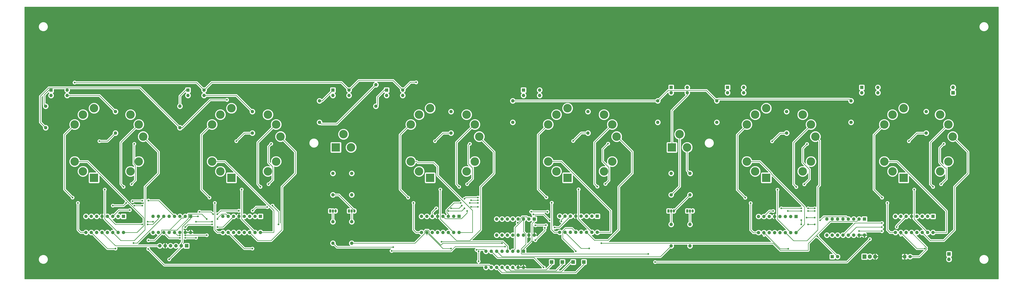
<source format=gbr>
G04 #@! TF.GenerationSoftware,KiCad,Pcbnew,5.0.2+dfsg1-1+deb10u1*
G04 #@! TF.CreationDate,2023-12-02T21:06:42-05:00*
G04 #@! TF.ProjectId,NixieClockV1,4e697869-6543-46c6-9f63-6b56312e6b69,rev?*
G04 #@! TF.SameCoordinates,Original*
G04 #@! TF.FileFunction,Copper,L1,Top*
G04 #@! TF.FilePolarity,Positive*
%FSLAX46Y46*%
G04 Gerber Fmt 4.6, Leading zero omitted, Abs format (unit mm)*
G04 Created by KiCad (PCBNEW 5.0.2+dfsg1-1+deb10u1) date Sat 02 Dec 2023 09:06:42 PM EST*
%MOMM*%
%LPD*%
G01*
G04 APERTURE LIST*
G04 #@! TA.AperFunction,ComponentPad*
%ADD10R,1.700000X1.700000*%
G04 #@! TD*
G04 #@! TA.AperFunction,ComponentPad*
%ADD11O,1.700000X1.700000*%
G04 #@! TD*
G04 #@! TA.AperFunction,ComponentPad*
%ADD12C,1.600000*%
G04 #@! TD*
G04 #@! TA.AperFunction,ComponentPad*
%ADD13R,1.600000X1.600000*%
G04 #@! TD*
G04 #@! TA.AperFunction,ComponentPad*
%ADD14C,4.000000*%
G04 #@! TD*
G04 #@! TA.AperFunction,ComponentPad*
%ADD15R,4.000000X4.000000*%
G04 #@! TD*
G04 #@! TA.AperFunction,ComponentPad*
%ADD16R,1.050000X1.500000*%
G04 #@! TD*
G04 #@! TA.AperFunction,ComponentPad*
%ADD17O,1.050000X1.500000*%
G04 #@! TD*
G04 #@! TA.AperFunction,ComponentPad*
%ADD18O,1.600000X1.600000*%
G04 #@! TD*
G04 #@! TA.AperFunction,ComponentPad*
%ADD19O,1.905000X2.000000*%
G04 #@! TD*
G04 #@! TA.AperFunction,ComponentPad*
%ADD20R,1.905000X2.000000*%
G04 #@! TD*
G04 #@! TA.AperFunction,ViaPad*
%ADD21C,0.800000*%
G04 #@! TD*
G04 #@! TA.AperFunction,Conductor*
%ADD22C,0.250000*%
G04 #@! TD*
G04 #@! TA.AperFunction,Conductor*
%ADD23C,0.254000*%
G04 #@! TD*
G04 APERTURE END LIST*
D10*
G04 #@! TO.P,J2,1*
G04 #@! TO.N,Net-(J2-Pad1)*
X310515000Y-556260000D03*
G04 #@! TD*
G04 #@! TO.P,J6,1*
G04 #@! TO.N,Net-(J6-Pad1)*
X320675000Y-556260000D03*
G04 #@! TD*
G04 #@! TO.P,J7,1*
G04 #@! TO.N,Net-(J7-Pad1)*
X325755000Y-556260000D03*
G04 #@! TD*
D11*
G04 #@! TO.P,J1,6*
G04 #@! TO.N,GND*
X125100000Y-548600000D03*
G04 #@! TO.P,J1,5*
G04 #@! TO.N,+5V*
X127640000Y-548600000D03*
G04 #@! TO.P,J1,4*
G04 #@! TO.N,FFClk*
X130180000Y-548600000D03*
G04 #@! TO.P,J1,3*
G04 #@! TO.N,Data*
X132720000Y-548600000D03*
G04 #@! TO.P,J1,2*
G04 #@! TO.N,FFStr*
X135260000Y-548600000D03*
D10*
G04 #@! TO.P,J1,1*
G04 #@! TO.N,OptoEn*
X137800000Y-548600000D03*
G04 #@! TD*
D11*
G04 #@! TO.P,J3,2*
G04 #@! TO.N,GND*
X498475000Y-554990000D03*
D10*
G04 #@! TO.P,J3,1*
G04 #@! TO.N,+12V*
X498475000Y-552450000D03*
G04 #@! TD*
D12*
G04 #@! TO.P,C1,2*
G04 #@! TO.N,GND*
X445730000Y-553720000D03*
D13*
G04 #@! TO.P,C1,1*
G04 #@! TO.N,+12V*
X443230000Y-553720000D03*
G04 #@! TD*
D12*
G04 #@! TO.P,C2,2*
G04 #@! TO.N,GND*
X480020000Y-553720000D03*
D13*
G04 #@! TO.P,C2,1*
G04 #@! TO.N,+5V*
X477520000Y-553720000D03*
G04 #@! TD*
D11*
G04 #@! TO.P,J5,2*
G04 #@! TO.N,HT*
X500380000Y-473710000D03*
D10*
G04 #@! TO.P,J5,1*
G04 #@! TO.N,GND*
X500380000Y-476250000D03*
G04 #@! TD*
D14*
G04 #@! TO.P,N1,8*
G04 #@! TO.N,Net-(N1-Pad8)*
X111248800Y-486594200D03*
G04 #@! TO.P,N1,9*
G04 #@! TO.N,Net-(N1-Pad9)*
X115155400Y-491250000D03*
G04 #@! TO.P,N1,5*
G04 #@! TO.N,Net-(N1-Pad5)*
X117234100Y-496961200D03*
G04 #@! TO.P,N1,7*
G04 #@! TO.N,Net-(N1-Pad7)*
X115155400Y-508750000D03*
G04 #@! TO.P,N1,3*
G04 #@! TO.N,Net-(N1-Pad3)*
X111248800Y-513405800D03*
D15*
G04 #@! TO.P,N1,A*
G04 #@! TO.N,Net-(N1-PadA)*
X94014600Y-516444600D03*
D14*
G04 #@! TO.P,N1,6*
G04 #@! TO.N,Net-(N1-Pad6)*
X88751200Y-513405800D03*
G04 #@! TO.P,N1,0*
G04 #@! TO.N,Net-(N1-Pad0)*
X84844600Y-508750000D03*
G04 #@! TO.P,N1,2*
G04 #@! TO.N,Net-(N1-Pad2)*
X84844600Y-491250000D03*
G04 #@! TO.P,N1,4*
G04 #@! TO.N,Net-(N1-Pad4)*
X88751200Y-486594200D03*
G04 #@! TO.P,N1,1*
G04 #@! TO.N,Net-(N1-Pad1)*
X94014600Y-483555400D03*
G04 #@! TD*
G04 #@! TO.P,N2,8*
G04 #@! TO.N,Net-(N2-Pad8)*
X176248800Y-486594200D03*
G04 #@! TO.P,N2,9*
G04 #@! TO.N,Net-(N2-Pad9)*
X180155400Y-491250000D03*
G04 #@! TO.P,N2,5*
G04 #@! TO.N,Net-(N2-Pad5)*
X182234100Y-496961200D03*
G04 #@! TO.P,N2,7*
G04 #@! TO.N,Net-(N2-Pad7)*
X180155400Y-508750000D03*
G04 #@! TO.P,N2,3*
G04 #@! TO.N,Net-(N2-Pad3)*
X176248800Y-513405800D03*
D15*
G04 #@! TO.P,N2,A*
G04 #@! TO.N,Net-(N2-PadA)*
X159014600Y-516444600D03*
D14*
G04 #@! TO.P,N2,6*
G04 #@! TO.N,Net-(N2-Pad6)*
X153751200Y-513405800D03*
G04 #@! TO.P,N2,0*
G04 #@! TO.N,Net-(N2-Pad0)*
X149844600Y-508750000D03*
G04 #@! TO.P,N2,2*
G04 #@! TO.N,Net-(N2-Pad2)*
X149844600Y-491250000D03*
G04 #@! TO.P,N2,4*
G04 #@! TO.N,Net-(N2-Pad4)*
X153751200Y-486594200D03*
G04 #@! TO.P,N2,1*
G04 #@! TO.N,Net-(N2-Pad1)*
X159014600Y-483555400D03*
G04 #@! TD*
G04 #@! TO.P,N3,C2*
G04 #@! TO.N,Net-(N3-PadC2)*
X215594000Y-502075000D03*
D15*
G04 #@! TO.P,N3,A*
G04 #@! TO.N,Net-(N3-PadA)*
X208406000Y-502075000D03*
D14*
G04 #@! TO.P,N3,C1*
G04 #@! TO.N,Net-(N3-PadC1)*
X212000000Y-495850000D03*
G04 #@! TD*
G04 #@! TO.P,N4,8*
G04 #@! TO.N,Net-(N4-Pad8)*
X270248800Y-486594200D03*
G04 #@! TO.P,N4,9*
G04 #@! TO.N,Net-(N4-Pad9)*
X274155400Y-491250000D03*
G04 #@! TO.P,N4,5*
G04 #@! TO.N,Net-(N4-Pad5)*
X276234100Y-496961200D03*
G04 #@! TO.P,N4,7*
G04 #@! TO.N,Net-(N4-Pad7)*
X274155400Y-508750000D03*
G04 #@! TO.P,N4,3*
G04 #@! TO.N,Net-(N4-Pad3)*
X270248800Y-513405800D03*
D15*
G04 #@! TO.P,N4,A*
G04 #@! TO.N,Net-(N4-PadA)*
X253014600Y-516444600D03*
D14*
G04 #@! TO.P,N4,6*
G04 #@! TO.N,Net-(N4-Pad6)*
X247751200Y-513405800D03*
G04 #@! TO.P,N4,0*
G04 #@! TO.N,Net-(N4-Pad0)*
X243844600Y-508750000D03*
G04 #@! TO.P,N4,2*
G04 #@! TO.N,Net-(N4-Pad2)*
X243844600Y-491250000D03*
G04 #@! TO.P,N4,4*
G04 #@! TO.N,Net-(N4-Pad4)*
X247751200Y-486594200D03*
G04 #@! TO.P,N4,1*
G04 #@! TO.N,Net-(N4-Pad1)*
X253014600Y-483555400D03*
G04 #@! TD*
G04 #@! TO.P,N5,8*
G04 #@! TO.N,Net-(N5-Pad8)*
X335248800Y-486594200D03*
G04 #@! TO.P,N5,9*
G04 #@! TO.N,Net-(N5-Pad9)*
X339155400Y-491250000D03*
G04 #@! TO.P,N5,5*
G04 #@! TO.N,Net-(N5-Pad5)*
X341234100Y-496961200D03*
G04 #@! TO.P,N5,7*
G04 #@! TO.N,Net-(N5-Pad7)*
X339155400Y-508750000D03*
G04 #@! TO.P,N5,3*
G04 #@! TO.N,Net-(N5-Pad3)*
X335248800Y-513405800D03*
D15*
G04 #@! TO.P,N5,A*
G04 #@! TO.N,Net-(N5-PadA)*
X318014600Y-516444600D03*
D14*
G04 #@! TO.P,N5,6*
G04 #@! TO.N,Net-(N5-Pad6)*
X312751200Y-513405800D03*
G04 #@! TO.P,N5,0*
G04 #@! TO.N,Net-(N5-Pad0)*
X308844600Y-508750000D03*
G04 #@! TO.P,N5,2*
G04 #@! TO.N,Net-(N5-Pad2)*
X308844600Y-491250000D03*
G04 #@! TO.P,N5,4*
G04 #@! TO.N,Net-(N5-Pad4)*
X312751200Y-486594200D03*
G04 #@! TO.P,N5,1*
G04 #@! TO.N,Net-(N5-Pad1)*
X318014600Y-483555400D03*
G04 #@! TD*
G04 #@! TO.P,N6,C2*
G04 #@! TO.N,Net-(N6-PadC2)*
X374594000Y-502075000D03*
D15*
G04 #@! TO.P,N6,A*
G04 #@! TO.N,Net-(N6-PadA)*
X367406000Y-502075000D03*
D14*
G04 #@! TO.P,N6,C1*
G04 #@! TO.N,Net-(N6-PadC1)*
X371000000Y-495850000D03*
G04 #@! TD*
G04 #@! TO.P,N7,8*
G04 #@! TO.N,Net-(N7-Pad8)*
X429248800Y-486594200D03*
G04 #@! TO.P,N7,9*
G04 #@! TO.N,Net-(N7-Pad9)*
X433155400Y-491250000D03*
G04 #@! TO.P,N7,5*
G04 #@! TO.N,Net-(N7-Pad5)*
X435234100Y-496961200D03*
G04 #@! TO.P,N7,7*
G04 #@! TO.N,Net-(N7-Pad7)*
X433155400Y-508750000D03*
G04 #@! TO.P,N7,3*
G04 #@! TO.N,Net-(N7-Pad3)*
X429248800Y-513405800D03*
D15*
G04 #@! TO.P,N7,A*
G04 #@! TO.N,Net-(N7-PadA)*
X412014600Y-516444600D03*
D14*
G04 #@! TO.P,N7,6*
G04 #@! TO.N,Net-(N7-Pad6)*
X406751200Y-513405800D03*
G04 #@! TO.P,N7,0*
G04 #@! TO.N,Net-(N7-Pad0)*
X402844600Y-508750000D03*
G04 #@! TO.P,N7,2*
G04 #@! TO.N,Net-(N7-Pad2)*
X402844600Y-491250000D03*
G04 #@! TO.P,N7,4*
G04 #@! TO.N,Net-(N7-Pad4)*
X406751200Y-486594200D03*
G04 #@! TO.P,N7,1*
G04 #@! TO.N,Net-(N7-Pad1)*
X412014600Y-483555400D03*
G04 #@! TD*
G04 #@! TO.P,N8,8*
G04 #@! TO.N,Net-(N8-Pad8)*
X494248800Y-486594200D03*
G04 #@! TO.P,N8,9*
G04 #@! TO.N,Net-(N8-Pad9)*
X498155400Y-491250000D03*
G04 #@! TO.P,N8,5*
G04 #@! TO.N,Net-(N8-Pad5)*
X500234100Y-496961200D03*
G04 #@! TO.P,N8,7*
G04 #@! TO.N,Net-(N8-Pad7)*
X498155400Y-508750000D03*
G04 #@! TO.P,N8,3*
G04 #@! TO.N,Net-(N8-Pad3)*
X494248800Y-513405800D03*
D15*
G04 #@! TO.P,N8,A*
G04 #@! TO.N,Net-(N8-PadA)*
X477014600Y-516444600D03*
D14*
G04 #@! TO.P,N8,6*
G04 #@! TO.N,Net-(N8-Pad6)*
X471751200Y-513405800D03*
G04 #@! TO.P,N8,0*
G04 #@! TO.N,Net-(N8-Pad0)*
X467844600Y-508750000D03*
G04 #@! TO.P,N8,2*
G04 #@! TO.N,Net-(N8-Pad2)*
X467844600Y-491250000D03*
G04 #@! TO.P,N8,4*
G04 #@! TO.N,Net-(N8-Pad4)*
X471751200Y-486594200D03*
G04 #@! TO.P,N8,1*
G04 #@! TO.N,Net-(N8-Pad1)*
X477014600Y-483555400D03*
G04 #@! TD*
D16*
G04 #@! TO.P,Q1,1*
G04 #@! TO.N,GND*
X205740000Y-532130000D03*
D17*
G04 #@! TO.P,Q1,3*
G04 #@! TO.N,Net-(Q1-Pad3)*
X208280000Y-532130000D03*
G04 #@! TO.P,Q1,2*
G04 #@! TO.N,Net-(Q1-Pad2)*
X207010000Y-532130000D03*
G04 #@! TD*
D16*
G04 #@! TO.P,Q2,1*
G04 #@! TO.N,GND*
X214630000Y-532130000D03*
D17*
G04 #@! TO.P,Q2,3*
G04 #@! TO.N,Net-(Q2-Pad3)*
X217170000Y-532130000D03*
G04 #@! TO.P,Q2,2*
G04 #@! TO.N,Net-(Q2-Pad2)*
X215900000Y-532130000D03*
G04 #@! TD*
D16*
G04 #@! TO.P,Q3,1*
G04 #@! TO.N,GND*
X365760000Y-532130000D03*
D17*
G04 #@! TO.P,Q3,3*
G04 #@! TO.N,Net-(Q3-Pad3)*
X368300000Y-532130000D03*
G04 #@! TO.P,Q3,2*
G04 #@! TO.N,Net-(Q3-Pad2)*
X367030000Y-532130000D03*
G04 #@! TD*
D16*
G04 #@! TO.P,Q4,1*
G04 #@! TO.N,GND*
X374650000Y-532130000D03*
D17*
G04 #@! TO.P,Q4,3*
G04 #@! TO.N,Net-(Q4-Pad3)*
X377190000Y-532130000D03*
G04 #@! TO.P,Q4,2*
G04 #@! TO.N,Net-(Q4-Pad2)*
X375920000Y-532130000D03*
G04 #@! TD*
D18*
G04 #@! TO.P,R1,2*
G04 #@! TO.N,OptoEn*
X71120000Y-492760000D03*
D12*
G04 #@! TO.P,R1,1*
G04 #@! TO.N,Net-(R1-Pad1)*
X71120000Y-482600000D03*
G04 #@! TD*
D18*
G04 #@! TO.P,R2,2*
G04 #@! TO.N,Net-(N1-PadA)*
X104140000Y-495300000D03*
D12*
G04 #@! TO.P,R2,1*
G04 #@! TO.N,Net-(R2-Pad1)*
X104140000Y-485140000D03*
G04 #@! TD*
D18*
G04 #@! TO.P,R3,2*
G04 #@! TO.N,OptoEn*
X134620000Y-492760000D03*
D12*
G04 #@! TO.P,R3,1*
G04 #@! TO.N,Net-(R3-Pad1)*
X134620000Y-482600000D03*
G04 #@! TD*
D18*
G04 #@! TO.P,R5,2*
G04 #@! TO.N,Net-(N2-PadA)*
X168910000Y-495300000D03*
D12*
G04 #@! TO.P,R5,1*
G04 #@! TO.N,Net-(R5-Pad1)*
X168910000Y-485140000D03*
G04 #@! TD*
D18*
G04 #@! TO.P,R6,2*
G04 #@! TO.N,Net-(R6-Pad2)*
X200660000Y-480060000D03*
D12*
G04 #@! TO.P,R6,1*
G04 #@! TO.N,OptoEn*
X200660000Y-490220000D03*
G04 #@! TD*
D18*
G04 #@! TO.P,R7,2*
G04 #@! TO.N,Net-(R7-Pad2)*
X207010000Y-547370000D03*
D12*
G04 #@! TO.P,R7,1*
G04 #@! TO.N,Net-(Q1-Pad2)*
X207010000Y-537210000D03*
G04 #@! TD*
D18*
G04 #@! TO.P,R8,2*
G04 #@! TO.N,Net-(R8-Pad2)*
X215900000Y-547370000D03*
D12*
G04 #@! TO.P,R8,1*
G04 #@! TO.N,Net-(Q2-Pad2)*
X215900000Y-537210000D03*
G04 #@! TD*
D18*
G04 #@! TO.P,R9,2*
G04 #@! TO.N,Net-(Q1-Pad3)*
X215900000Y-524510000D03*
D12*
G04 #@! TO.P,R9,1*
G04 #@! TO.N,Net-(N3-PadC2)*
X215900000Y-514350000D03*
G04 #@! TD*
D18*
G04 #@! TO.P,R10,2*
G04 #@! TO.N,Net-(Q2-Pad3)*
X207010000Y-524510000D03*
D12*
G04 #@! TO.P,R10,1*
G04 #@! TO.N,Net-(N3-PadC1)*
X207010000Y-514350000D03*
G04 #@! TD*
D18*
G04 #@! TO.P,R11,2*
G04 #@! TO.N,OptoEn*
X227330000Y-472440000D03*
D12*
G04 #@! TO.P,R11,1*
G04 #@! TO.N,Net-(R11-Pad1)*
X227330000Y-482600000D03*
G04 #@! TD*
D18*
G04 #@! TO.P,R13,2*
G04 #@! TO.N,Net-(N4-PadA)*
X262890000Y-495300000D03*
D12*
G04 #@! TO.P,R13,1*
G04 #@! TO.N,Net-(R13-Pad1)*
X262890000Y-485140000D03*
G04 #@! TD*
D18*
G04 #@! TO.P,R14,2*
G04 #@! TO.N,OptoEn*
X292100000Y-480060000D03*
D12*
G04 #@! TO.P,R14,1*
G04 #@! TO.N,Net-(R14-Pad1)*
X292100000Y-490220000D03*
G04 #@! TD*
D18*
G04 #@! TO.P,R15,2*
G04 #@! TO.N,Net-(N5-PadA)*
X327660000Y-495300000D03*
D12*
G04 #@! TO.P,R15,1*
G04 #@! TO.N,Net-(R15-Pad1)*
X327660000Y-485140000D03*
G04 #@! TD*
D18*
G04 #@! TO.P,R16,2*
G04 #@! TO.N,Net-(R16-Pad2)*
X360680000Y-490220000D03*
D12*
G04 #@! TO.P,R16,1*
G04 #@! TO.N,OptoEn*
X360680000Y-480060000D03*
G04 #@! TD*
D18*
G04 #@! TO.P,R17,2*
G04 #@! TO.N,Net-(R17-Pad2)*
X367030000Y-548640000D03*
D12*
G04 #@! TO.P,R17,1*
G04 #@! TO.N,Net-(Q3-Pad2)*
X367030000Y-538480000D03*
G04 #@! TD*
D18*
G04 #@! TO.P,R18,2*
G04 #@! TO.N,Net-(R18-Pad2)*
X375920000Y-548640000D03*
D12*
G04 #@! TO.P,R18,1*
G04 #@! TO.N,Net-(Q4-Pad2)*
X375920000Y-538480000D03*
G04 #@! TD*
D18*
G04 #@! TO.P,R19,2*
G04 #@! TO.N,Net-(Q3-Pad3)*
X375920000Y-524510000D03*
D12*
G04 #@! TO.P,R19,1*
G04 #@! TO.N,Net-(N6-PadC2)*
X375920000Y-514350000D03*
G04 #@! TD*
D18*
G04 #@! TO.P,R24,2*
G04 #@! TO.N,Net-(Q4-Pad3)*
X367030000Y-514350000D03*
D12*
G04 #@! TO.P,R24,1*
G04 #@! TO.N,Net-(N6-PadC1)*
X367030000Y-524510000D03*
G04 #@! TD*
D18*
G04 #@! TO.P,R25,2*
G04 #@! TO.N,OptoEn*
X388620000Y-480060000D03*
D12*
G04 #@! TO.P,R25,1*
G04 #@! TO.N,Net-(R25-Pad1)*
X388620000Y-490220000D03*
G04 #@! TD*
D18*
G04 #@! TO.P,R26,2*
G04 #@! TO.N,Net-(N7-PadA)*
X421640000Y-495300000D03*
D12*
G04 #@! TO.P,R26,1*
G04 #@! TO.N,Net-(R26-Pad1)*
X421640000Y-485140000D03*
G04 #@! TD*
D18*
G04 #@! TO.P,R27,2*
G04 #@! TO.N,OptoEn*
X452120000Y-480060000D03*
D12*
G04 #@! TO.P,R27,1*
G04 #@! TO.N,Net-(R27-Pad1)*
X452120000Y-490220000D03*
G04 #@! TD*
D18*
G04 #@! TO.P,R28,2*
G04 #@! TO.N,Net-(N8-PadA)*
X487680000Y-495300000D03*
D12*
G04 #@! TO.P,R28,1*
G04 #@! TO.N,Net-(R28-Pad1)*
X487680000Y-485140000D03*
G04 #@! TD*
D18*
G04 #@! TO.P,U1,4*
G04 #@! TO.N,HT*
X81280000Y-474980000D03*
G04 #@! TO.P,U1,2*
G04 #@! TO.N,GND*
X73660000Y-477520000D03*
G04 #@! TO.P,U1,3*
G04 #@! TO.N,Net-(R2-Pad1)*
X81280000Y-477520000D03*
D13*
G04 #@! TO.P,U1,1*
G04 #@! TO.N,Net-(R1-Pad1)*
X73660000Y-474980000D03*
G04 #@! TD*
D18*
G04 #@! TO.P,U2,16*
G04 #@! TO.N,Net-(N1-Pad0)*
X107950000Y-542290000D03*
G04 #@! TO.P,U2,8*
G04 #@! TO.N,Net-(N1-Pad2)*
X90170000Y-534670000D03*
G04 #@! TO.P,U2,15*
G04 #@! TO.N,Net-(N1-Pad1)*
X105410000Y-542290000D03*
G04 #@! TO.P,U2,7*
G04 #@! TO.N,Net-(U2-Pad7)*
X92710000Y-534670000D03*
G04 #@! TO.P,U2,14*
G04 #@! TO.N,Net-(N1-Pad5)*
X102870000Y-542290000D03*
G04 #@! TO.P,U2,6*
G04 #@! TO.N,Net-(U2-Pad6)*
X95250000Y-534670000D03*
G04 #@! TO.P,U2,13*
G04 #@! TO.N,Net-(N1-Pad4)*
X100330000Y-542290000D03*
G04 #@! TO.P,U2,5*
G04 #@! TO.N,+5V*
X97790000Y-534670000D03*
G04 #@! TO.P,U2,12*
G04 #@! TO.N,GND*
X97790000Y-542290000D03*
G04 #@! TO.P,U2,4*
G04 #@! TO.N,Net-(U2-Pad4)*
X100330000Y-534670000D03*
G04 #@! TO.P,U2,11*
G04 #@! TO.N,Net-(N1-Pad6)*
X95250000Y-542290000D03*
G04 #@! TO.P,U2,3*
G04 #@! TO.N,Net-(U2-Pad3)*
X102870000Y-534670000D03*
G04 #@! TO.P,U2,10*
G04 #@! TO.N,Net-(N1-Pad7)*
X92710000Y-542290000D03*
G04 #@! TO.P,U2,2*
G04 #@! TO.N,Net-(N1-Pad9)*
X105410000Y-534670000D03*
G04 #@! TO.P,U2,9*
G04 #@! TO.N,Net-(N1-Pad3)*
X90170000Y-542290000D03*
D13*
G04 #@! TO.P,U2,1*
G04 #@! TO.N,Net-(N1-Pad8)*
X107950000Y-534670000D03*
G04 #@! TD*
D18*
G04 #@! TO.P,U4,16*
G04 #@! TO.N,+5V*
X139700000Y-542290000D03*
G04 #@! TO.P,U4,8*
G04 #@! TO.N,GND*
X121920000Y-534670000D03*
G04 #@! TO.P,U4,15*
G04 #@! TO.N,+5V*
X137160000Y-542290000D03*
G04 #@! TO.P,U4,7*
G04 #@! TO.N,Net-(U2-Pad4)*
X124460000Y-534670000D03*
G04 #@! TO.P,U4,14*
G04 #@! TO.N,Net-(U4-Pad14)*
X134620000Y-542290000D03*
G04 #@! TO.P,U4,6*
G04 #@! TO.N,Net-(U2-Pad7)*
X127000000Y-534670000D03*
G04 #@! TO.P,U4,13*
G04 #@! TO.N,Net-(U4-Pad13)*
X132080000Y-542290000D03*
G04 #@! TO.P,U4,5*
G04 #@! TO.N,Net-(U2-Pad6)*
X129540000Y-534670000D03*
G04 #@! TO.P,U4,12*
G04 #@! TO.N,Net-(U4-Pad12)*
X129540000Y-542290000D03*
G04 #@! TO.P,U4,4*
G04 #@! TO.N,Net-(U2-Pad3)*
X132080000Y-534670000D03*
G04 #@! TO.P,U4,11*
G04 #@! TO.N,Net-(U4-Pad11)*
X127000000Y-542290000D03*
G04 #@! TO.P,U4,3*
G04 #@! TO.N,FFClk*
X134620000Y-534670000D03*
G04 #@! TO.P,U4,10*
G04 #@! TO.N,Net-(U11-Pad2)*
X124460000Y-542290000D03*
G04 #@! TO.P,U4,2*
G04 #@! TO.N,Net-(U10-Pad10)*
X137160000Y-534670000D03*
G04 #@! TO.P,U4,9*
G04 #@! TO.N,Net-(U4-Pad9)*
X121920000Y-542290000D03*
D13*
G04 #@! TO.P,U4,1*
G04 #@! TO.N,FFStr*
X139700000Y-534670000D03*
G04 #@! TD*
D18*
G04 #@! TO.P,U5,4*
G04 #@! TO.N,HT*
X146050000Y-474980000D03*
G04 #@! TO.P,U5,2*
G04 #@! TO.N,GND*
X138430000Y-477520000D03*
G04 #@! TO.P,U5,3*
G04 #@! TO.N,Net-(R5-Pad1)*
X146050000Y-477520000D03*
D13*
G04 #@! TO.P,U5,1*
G04 #@! TO.N,Net-(R3-Pad1)*
X138430000Y-474980000D03*
G04 #@! TD*
D18*
G04 #@! TO.P,U6,16*
G04 #@! TO.N,Net-(N2-Pad0)*
X172720000Y-542290000D03*
G04 #@! TO.P,U6,8*
G04 #@! TO.N,Net-(N2-Pad2)*
X154940000Y-534670000D03*
G04 #@! TO.P,U6,15*
G04 #@! TO.N,Net-(N2-Pad1)*
X170180000Y-542290000D03*
G04 #@! TO.P,U6,7*
G04 #@! TO.N,Net-(U4-Pad12)*
X157480000Y-534670000D03*
G04 #@! TO.P,U6,14*
G04 #@! TO.N,Net-(N2-Pad5)*
X167640000Y-542290000D03*
G04 #@! TO.P,U6,6*
G04 #@! TO.N,Net-(U4-Pad13)*
X160020000Y-534670000D03*
G04 #@! TO.P,U6,13*
G04 #@! TO.N,Net-(N2-Pad4)*
X165100000Y-542290000D03*
G04 #@! TO.P,U6,5*
G04 #@! TO.N,+5V*
X162560000Y-534670000D03*
G04 #@! TO.P,U6,12*
G04 #@! TO.N,GND*
X162560000Y-542290000D03*
G04 #@! TO.P,U6,4*
G04 #@! TO.N,Net-(U4-Pad11)*
X165100000Y-534670000D03*
G04 #@! TO.P,U6,11*
G04 #@! TO.N,Net-(N2-Pad6)*
X160020000Y-542290000D03*
G04 #@! TO.P,U6,3*
G04 #@! TO.N,Net-(U4-Pad14)*
X167640000Y-534670000D03*
G04 #@! TO.P,U6,10*
G04 #@! TO.N,Net-(N2-Pad7)*
X157480000Y-542290000D03*
G04 #@! TO.P,U6,2*
G04 #@! TO.N,Net-(N2-Pad9)*
X170180000Y-534670000D03*
G04 #@! TO.P,U6,9*
G04 #@! TO.N,Net-(N2-Pad3)*
X154940000Y-542290000D03*
D13*
G04 #@! TO.P,U6,1*
G04 #@! TO.N,Net-(N2-Pad8)*
X172720000Y-534670000D03*
G04 #@! TD*
D18*
G04 #@! TO.P,U7,4*
G04 #@! TO.N,HT*
X214630000Y-474980000D03*
G04 #@! TO.P,U7,2*
G04 #@! TO.N,GND*
X207010000Y-477520000D03*
G04 #@! TO.P,U7,3*
G04 #@! TO.N,Net-(N3-PadA)*
X214630000Y-477520000D03*
D13*
G04 #@! TO.P,U7,1*
G04 #@! TO.N,Net-(R6-Pad2)*
X207010000Y-474980000D03*
G04 #@! TD*
D18*
G04 #@! TO.P,U8,4*
G04 #@! TO.N,HT*
X240030000Y-474980000D03*
G04 #@! TO.P,U8,2*
G04 #@! TO.N,GND*
X232410000Y-477520000D03*
G04 #@! TO.P,U8,3*
G04 #@! TO.N,Net-(R13-Pad1)*
X240030000Y-477520000D03*
D13*
G04 #@! TO.P,U8,1*
G04 #@! TO.N,Net-(R11-Pad1)*
X232410000Y-474980000D03*
G04 #@! TD*
D18*
G04 #@! TO.P,U9,16*
G04 #@! TO.N,Net-(N4-Pad0)*
X266700000Y-542290000D03*
G04 #@! TO.P,U9,8*
G04 #@! TO.N,Net-(N4-Pad2)*
X248920000Y-534670000D03*
G04 #@! TO.P,U9,15*
G04 #@! TO.N,Net-(N4-Pad1)*
X264160000Y-542290000D03*
G04 #@! TO.P,U9,7*
G04 #@! TO.N,Net-(U11-Pad6)*
X251460000Y-534670000D03*
G04 #@! TO.P,U9,14*
G04 #@! TO.N,Net-(N4-Pad5)*
X261620000Y-542290000D03*
G04 #@! TO.P,U9,6*
G04 #@! TO.N,Net-(U11-Pad5)*
X254000000Y-534670000D03*
G04 #@! TO.P,U9,13*
G04 #@! TO.N,Net-(N4-Pad4)*
X259080000Y-542290000D03*
G04 #@! TO.P,U9,5*
G04 #@! TO.N,+5V*
X256540000Y-534670000D03*
G04 #@! TO.P,U9,12*
G04 #@! TO.N,GND*
X256540000Y-542290000D03*
G04 #@! TO.P,U9,4*
G04 #@! TO.N,Net-(U11-Pad7)*
X259080000Y-534670000D03*
G04 #@! TO.P,U9,11*
G04 #@! TO.N,Net-(N4-Pad6)*
X254000000Y-542290000D03*
G04 #@! TO.P,U9,3*
G04 #@! TO.N,Net-(U11-Pad4)*
X261620000Y-534670000D03*
G04 #@! TO.P,U9,10*
G04 #@! TO.N,Net-(N4-Pad7)*
X251460000Y-542290000D03*
G04 #@! TO.P,U9,2*
G04 #@! TO.N,Net-(N4-Pad9)*
X264160000Y-534670000D03*
G04 #@! TO.P,U9,9*
G04 #@! TO.N,Net-(N4-Pad3)*
X248920000Y-542290000D03*
D13*
G04 #@! TO.P,U9,1*
G04 #@! TO.N,Net-(N4-Pad8)*
X266700000Y-534670000D03*
G04 #@! TD*
D18*
G04 #@! TO.P,U10,16*
G04 #@! TO.N,+5V*
X297180000Y-558800000D03*
G04 #@! TO.P,U10,8*
G04 #@! TO.N,GND*
X279400000Y-551180000D03*
G04 #@! TO.P,U10,15*
G04 #@! TO.N,+5V*
X294640000Y-558800000D03*
G04 #@! TO.P,U10,7*
G04 #@! TO.N,Net-(R18-Pad2)*
X281940000Y-551180000D03*
G04 #@! TO.P,U10,14*
G04 #@! TO.N,Net-(J2-Pad1)*
X292100000Y-558800000D03*
G04 #@! TO.P,U10,6*
G04 #@! TO.N,Net-(R17-Pad2)*
X284480000Y-551180000D03*
G04 #@! TO.P,U10,13*
G04 #@! TO.N,Net-(J4-Pad1)*
X289560000Y-558800000D03*
G04 #@! TO.P,U10,5*
G04 #@! TO.N,Net-(R8-Pad2)*
X287020000Y-551180000D03*
G04 #@! TO.P,U10,12*
G04 #@! TO.N,Net-(J6-Pad1)*
X287020000Y-558800000D03*
G04 #@! TO.P,U10,4*
G04 #@! TO.N,Net-(R7-Pad2)*
X289560000Y-551180000D03*
G04 #@! TO.P,U10,11*
G04 #@! TO.N,Net-(J7-Pad1)*
X284480000Y-558800000D03*
G04 #@! TO.P,U10,3*
G04 #@! TO.N,FFClk*
X292100000Y-551180000D03*
G04 #@! TO.P,U10,10*
G04 #@! TO.N,Net-(U10-Pad10)*
X281940000Y-558800000D03*
G04 #@! TO.P,U10,2*
G04 #@! TO.N,Data*
X294640000Y-551180000D03*
G04 #@! TO.P,U10,9*
G04 #@! TO.N,Net-(U10-Pad9)*
X279400000Y-558800000D03*
D13*
G04 #@! TO.P,U10,1*
G04 #@! TO.N,FFStr*
X297180000Y-551180000D03*
G04 #@! TD*
D18*
G04 #@! TO.P,U11,16*
G04 #@! TO.N,+5V*
X302260000Y-543560000D03*
G04 #@! TO.P,U11,8*
G04 #@! TO.N,GND*
X284480000Y-535940000D03*
G04 #@! TO.P,U11,15*
G04 #@! TO.N,+5V*
X299720000Y-543560000D03*
G04 #@! TO.P,U11,7*
G04 #@! TO.N,Net-(U11-Pad7)*
X287020000Y-535940000D03*
G04 #@! TO.P,U11,14*
G04 #@! TO.N,Net-(U11-Pad14)*
X297180000Y-543560000D03*
G04 #@! TO.P,U11,6*
G04 #@! TO.N,Net-(U11-Pad6)*
X289560000Y-535940000D03*
G04 #@! TO.P,U11,13*
G04 #@! TO.N,Net-(U11-Pad13)*
X294640000Y-543560000D03*
G04 #@! TO.P,U11,5*
G04 #@! TO.N,Net-(U11-Pad5)*
X292100000Y-535940000D03*
G04 #@! TO.P,U11,12*
G04 #@! TO.N,Net-(U11-Pad12)*
X292100000Y-543560000D03*
G04 #@! TO.P,U11,4*
G04 #@! TO.N,Net-(U11-Pad4)*
X294640000Y-535940000D03*
G04 #@! TO.P,U11,11*
G04 #@! TO.N,Net-(U11-Pad11)*
X289560000Y-543560000D03*
G04 #@! TO.P,U11,3*
G04 #@! TO.N,FFClk*
X297180000Y-535940000D03*
G04 #@! TO.P,U11,10*
G04 #@! TO.N,Net-(U11-Pad10)*
X287020000Y-543560000D03*
G04 #@! TO.P,U11,2*
G04 #@! TO.N,Net-(U11-Pad2)*
X299720000Y-535940000D03*
G04 #@! TO.P,U11,9*
G04 #@! TO.N,Net-(U11-Pad9)*
X284480000Y-543560000D03*
D13*
G04 #@! TO.P,U11,1*
G04 #@! TO.N,FFStr*
X302260000Y-535940000D03*
G04 #@! TD*
D18*
G04 #@! TO.P,U12,4*
G04 #@! TO.N,HT*
X304800000Y-474980000D03*
G04 #@! TO.P,U12,2*
G04 #@! TO.N,GND*
X297180000Y-477520000D03*
G04 #@! TO.P,U12,3*
G04 #@! TO.N,Net-(R15-Pad1)*
X304800000Y-477520000D03*
D13*
G04 #@! TO.P,U12,1*
G04 #@! TO.N,Net-(R14-Pad1)*
X297180000Y-474980000D03*
G04 #@! TD*
D18*
G04 #@! TO.P,U13,16*
G04 #@! TO.N,Net-(N5-Pad0)*
X332100000Y-542220000D03*
G04 #@! TO.P,U13,8*
G04 #@! TO.N,Net-(N5-Pad2)*
X314320000Y-534600000D03*
G04 #@! TO.P,U13,15*
G04 #@! TO.N,Net-(N5-Pad1)*
X329560000Y-542220000D03*
G04 #@! TO.P,U13,7*
G04 #@! TO.N,Net-(U11-Pad12)*
X316860000Y-534600000D03*
G04 #@! TO.P,U13,14*
G04 #@! TO.N,Net-(N5-Pad5)*
X327020000Y-542220000D03*
G04 #@! TO.P,U13,6*
G04 #@! TO.N,Net-(U11-Pad13)*
X319400000Y-534600000D03*
G04 #@! TO.P,U13,13*
G04 #@! TO.N,Net-(N5-Pad4)*
X324480000Y-542220000D03*
G04 #@! TO.P,U13,5*
G04 #@! TO.N,+5V*
X321940000Y-534600000D03*
G04 #@! TO.P,U13,12*
G04 #@! TO.N,GND*
X321940000Y-542220000D03*
G04 #@! TO.P,U13,4*
G04 #@! TO.N,Net-(U11-Pad11)*
X324480000Y-534600000D03*
G04 #@! TO.P,U13,11*
G04 #@! TO.N,Net-(N5-Pad6)*
X319400000Y-542220000D03*
G04 #@! TO.P,U13,3*
G04 #@! TO.N,Net-(U11-Pad14)*
X327020000Y-534600000D03*
G04 #@! TO.P,U13,10*
G04 #@! TO.N,Net-(N5-Pad7)*
X316860000Y-542220000D03*
G04 #@! TO.P,U13,2*
G04 #@! TO.N,Net-(N5-Pad9)*
X329560000Y-534600000D03*
G04 #@! TO.P,U13,9*
G04 #@! TO.N,Net-(N5-Pad3)*
X314320000Y-542220000D03*
D13*
G04 #@! TO.P,U13,1*
G04 #@! TO.N,Net-(N5-Pad8)*
X332100000Y-534600000D03*
G04 #@! TD*
D18*
G04 #@! TO.P,U14,4*
G04 #@! TO.N,HT*
X374650000Y-473710000D03*
G04 #@! TO.P,U14,2*
G04 #@! TO.N,GND*
X367030000Y-476250000D03*
G04 #@! TO.P,U14,3*
G04 #@! TO.N,Net-(N6-PadA)*
X374650000Y-476250000D03*
D13*
G04 #@! TO.P,U14,1*
G04 #@! TO.N,Net-(R16-Pad2)*
X367030000Y-473710000D03*
G04 #@! TD*
D18*
G04 #@! TO.P,U15,4*
G04 #@! TO.N,HT*
X401320000Y-473710000D03*
G04 #@! TO.P,U15,2*
G04 #@! TO.N,GND*
X393700000Y-476250000D03*
G04 #@! TO.P,U15,3*
G04 #@! TO.N,Net-(R26-Pad1)*
X401320000Y-476250000D03*
D13*
G04 #@! TO.P,U15,1*
G04 #@! TO.N,Net-(R25-Pad1)*
X393700000Y-473710000D03*
G04 #@! TD*
D18*
G04 #@! TO.P,U16,16*
G04 #@! TO.N,Net-(N7-Pad0)*
X426161200Y-542340800D03*
G04 #@! TO.P,U16,8*
G04 #@! TO.N,Net-(N7-Pad2)*
X408381200Y-534720800D03*
G04 #@! TO.P,U16,15*
G04 #@! TO.N,Net-(N7-Pad1)*
X423621200Y-542340800D03*
G04 #@! TO.P,U16,7*
G04 #@! TO.N,Net-(U16-Pad7)*
X410921200Y-534720800D03*
G04 #@! TO.P,U16,14*
G04 #@! TO.N,Net-(N7-Pad5)*
X421081200Y-542340800D03*
G04 #@! TO.P,U16,6*
G04 #@! TO.N,Net-(U16-Pad6)*
X413461200Y-534720800D03*
G04 #@! TO.P,U16,13*
G04 #@! TO.N,Net-(N7-Pad4)*
X418541200Y-542340800D03*
G04 #@! TO.P,U16,5*
G04 #@! TO.N,+5V*
X416001200Y-534720800D03*
G04 #@! TO.P,U16,12*
G04 #@! TO.N,GND*
X416001200Y-542340800D03*
G04 #@! TO.P,U16,4*
G04 #@! TO.N,Net-(U16-Pad4)*
X418541200Y-534720800D03*
G04 #@! TO.P,U16,11*
G04 #@! TO.N,Net-(N7-Pad6)*
X413461200Y-542340800D03*
G04 #@! TO.P,U16,3*
G04 #@! TO.N,Net-(U16-Pad3)*
X421081200Y-534720800D03*
G04 #@! TO.P,U16,10*
G04 #@! TO.N,Net-(N7-Pad7)*
X410921200Y-542340800D03*
G04 #@! TO.P,U16,2*
G04 #@! TO.N,Net-(N7-Pad9)*
X423621200Y-534720800D03*
G04 #@! TO.P,U16,9*
G04 #@! TO.N,Net-(N7-Pad3)*
X408381200Y-542340800D03*
D13*
G04 #@! TO.P,U16,1*
G04 #@! TO.N,Net-(N7-Pad8)*
X426161200Y-534720800D03*
G04 #@! TD*
D18*
G04 #@! TO.P,U17,16*
G04 #@! TO.N,+5V*
X458470000Y-543560000D03*
G04 #@! TO.P,U17,8*
G04 #@! TO.N,GND*
X440690000Y-535940000D03*
G04 #@! TO.P,U17,15*
G04 #@! TO.N,+5V*
X455930000Y-543560000D03*
G04 #@! TO.P,U17,7*
G04 #@! TO.N,Net-(U16-Pad4)*
X443230000Y-535940000D03*
G04 #@! TO.P,U17,14*
G04 #@! TO.N,Net-(U17-Pad14)*
X453390000Y-543560000D03*
G04 #@! TO.P,U17,6*
G04 #@! TO.N,Net-(U16-Pad7)*
X445770000Y-535940000D03*
G04 #@! TO.P,U17,13*
G04 #@! TO.N,Net-(U17-Pad13)*
X450850000Y-543560000D03*
G04 #@! TO.P,U17,5*
G04 #@! TO.N,Net-(U16-Pad6)*
X448310000Y-535940000D03*
G04 #@! TO.P,U17,12*
G04 #@! TO.N,Net-(U17-Pad12)*
X448310000Y-543560000D03*
G04 #@! TO.P,U17,4*
G04 #@! TO.N,Net-(U16-Pad3)*
X450850000Y-535940000D03*
G04 #@! TO.P,U17,11*
G04 #@! TO.N,Net-(U17-Pad11)*
X445770000Y-543560000D03*
G04 #@! TO.P,U17,3*
G04 #@! TO.N,FFClk*
X453390000Y-535940000D03*
G04 #@! TO.P,U17,10*
G04 #@! TO.N,Net-(U17-Pad10)*
X443230000Y-543560000D03*
G04 #@! TO.P,U17,2*
G04 #@! TO.N,Net-(U11-Pad10)*
X455930000Y-535940000D03*
G04 #@! TO.P,U17,9*
G04 #@! TO.N,Net-(U17-Pad9)*
X440690000Y-543560000D03*
D13*
G04 #@! TO.P,U17,1*
G04 #@! TO.N,FFStr*
X458470000Y-535940000D03*
G04 #@! TD*
D19*
G04 #@! TO.P,U18,3*
G04 #@! TO.N,+5V*
X463550000Y-553720000D03*
G04 #@! TO.P,U18,2*
G04 #@! TO.N,GND*
X461010000Y-553720000D03*
D20*
G04 #@! TO.P,U18,1*
G04 #@! TO.N,+12V*
X458470000Y-553720000D03*
G04 #@! TD*
D18*
G04 #@! TO.P,U19,4*
G04 #@! TO.N,HT*
X464820000Y-473710000D03*
G04 #@! TO.P,U19,2*
G04 #@! TO.N,GND*
X457200000Y-476250000D03*
G04 #@! TO.P,U19,3*
G04 #@! TO.N,Net-(R28-Pad1)*
X464820000Y-476250000D03*
D13*
G04 #@! TO.P,U19,1*
G04 #@! TO.N,Net-(R27-Pad1)*
X457200000Y-473710000D03*
G04 #@! TD*
D18*
G04 #@! TO.P,U20,16*
G04 #@! TO.N,Net-(N8-Pad0)*
X490900000Y-542320000D03*
G04 #@! TO.P,U20,8*
G04 #@! TO.N,Net-(N8-Pad2)*
X473120000Y-534700000D03*
G04 #@! TO.P,U20,15*
G04 #@! TO.N,Net-(N8-Pad1)*
X488360000Y-542320000D03*
G04 #@! TO.P,U20,7*
G04 #@! TO.N,Net-(U17-Pad12)*
X475660000Y-534700000D03*
G04 #@! TO.P,U20,14*
G04 #@! TO.N,Net-(N8-Pad5)*
X485820000Y-542320000D03*
G04 #@! TO.P,U20,6*
G04 #@! TO.N,Net-(U17-Pad13)*
X478200000Y-534700000D03*
G04 #@! TO.P,U20,13*
G04 #@! TO.N,Net-(N8-Pad4)*
X483280000Y-542320000D03*
G04 #@! TO.P,U20,5*
G04 #@! TO.N,+5V*
X480740000Y-534700000D03*
G04 #@! TO.P,U20,12*
G04 #@! TO.N,GND*
X480740000Y-542320000D03*
G04 #@! TO.P,U20,4*
G04 #@! TO.N,Net-(U17-Pad11)*
X483280000Y-534700000D03*
G04 #@! TO.P,U20,11*
G04 #@! TO.N,Net-(N8-Pad6)*
X478200000Y-542320000D03*
G04 #@! TO.P,U20,3*
G04 #@! TO.N,Net-(U17-Pad14)*
X485820000Y-534700000D03*
G04 #@! TO.P,U20,10*
G04 #@! TO.N,Net-(N8-Pad7)*
X475660000Y-542320000D03*
G04 #@! TO.P,U20,2*
G04 #@! TO.N,Net-(N8-Pad9)*
X488360000Y-534700000D03*
G04 #@! TO.P,U20,9*
G04 #@! TO.N,Net-(N8-Pad3)*
X473120000Y-542320000D03*
D13*
G04 #@! TO.P,U20,1*
G04 #@! TO.N,Net-(N8-Pad8)*
X490900000Y-534700000D03*
G04 #@! TD*
D10*
G04 #@! TO.P,J4,1*
G04 #@! TO.N,Net-(J4-Pad1)*
X315595000Y-556260000D03*
G04 #@! TD*
D21*
G04 #@! TO.N,Net-(N7-Pad8)*
X431280000Y-500480000D03*
X430010000Y-519530000D03*
G04 #@! TO.N,Net-(N7-Pad9)*
X426200000Y-520800000D03*
G04 #@! TO.N,Net-(N7-Pad7)*
X422390000Y-550010000D03*
G04 #@! TO.N,Net-(N7-Pad3)*
X404610000Y-528420000D03*
G04 #@! TO.N,Net-(N7-Pad2)*
X402070000Y-525880000D03*
G04 #@! TO.N,Net-(N7-Pad1)*
X417310000Y-522070000D03*
G04 #@! TO.N,Net-(N8-Pad1)*
X482000000Y-522000000D03*
G04 #@! TO.N,Net-(N8-Pad2)*
X466760000Y-525810000D03*
G04 #@! TO.N,Net-(N8-Pad3)*
X469300000Y-528350000D03*
G04 #@! TO.N,Net-(N8-Pad7)*
X487080000Y-549940000D03*
G04 #@! TO.N,Net-(N8-Pad9)*
X490890000Y-520730000D03*
G04 #@! TO.N,Net-(N8-Pad8)*
X495970000Y-500410000D03*
X494700000Y-519460000D03*
G04 #@! TO.N,Net-(N7-PadA)*
X414770000Y-499210000D03*
G04 #@! TO.N,Net-(N8-PadA)*
X479460000Y-499140000D03*
G04 #@! TO.N,FFClk*
X461010000Y-545465000D03*
X359410000Y-556260000D03*
X356235000Y-552450000D03*
G04 #@! TO.N,FFStr*
X143205200Y-534670000D03*
X143865600Y-532536400D03*
X150368000Y-533654000D03*
X152349200Y-533654000D03*
X162509200Y-532028400D03*
X169011600Y-531977600D03*
X175971200Y-530250400D03*
X178409600Y-529590000D03*
X181305200Y-538480000D03*
X234746800Y-550976800D03*
X288442400Y-548995600D03*
X129540000Y-554990000D03*
G04 #@! TO.N,+5V*
X299720000Y-546221801D03*
X301625000Y-546735000D03*
X301625000Y-551180000D03*
X297180000Y-556260000D03*
X162560000Y-539750000D03*
X150495000Y-542290000D03*
X314325000Y-537845000D03*
X311785000Y-537845000D03*
X307340000Y-536575000D03*
G04 #@! TO.N,GND*
X436245000Y-544195000D03*
X321945000Y-551180000D03*
X274955000Y-550545000D03*
G04 #@! TO.N,HT*
X246400000Y-471300000D03*
X84800000Y-471400000D03*
G04 #@! TO.N,Net-(N5-Pad8)*
X337170000Y-500310000D03*
X335900000Y-519360000D03*
G04 #@! TO.N,Net-(N5-Pad9)*
X332090000Y-520630000D03*
G04 #@! TO.N,Net-(N5-Pad7)*
X328280000Y-549840000D03*
G04 #@! TO.N,Net-(N5-Pad3)*
X310500000Y-528250000D03*
G04 #@! TO.N,Net-(N5-Pad2)*
X307960000Y-525710000D03*
G04 #@! TO.N,Net-(N5-Pad1)*
X323200000Y-521900000D03*
G04 #@! TO.N,Net-(N5-PadA)*
X320660000Y-499040000D03*
G04 #@! TO.N,Net-(N4-Pad8)*
X271780000Y-500380000D03*
X270510000Y-519430000D03*
G04 #@! TO.N,Net-(N4-Pad9)*
X266700000Y-520700000D03*
G04 #@! TO.N,Net-(N4-Pad7)*
X262890000Y-549910000D03*
G04 #@! TO.N,Net-(N4-Pad3)*
X245110000Y-528320000D03*
G04 #@! TO.N,Net-(N4-Pad2)*
X242570000Y-525780000D03*
G04 #@! TO.N,Net-(N4-Pad1)*
X257810000Y-521970000D03*
G04 #@! TO.N,Net-(N4-PadA)*
X255270000Y-499110000D03*
G04 #@! TO.N,Net-(N2-Pad8)*
X177800000Y-500380000D03*
X176530000Y-519430000D03*
G04 #@! TO.N,Net-(N2-Pad9)*
X172720000Y-520700000D03*
G04 #@! TO.N,Net-(N2-Pad7)*
X168910000Y-549910000D03*
G04 #@! TO.N,Net-(N2-Pad3)*
X151130000Y-528320000D03*
G04 #@! TO.N,Net-(N2-Pad2)*
X148590000Y-525780000D03*
G04 #@! TO.N,Net-(N2-Pad1)*
X163830000Y-521970000D03*
G04 #@! TO.N,Net-(N2-PadA)*
X161290000Y-499110000D03*
G04 #@! TO.N,Net-(N1-Pad8)*
X111760000Y-519430000D03*
X113030000Y-500380000D03*
G04 #@! TO.N,Net-(N1-Pad9)*
X107950000Y-520700000D03*
G04 #@! TO.N,Net-(N1-Pad7)*
X104140000Y-549910000D03*
G04 #@! TO.N,Net-(N1-Pad3)*
X86360000Y-528320000D03*
G04 #@! TO.N,Net-(N1-Pad2)*
X83820000Y-525780000D03*
G04 #@! TO.N,Net-(N1-Pad1)*
X99060000Y-521970000D03*
G04 #@! TO.N,OptoEn*
X156900000Y-479600000D03*
G04 #@! TO.N,Net-(R7-Pad2)*
X258445000Y-546735000D03*
X235585000Y-549275000D03*
G04 #@! TO.N,Net-(R8-Pad2)*
X287020000Y-547370000D03*
G04 #@! TO.N,Net-(R18-Pad2)*
X306705000Y-558800000D03*
G04 #@! TO.N,Net-(U2-Pad7)*
X112700000Y-547300000D03*
G04 #@! TO.N,Net-(U2-Pad6)*
X121920000Y-537210000D03*
X119380000Y-537210000D03*
X116840000Y-529590000D03*
X102870000Y-529590000D03*
X109220000Y-528320000D03*
X113030000Y-529590000D03*
G04 #@! TO.N,Net-(U2-Pad4)*
X116840000Y-538480000D03*
X119380000Y-538480000D03*
G04 #@! TO.N,Net-(U2-Pad3)*
X119700000Y-527200000D03*
X116800000Y-527300000D03*
X112200000Y-527500000D03*
X110900000Y-531700000D03*
G04 #@! TO.N,Net-(U10-Pad10)*
X119634000Y-550113200D03*
X119735600Y-545998400D03*
G04 #@! TO.N,Net-(U11-Pad2)*
X275894800Y-555904400D03*
X275894800Y-551180000D03*
X294381347Y-537713347D03*
G04 #@! TO.N,Net-(U4-Pad11)*
X149860000Y-537210000D03*
X142240000Y-537210000D03*
X142240000Y-544830000D03*
X137160000Y-544830000D03*
X134620000Y-544830000D03*
G04 #@! TO.N,Net-(U4-Pad12)*
X152400000Y-535940000D03*
X147320000Y-535940000D03*
G04 #@! TO.N,Net-(U4-Pad13)*
X152400000Y-539750000D03*
X147320000Y-543560000D03*
X137160000Y-543690003D03*
X134620000Y-543690003D03*
G04 #@! TO.N,Net-(U4-Pad14)*
X149860000Y-538480000D03*
X137160000Y-539750000D03*
G04 #@! TO.N,Net-(U11-Pad6)*
X261620000Y-532130000D03*
X269240000Y-530860000D03*
X271780000Y-528320000D03*
X275590000Y-528320000D03*
G04 #@! TO.N,Net-(U11-Pad5)*
X255905000Y-530860000D03*
X262890000Y-530860000D03*
X267970000Y-529590000D03*
X272415000Y-527050000D03*
X275590000Y-527050000D03*
G04 #@! TO.N,Net-(U11-Pad7)*
X270510000Y-532130000D03*
X272415000Y-530225000D03*
X275590000Y-530225000D03*
G04 #@! TO.N,Net-(U11-Pad4)*
X275590000Y-525780000D03*
X269240000Y-526415000D03*
X267425000Y-528320000D03*
G04 #@! TO.N,Net-(U11-Pad10)*
X334010000Y-547370000D03*
G04 #@! TO.N,Net-(U11-Pad11)*
X300786800Y-532434800D03*
X308508400Y-532536400D03*
G04 #@! TO.N,Net-(U11-Pad12)*
X301802800Y-533704800D03*
X309524400Y-536549600D03*
X315061600Y-537006800D03*
G04 #@! TO.N,Net-(U11-Pad13)*
X311912000Y-539953200D03*
X307289200Y-540105600D03*
X302768000Y-545896800D03*
G04 #@! TO.N,Net-(U11-Pad14)*
X307797200Y-538835600D03*
X302768000Y-538886400D03*
G04 #@! TO.N,Net-(U16-Pad3)*
X428625000Y-536485000D03*
X428625000Y-538480000D03*
X431800000Y-538480000D03*
X434975000Y-538480000D03*
X437515000Y-536575000D03*
G04 #@! TO.N,Net-(U16-Pad4)*
X434975000Y-535305000D03*
X431165000Y-535305000D03*
G04 #@! TO.N,Net-(U16-Pad6)*
X434975000Y-530860000D03*
X431800000Y-530860000D03*
X428625000Y-530860000D03*
X419100000Y-530860000D03*
G04 #@! TO.N,Net-(U16-Pad7)*
X415290000Y-532130000D03*
X422275000Y-532130000D03*
X428625000Y-532130000D03*
X431800000Y-532130000D03*
X434975000Y-532130000D03*
G04 #@! TO.N,Net-(U17-Pad11)*
X466725000Y-541655000D03*
X455930000Y-541655000D03*
G04 #@! TO.N,Net-(U17-Pad12)*
X466725000Y-537845000D03*
G04 #@! TO.N,Net-(U17-Pad13)*
X473710000Y-539750000D03*
X466725000Y-539750000D03*
G04 #@! TO.N,Net-(N1-PadA)*
X96520000Y-499110000D03*
G04 #@! TD*
D22*
G04 #@! TO.N,Net-(N7-Pad8)*
X431080399Y-500679601D02*
X431280000Y-500480000D01*
G04 #@! TO.N,Net-(N7-Pad9)*
X426200000Y-520800000D02*
X424930000Y-519530000D01*
X424930000Y-519530000D02*
X424930000Y-499825400D01*
X424930000Y-499825400D02*
X433405400Y-491350000D01*
G04 #@! TO.N,Net-(N7-Pad7)*
X410960000Y-542390000D02*
X418580000Y-550010000D01*
X418580000Y-550010000D02*
X422390000Y-550010000D01*
X410960000Y-542390000D02*
X410960000Y-543660000D01*
G04 #@! TO.N,Net-(N7-Pad3)*
X408420000Y-542390000D02*
X405880000Y-542390000D01*
X405880000Y-542390000D02*
X404610000Y-541120000D01*
X404610000Y-536914998D02*
X404610000Y-528420000D01*
X404610000Y-541120000D02*
X404610000Y-536914998D01*
G04 #@! TO.N,Net-(N7-Pad2)*
X401094601Y-493349999D02*
X403094600Y-491350000D01*
X398260000Y-522070000D02*
X398260000Y-496184600D01*
X398260000Y-496184600D02*
X401094601Y-493349999D01*
X402070000Y-525880000D02*
X398260000Y-522070000D01*
G04 #@! TO.N,Net-(N7-Pad1)*
X417310000Y-536040000D02*
X417310000Y-522070000D01*
X423660000Y-542390000D02*
X417310000Y-536040000D01*
G04 #@! TO.N,Net-(N8-Pad1)*
X488350000Y-542320000D02*
X482000000Y-535970000D01*
X482000000Y-535970000D02*
X482000000Y-522000000D01*
G04 #@! TO.N,Net-(N8-Pad2)*
X465784601Y-493279999D02*
X467784600Y-491280000D01*
X462950000Y-522000000D02*
X462950000Y-496114600D01*
X462950000Y-496114600D02*
X465784601Y-493279999D01*
X466760000Y-525810000D02*
X462950000Y-522000000D01*
G04 #@! TO.N,Net-(N8-Pad3)*
X473110000Y-542320000D02*
X470570000Y-542320000D01*
X470570000Y-542320000D02*
X469300000Y-541050000D01*
X469300000Y-536844998D02*
X469300000Y-528350000D01*
X469300000Y-541050000D02*
X469300000Y-536844998D01*
G04 #@! TO.N,Net-(N8-Pad7)*
X475650000Y-542320000D02*
X483270000Y-549940000D01*
X475650000Y-542320000D02*
X475650000Y-543590000D01*
X483270000Y-549940000D02*
X487080000Y-549940000D01*
G04 #@! TO.N,Net-(N8-Pad5)*
X507400000Y-504217100D02*
X500174100Y-496991200D01*
X501050000Y-520730000D02*
X507400000Y-514380000D01*
X507400000Y-514380000D02*
X507400000Y-504217100D01*
X485810000Y-542320000D02*
X489620000Y-546130000D01*
X495970000Y-546130000D02*
X501050000Y-541050000D01*
X489620000Y-546130000D02*
X495970000Y-546130000D01*
X501050000Y-541050000D02*
X501050000Y-520730000D01*
G04 #@! TO.N,Net-(N8-Pad9)*
X489620000Y-519460000D02*
X489620000Y-499755400D01*
X489620000Y-499755400D02*
X498095400Y-491280000D01*
X490890000Y-520730000D02*
X489620000Y-519460000D01*
G04 #@! TO.N,Net-(N8-Pad8)*
X495770399Y-500609601D02*
X495970000Y-500410000D01*
G04 #@! TO.N,Net-(N7-PadA)*
X414770000Y-499210000D02*
X418580000Y-495400000D01*
X418580000Y-495400000D02*
X422390000Y-495400000D01*
G04 #@! TO.N,Net-(N8-PadA)*
X479460000Y-499140000D02*
X483270000Y-495330000D01*
X483270000Y-495330000D02*
X487080000Y-495330000D01*
G04 #@! TO.N,FFClk*
X461010000Y-545465000D02*
X450215000Y-556260000D01*
X450215000Y-556260000D02*
X359410000Y-556260000D01*
X292899999Y-550380001D02*
X292100000Y-551180000D01*
X293225001Y-539894999D02*
X293225001Y-550054999D01*
X293225001Y-550054999D02*
X292899999Y-550380001D01*
X297180000Y-535940000D02*
X293225001Y-539894999D01*
X296054999Y-552240001D02*
X296264998Y-552450000D01*
X296054999Y-550119999D02*
X296054999Y-552240001D01*
X298305001Y-547869997D02*
X296054999Y-550119999D01*
X298305001Y-543019999D02*
X298305001Y-547869997D01*
X297180000Y-535940000D02*
X297180000Y-541894998D01*
X297180000Y-541894998D02*
X298305001Y-543019999D01*
X296264998Y-552450000D02*
X342900000Y-552450000D01*
X356235000Y-552450000D02*
X342900000Y-552450000D01*
X342900000Y-552450000D02*
X335295000Y-552450000D01*
G04 #@! TO.N,FFStr*
X139700000Y-535720000D02*
X139700000Y-534670000D01*
X135745001Y-539674999D02*
X139700000Y-535720000D01*
X135745001Y-546912918D02*
X135745001Y-539674999D01*
X135260000Y-547397919D02*
X135745001Y-546912918D01*
X135260000Y-548600000D02*
X135260000Y-547397919D01*
X297180000Y-550130000D02*
X297180000Y-551180000D01*
X301134999Y-538115001D02*
X301134999Y-546175001D01*
X302260000Y-536990000D02*
X301134999Y-538115001D01*
X301134999Y-546175001D02*
X297180000Y-550130000D01*
X302260000Y-535940000D02*
X302260000Y-536990000D01*
X139700000Y-534670000D02*
X140750000Y-534670000D01*
X140750000Y-534670000D02*
X143205200Y-534670000D01*
X143865600Y-532536400D02*
X149250400Y-532536400D01*
X149250400Y-532536400D02*
X150368000Y-533654000D01*
X155280188Y-532028400D02*
X162509200Y-532028400D01*
X152349200Y-533654000D02*
X153974800Y-532028400D01*
X153974800Y-532028400D02*
X155280188Y-532028400D01*
X169011600Y-531977600D02*
X170738800Y-530250400D01*
X170738800Y-530250400D02*
X175971200Y-530250400D01*
X178409600Y-529590000D02*
X181305200Y-532485600D01*
X181305200Y-532485600D02*
X181305200Y-538480000D01*
X234746800Y-550976800D02*
X262896202Y-550976800D01*
X264877402Y-548995600D02*
X288442400Y-548995600D01*
X262896202Y-550976800D02*
X264877402Y-548995600D01*
X135260000Y-549270000D02*
X135260000Y-548600000D01*
X129540000Y-554990000D02*
X135260000Y-549270000D01*
G04 #@! TO.N,+5V*
X299720000Y-543560000D02*
X299720000Y-546221801D01*
X301625000Y-546735000D02*
X301625000Y-551180000D01*
X297180000Y-556260000D02*
X297180000Y-558800000D01*
X162160001Y-539350001D02*
X162560000Y-539750000D01*
X161760001Y-535469999D02*
X161760001Y-538950001D01*
X161760001Y-538950001D02*
X162160001Y-539350001D01*
X162560000Y-534670000D02*
X161760001Y-535469999D01*
X139700000Y-542290000D02*
X150495000Y-542290000D01*
X314325000Y-537845000D02*
X311785000Y-537845000D01*
G04 #@! TO.N,GND*
X104100000Y-548600000D02*
X125100000Y-548600000D01*
X97790000Y-542290000D02*
X104100000Y-548600000D01*
X487805001Y-550288001D02*
X484373002Y-553720000D01*
X487805001Y-549385001D02*
X487805001Y-550288001D01*
X481151370Y-553720000D02*
X480020000Y-553720000D01*
X484373002Y-553720000D02*
X481151370Y-553720000D01*
X480740000Y-542320000D02*
X487805001Y-549385001D01*
X445730000Y-553680000D02*
X445730000Y-553720000D01*
X436245000Y-544195000D02*
X445730000Y-553680000D01*
X321545001Y-550780001D02*
X321945000Y-551180000D01*
X315734999Y-544969999D02*
X321545001Y-550780001D01*
X315734999Y-541679999D02*
X315734999Y-544969999D01*
X320105000Y-540385000D02*
X317029998Y-540385000D01*
X317029998Y-540385000D02*
X315734999Y-541679999D01*
X321940000Y-542220000D02*
X320105000Y-540385000D01*
X275119999Y-550380001D02*
X274955000Y-550545000D01*
X279400000Y-551180000D02*
X278600001Y-550380001D01*
X278600001Y-550380001D02*
X275119999Y-550380001D01*
G04 #@! TO.N,HT*
X243710000Y-471300000D02*
X240030000Y-474980000D01*
X246400000Y-471300000D02*
X243710000Y-471300000D01*
X240030000Y-474980000D02*
X235450000Y-470400000D01*
X219210000Y-470400000D02*
X214630000Y-474980000D01*
X235450000Y-470400000D02*
X219210000Y-470400000D01*
X214630000Y-474980000D02*
X211000000Y-471350000D01*
X149680000Y-471350000D02*
X146050000Y-474980000D01*
X211000000Y-471350000D02*
X149680000Y-471350000D01*
X146050000Y-474980000D02*
X142470000Y-471400000D01*
X142470000Y-471400000D02*
X84800000Y-471400000D01*
G04 #@! TO.N,Net-(N8-Pad0)*
X490890000Y-542320000D02*
X497240000Y-542320000D01*
X470613027Y-508780000D02*
X467784600Y-508780000D01*
X497240000Y-542320000D02*
X497240000Y-532174998D01*
X497240000Y-532174998D02*
X473845002Y-508780000D01*
X473845002Y-508780000D02*
X470613027Y-508780000D01*
G04 #@! TO.N,Net-(N5-Pad8)*
X336970399Y-500509601D02*
X337170000Y-500310000D01*
G04 #@! TO.N,Net-(N5-Pad9)*
X332090000Y-520630000D02*
X330820000Y-519360000D01*
X330820000Y-519360000D02*
X330820000Y-499655400D01*
X330820000Y-499655400D02*
X339295400Y-491180000D01*
G04 #@! TO.N,Net-(N5-Pad5)*
X327010000Y-542220000D02*
X330820000Y-546030000D01*
X337170000Y-546030000D02*
X342250000Y-540950000D01*
X330820000Y-546030000D02*
X337170000Y-546030000D01*
X348600000Y-504117100D02*
X341374100Y-496891200D01*
X342250000Y-520630000D02*
X348600000Y-514280000D01*
X342250000Y-540950000D02*
X342250000Y-520630000D01*
X348600000Y-514280000D02*
X348600000Y-504117100D01*
G04 #@! TO.N,Net-(N5-Pad7)*
X316850000Y-542220000D02*
X324470000Y-549840000D01*
X324470000Y-549840000D02*
X328280000Y-549840000D01*
G04 #@! TO.N,Net-(N5-Pad3)*
X314310000Y-542220000D02*
X311770000Y-542220000D01*
X311770000Y-542220000D02*
X310500000Y-540950000D01*
X310500000Y-536744998D02*
X310500000Y-528250000D01*
X310500000Y-540950000D02*
X310500000Y-536744998D01*
G04 #@! TO.N,Net-(N5-Pad2)*
X306984601Y-493179999D02*
X308984600Y-491180000D01*
X304150000Y-521900000D02*
X304150000Y-496014600D01*
X304150000Y-496014600D02*
X306984601Y-493179999D01*
X307960000Y-525710000D02*
X304150000Y-521900000D01*
G04 #@! TO.N,Net-(N5-Pad1)*
X323200000Y-535870000D02*
X323200000Y-521900000D01*
X329550000Y-542220000D02*
X323200000Y-535870000D01*
G04 #@! TO.N,Net-(N5-PadA)*
X320660000Y-499040000D02*
X324470000Y-495230000D01*
X324470000Y-495230000D02*
X328280000Y-495230000D01*
G04 #@! TO.N,Net-(N5-Pad0)*
X338440000Y-542220000D02*
X338440000Y-532074998D01*
X332090000Y-542220000D02*
X338440000Y-542220000D01*
X338440000Y-532074998D02*
X315045002Y-508680000D01*
X315045002Y-508680000D02*
X311813027Y-508680000D01*
X311813027Y-508680000D02*
X308984600Y-508680000D01*
G04 #@! TO.N,Net-(N4-Pad8)*
X271580399Y-500579601D02*
X271780000Y-500380000D01*
G04 #@! TO.N,Net-(N4-Pad9)*
X265430000Y-519430000D02*
X265430000Y-499725400D01*
X266700000Y-520700000D02*
X265430000Y-519430000D01*
X265430000Y-499725400D02*
X273905400Y-491250000D01*
G04 #@! TO.N,Net-(N4-Pad5)*
X276860000Y-520700000D02*
X283210000Y-514350000D01*
X276860000Y-541020000D02*
X276860000Y-520700000D01*
X283210000Y-504187100D02*
X275984100Y-496961200D01*
X265430000Y-546100000D02*
X271780000Y-546100000D01*
X261620000Y-542290000D02*
X265430000Y-546100000D01*
X271780000Y-546100000D02*
X276860000Y-541020000D01*
X283210000Y-514350000D02*
X283210000Y-504187100D01*
G04 #@! TO.N,Net-(N4-Pad7)*
X251460000Y-542290000D02*
X259080000Y-549910000D01*
X251460000Y-542290000D02*
X251460000Y-543560000D01*
X259080000Y-549910000D02*
X262890000Y-549910000D01*
G04 #@! TO.N,Net-(N4-Pad3)*
X245110000Y-536814998D02*
X245110000Y-528320000D01*
X246380000Y-542290000D02*
X245110000Y-541020000D01*
X248920000Y-542290000D02*
X246380000Y-542290000D01*
X245110000Y-541020000D02*
X245110000Y-536814998D01*
G04 #@! TO.N,Net-(N4-Pad2)*
X241594601Y-493249999D02*
X243594600Y-491250000D01*
X242570000Y-525780000D02*
X238760000Y-521970000D01*
X238760000Y-521970000D02*
X238760000Y-496084600D01*
X238760000Y-496084600D02*
X241594601Y-493249999D01*
G04 #@! TO.N,Net-(N4-Pad1)*
X257810000Y-535940000D02*
X257810000Y-521970000D01*
X264160000Y-542290000D02*
X257810000Y-535940000D01*
G04 #@! TO.N,Net-(N4-PadA)*
X255270000Y-499110000D02*
X259080000Y-495300000D01*
X259080000Y-495300000D02*
X262890000Y-495300000D01*
G04 #@! TO.N,Net-(N2-Pad8)*
X177600399Y-500579601D02*
X177800000Y-500380000D01*
G04 #@! TO.N,Net-(N2-Pad9)*
X171450000Y-519430000D02*
X171450000Y-499725400D01*
X172720000Y-520700000D02*
X171450000Y-519430000D01*
X171450000Y-499725400D02*
X179925400Y-491250000D01*
G04 #@! TO.N,Net-(N2-Pad5)*
X182880000Y-520700000D02*
X189230000Y-514350000D01*
X182880000Y-541020000D02*
X182880000Y-520700000D01*
X189230000Y-504187100D02*
X182004100Y-496961200D01*
X171450000Y-546100000D02*
X177800000Y-546100000D01*
X167640000Y-542290000D02*
X171450000Y-546100000D01*
X177800000Y-546100000D02*
X182880000Y-541020000D01*
X189230000Y-514350000D02*
X189230000Y-504187100D01*
G04 #@! TO.N,Net-(N2-Pad7)*
X157480000Y-542290000D02*
X165100000Y-549910000D01*
X165100000Y-549910000D02*
X168910000Y-549910000D01*
G04 #@! TO.N,Net-(N2-Pad3)*
X151130000Y-536814998D02*
X151130000Y-528320000D01*
X152400000Y-542290000D02*
X151130000Y-541020000D01*
X154940000Y-542290000D02*
X152400000Y-542290000D01*
X151130000Y-541020000D02*
X151130000Y-536814998D01*
G04 #@! TO.N,Net-(N2-Pad2)*
X147614601Y-493249999D02*
X149614600Y-491250000D01*
X148590000Y-525780000D02*
X144780000Y-521970000D01*
X144780000Y-521970000D02*
X144780000Y-496084600D01*
X144780000Y-496084600D02*
X147614601Y-493249999D01*
G04 #@! TO.N,Net-(N2-Pad1)*
X163830000Y-535940000D02*
X163830000Y-521970000D01*
X170180000Y-542290000D02*
X163830000Y-535940000D01*
G04 #@! TO.N,Net-(N2-PadA)*
X161290000Y-499110000D02*
X165100000Y-495300000D01*
X165100000Y-495300000D02*
X168910000Y-495300000D01*
G04 #@! TO.N,Net-(N2-Pad0)*
X172720000Y-542290000D02*
X179070000Y-542290000D01*
G04 #@! TO.N,Net-(N1-Pad8)*
X112830399Y-500579601D02*
X113030000Y-500380000D01*
X112830399Y-509866001D02*
X112830399Y-500579601D01*
X113573801Y-510609403D02*
X112830399Y-509866001D01*
X111760000Y-519430000D02*
X113573801Y-517616199D01*
X113573801Y-517616199D02*
X113573801Y-510609403D01*
G04 #@! TO.N,Net-(N1-Pad9)*
X107950000Y-520700000D02*
X106680000Y-519430000D01*
X106680000Y-499725400D02*
X115155400Y-491250000D01*
X106680000Y-519430000D02*
X106680000Y-499725400D01*
G04 #@! TO.N,Net-(N1-Pad5)*
X106680000Y-546100000D02*
X113030000Y-546100000D01*
X102870000Y-542290000D02*
X106680000Y-546100000D01*
X113030000Y-546100000D02*
X118110000Y-541020000D01*
X118110000Y-541020000D02*
X118110000Y-520700000D01*
X118110000Y-520700000D02*
X124460000Y-514350000D01*
X124460000Y-504187100D02*
X117234100Y-496961200D01*
X124460000Y-514350000D02*
X124460000Y-504187100D01*
G04 #@! TO.N,Net-(N1-Pad7)*
X92710000Y-542290000D02*
X100330000Y-549910000D01*
X100330000Y-549910000D02*
X104140000Y-549910000D01*
G04 #@! TO.N,Net-(N1-Pad3)*
X90170000Y-542290000D02*
X87630000Y-542290000D01*
X87630000Y-542290000D02*
X86360000Y-541020000D01*
X86360000Y-541020000D02*
X86360000Y-536814998D01*
X86360000Y-536814998D02*
X86360000Y-528320000D01*
G04 #@! TO.N,Net-(N1-Pad2)*
X82844601Y-493249999D02*
X84844600Y-491250000D01*
X80010000Y-496084600D02*
X82844601Y-493249999D01*
X80010000Y-521970000D02*
X80010000Y-496084600D01*
X83820000Y-525780000D02*
X80010000Y-521970000D01*
G04 #@! TO.N,Net-(N1-Pad1)*
X105410000Y-542290000D02*
X99060000Y-535940000D01*
X99060000Y-535940000D02*
X99060000Y-521970000D01*
G04 #@! TO.N,Net-(N2-Pad8)*
X178573801Y-517386199D02*
X178573801Y-511313801D01*
X176530000Y-519430000D02*
X178573801Y-517386199D01*
X178573801Y-511313801D02*
X176530000Y-509270000D01*
X176530000Y-501650000D02*
X177800000Y-500380000D01*
X176530000Y-509270000D02*
X176530000Y-501650000D01*
G04 #@! TO.N,Net-(N4-Pad8)*
X270510000Y-519430000D02*
X273050000Y-516890000D01*
X273050000Y-516890000D02*
X273050000Y-511810000D01*
X273050000Y-511810000D02*
X271145000Y-509905000D01*
X271145000Y-501015000D02*
X271780000Y-500380000D01*
X271145000Y-509905000D02*
X271145000Y-501015000D01*
G04 #@! TO.N,Net-(N5-Pad8)*
X334645000Y-502835000D02*
X337170000Y-500310000D01*
X334645000Y-508635000D02*
X334645000Y-502835000D01*
X337573801Y-511563801D02*
X334645000Y-508635000D01*
X335900000Y-519360000D02*
X337573801Y-517686199D01*
X337573801Y-517686199D02*
X337573801Y-511563801D01*
G04 #@! TO.N,Net-(N7-Pad8)*
X430010000Y-519530000D02*
X432435000Y-517105000D01*
X432435000Y-517105000D02*
X432435000Y-512445000D01*
X432435000Y-512445000D02*
X429260000Y-509270000D01*
X429260000Y-502500000D02*
X431280000Y-500480000D01*
X429260000Y-509270000D02*
X429260000Y-502500000D01*
G04 #@! TO.N,Net-(N7-Pad5)*
X424930000Y-546200000D02*
X421120000Y-542390000D01*
X437234099Y-498961199D02*
X437234099Y-519925901D01*
X435234100Y-496961200D02*
X437234099Y-498961199D01*
X437234099Y-519925901D02*
X436360000Y-520800000D01*
X436360000Y-541120000D02*
X431280000Y-546200000D01*
X436360000Y-520800000D02*
X436360000Y-541120000D01*
X431280000Y-546200000D02*
X424930000Y-546200000D01*
G04 #@! TO.N,Net-(N8-Pad8)*
X494700000Y-519460000D02*
X497205000Y-516955000D01*
X497205000Y-516955000D02*
X497205000Y-511810000D01*
X497205000Y-511810000D02*
X496570000Y-511810000D01*
X496570000Y-511810000D02*
X494030000Y-509270000D01*
X494030000Y-502350000D02*
X495970000Y-500410000D01*
X494030000Y-509270000D02*
X494030000Y-502350000D01*
G04 #@! TO.N,Net-(Q1-Pad2)*
X207010000Y-532130000D02*
X207010000Y-537210000D01*
G04 #@! TO.N,Net-(Q2-Pad3)*
X209775000Y-524510000D02*
X217265000Y-532000000D01*
X207010000Y-524510000D02*
X209775000Y-524510000D01*
G04 #@! TO.N,Net-(Q2-Pad2)*
X215900000Y-533130000D02*
X215900000Y-537210000D01*
X215900000Y-532130000D02*
X215900000Y-533130000D01*
G04 #@! TO.N,Net-(Q3-Pad3)*
X375120001Y-525309999D02*
X368300000Y-532130000D01*
X375920000Y-524510000D02*
X375120001Y-525309999D01*
G04 #@! TO.N,Net-(Q3-Pad2)*
X367030000Y-533130000D02*
X367030000Y-538480000D01*
X367030000Y-532130000D02*
X367030000Y-533130000D01*
G04 #@! TO.N,Net-(Q4-Pad2)*
X375920000Y-533130000D02*
X375920000Y-538480000D01*
X375920000Y-532130000D02*
X375920000Y-533130000D01*
G04 #@! TO.N,Net-(R1-Pad1)*
X72610000Y-474980000D02*
X73660000Y-474980000D01*
X70320001Y-477269999D02*
X72610000Y-474980000D01*
X70320001Y-481800001D02*
X70320001Y-477269999D01*
X71120000Y-482600000D02*
X70320001Y-481800001D01*
G04 #@! TO.N,OptoEn*
X133820001Y-491960001D02*
X134620000Y-492760000D01*
X68600000Y-477854998D02*
X72599999Y-473854999D01*
X68600000Y-490240000D02*
X68600000Y-477854998D01*
X115714999Y-473854999D02*
X133820001Y-491960001D01*
X72599999Y-473854999D02*
X115714999Y-473854999D01*
X71120000Y-492760000D02*
X68600000Y-490240000D01*
X226530001Y-473239999D02*
X227330000Y-472440000D01*
X201459999Y-491019999D02*
X208750001Y-491019999D01*
X208750001Y-491019999D02*
X226530001Y-473239999D01*
X200660000Y-490220000D02*
X201459999Y-491019999D01*
X135751370Y-492760000D02*
X148911370Y-479600000D01*
X134620000Y-492760000D02*
X135751370Y-492760000D01*
X148911370Y-479600000D02*
X156900000Y-479600000D01*
X389419999Y-479260001D02*
X388620000Y-480060000D01*
X451320001Y-479260001D02*
X389419999Y-479260001D01*
X452120000Y-480060000D02*
X451320001Y-479260001D01*
X361479999Y-479260001D02*
X360680000Y-480060000D01*
X365615001Y-475124999D02*
X361479999Y-479260001D01*
X383684999Y-475124999D02*
X365615001Y-475124999D01*
X388620000Y-480060000D02*
X383684999Y-475124999D01*
X292100000Y-480060000D02*
X360680000Y-480060000D01*
G04 #@! TO.N,Net-(R2-Pad1)*
X96520000Y-477520000D02*
X104140000Y-485140000D01*
X81280000Y-477520000D02*
X96520000Y-477520000D01*
G04 #@! TO.N,Net-(R3-Pad1)*
X134620000Y-481468630D02*
X134620000Y-482600000D01*
X134620000Y-477740000D02*
X134620000Y-481468630D01*
X137380000Y-474980000D02*
X134620000Y-477740000D01*
X138430000Y-474980000D02*
X137380000Y-474980000D01*
G04 #@! TO.N,Net-(R5-Pad1)*
X161290000Y-477520000D02*
X168910000Y-485140000D01*
X146050000Y-477520000D02*
X161290000Y-477520000D01*
G04 #@! TO.N,Net-(R6-Pad2)*
X201930000Y-480060000D02*
X207010000Y-474980000D01*
X200660000Y-480060000D02*
X201930000Y-480060000D01*
G04 #@! TO.N,Net-(R7-Pad2)*
X258535001Y-546644999D02*
X258445000Y-546735000D01*
X287368001Y-546644999D02*
X258535001Y-546644999D01*
X289560000Y-551180000D02*
X289560000Y-548836998D01*
X289560000Y-548836998D02*
X287368001Y-546644999D01*
X208915000Y-549275000D02*
X207010000Y-547370000D01*
X235585000Y-549275000D02*
X208915000Y-549275000D01*
G04 #@! TO.N,Net-(R8-Pad2)*
X250919999Y-541164999D02*
X252000001Y-541164999D01*
X252000001Y-541164999D02*
X252585001Y-541749999D01*
X250334999Y-541749999D02*
X250919999Y-541164999D01*
X215900000Y-547370000D02*
X245795000Y-547370000D01*
X245795000Y-547370000D02*
X250334999Y-542830001D01*
X252585001Y-541749999D02*
X252585001Y-542778591D01*
X252585001Y-542778591D02*
X258077009Y-548270599D01*
X250334999Y-542830001D02*
X250334999Y-541749999D01*
X258977608Y-547370000D02*
X258077009Y-548270599D01*
X287020000Y-547370000D02*
X258977608Y-547370000D01*
G04 #@! TO.N,Net-(R11-Pad1)*
X228129999Y-481800001D02*
X228129999Y-478210001D01*
X231360000Y-474980000D02*
X232410000Y-474980000D01*
X228129999Y-478210001D02*
X231360000Y-474980000D01*
X227330000Y-482600000D02*
X228129999Y-481800001D01*
G04 #@! TO.N,Net-(R17-Pad2)*
X285279999Y-551979999D02*
X284480000Y-551180000D01*
X287020000Y-553720000D02*
X285279999Y-551979999D01*
X361950000Y-553720000D02*
X287020000Y-553720000D01*
X367030000Y-548640000D02*
X361950000Y-553720000D01*
G04 #@! TO.N,Net-(R18-Pad2)*
X302075010Y-554170010D02*
X306705000Y-558800000D01*
X281940000Y-551180000D02*
X284930010Y-554170010D01*
X284930010Y-554170010D02*
X302075010Y-554170010D01*
G04 #@! TO.N,Net-(U2-Pad7)*
X114370000Y-547300000D02*
X127000000Y-534670000D01*
X112700000Y-547300000D02*
X114370000Y-547300000D01*
G04 #@! TO.N,Net-(U2-Pad6)*
X121920000Y-537210000D02*
X119380000Y-537210000D01*
X102870000Y-529590000D02*
X107950000Y-529590000D01*
X107950000Y-529590000D02*
X109220000Y-528320000D01*
X113030000Y-529590000D02*
X116840000Y-529590000D01*
G04 #@! TO.N,Net-(U2-Pad4)*
X100330000Y-534670000D02*
X104140000Y-538480000D01*
X104140000Y-538480000D02*
X116840000Y-538480000D01*
X124460000Y-535801370D02*
X124460000Y-534670000D01*
X121781370Y-538480000D02*
X124460000Y-535801370D01*
X119380000Y-538480000D02*
X121781370Y-538480000D01*
G04 #@! TO.N,Net-(U2-Pad3)*
X132080000Y-534670000D02*
X124610000Y-527200000D01*
X124610000Y-527200000D02*
X119700000Y-527200000D01*
X116800000Y-527300000D02*
X112400000Y-527300000D01*
X112400000Y-527300000D02*
X112200000Y-527500000D01*
X105840000Y-531700000D02*
X102870000Y-534670000D01*
X110900000Y-531700000D02*
X105840000Y-531700000D01*
G04 #@! TO.N,Net-(U10-Pad10)*
X127195799Y-557674999D02*
X119634000Y-550113200D01*
X281940000Y-558800000D02*
X280814999Y-557674999D01*
X280814999Y-557674999D02*
X127195799Y-557674999D01*
X125874999Y-542747200D02*
X125874999Y-541078201D01*
X119735600Y-545998400D02*
X122623799Y-545998400D01*
X122623799Y-545998400D02*
X125874999Y-542747200D01*
X136360001Y-535469999D02*
X137160000Y-534670000D01*
X135485003Y-535469999D02*
X136360001Y-535469999D01*
X129876801Y-541078201D02*
X135485003Y-535469999D01*
X125874999Y-541078201D02*
X129876801Y-541078201D01*
G04 #@! TO.N,Net-(U11-Pad2)*
X275894800Y-555904400D02*
X275894800Y-551180000D01*
X295765001Y-536480001D02*
X294476202Y-537768800D01*
X295765001Y-535689997D02*
X295765001Y-536480001D01*
X299720000Y-535940000D02*
X298594999Y-534814999D01*
X296639999Y-534814999D02*
X295765001Y-535689997D01*
X298594999Y-534814999D02*
X296639999Y-534814999D01*
X294476202Y-537768800D02*
X294436800Y-537768800D01*
X294436800Y-537768800D02*
X294381347Y-537713347D01*
G04 #@! TO.N,Net-(U4-Pad11)*
X149860000Y-537210000D02*
X142240000Y-537210000D01*
X142240000Y-544830000D02*
X137160000Y-544830000D01*
X129540000Y-544830000D02*
X127000000Y-542290000D01*
X134620000Y-544830000D02*
X129540000Y-544830000D01*
G04 #@! TO.N,Net-(U4-Pad12)*
X152400000Y-535544998D02*
X152400000Y-535940000D01*
X154399999Y-533544999D02*
X152400000Y-535544998D01*
X157480000Y-534670000D02*
X156354999Y-533544999D01*
X156354999Y-533544999D02*
X154399999Y-533544999D01*
X130339999Y-541490001D02*
X129540000Y-542290000D01*
X130665001Y-541164999D02*
X130339999Y-541490001D01*
X133140001Y-541164999D02*
X130665001Y-541164999D01*
X138574999Y-535730001D02*
X133140001Y-541164999D01*
X138574999Y-533609999D02*
X138574999Y-535730001D01*
X138639999Y-533544999D02*
X138574999Y-533609999D01*
X144924999Y-533544999D02*
X138639999Y-533544999D01*
X147320000Y-535940000D02*
X144924999Y-533544999D01*
G04 #@! TO.N,Net-(U4-Pad13)*
X160020000Y-534670000D02*
X154940000Y-539750000D01*
X154940000Y-539750000D02*
X152400000Y-539750000D01*
X147320000Y-543560000D02*
X137290003Y-543560000D01*
X137290003Y-543560000D02*
X137160000Y-543690003D01*
X133480003Y-543690003D02*
X132080000Y-542290000D01*
X134620000Y-543690003D02*
X133480003Y-543690003D01*
G04 #@! TO.N,Net-(U4-Pad14)*
X149860000Y-538480000D02*
X138430000Y-538480000D01*
X138430000Y-538480000D02*
X137160000Y-539750000D01*
G04 #@! TO.N,Net-(U11-Pad6)*
X261620000Y-532130000D02*
X267970000Y-532130000D01*
X267970000Y-532130000D02*
X269240000Y-530860000D01*
X271780000Y-528320000D02*
X275590000Y-528320000D01*
G04 #@! TO.N,Net-(U11-Pad5)*
X254000000Y-534670000D02*
X254000000Y-532765000D01*
X254000000Y-532765000D02*
X255905000Y-530860000D01*
X262890000Y-530860000D02*
X266700000Y-530860000D01*
X266700000Y-530860000D02*
X267970000Y-529590000D01*
X272415000Y-527050000D02*
X275590000Y-527050000D01*
G04 #@! TO.N,Net-(U11-Pad7)*
X270510000Y-533045002D02*
X270510000Y-532130000D01*
X267760001Y-535795001D02*
X270510000Y-533045002D01*
X259080000Y-534670000D02*
X260205001Y-535795001D01*
X260205001Y-535795001D02*
X267760001Y-535795001D01*
X272415000Y-530225000D02*
X275590000Y-530225000D01*
G04 #@! TO.N,Net-(U11-Pad4)*
X275590000Y-525780000D02*
X269875000Y-525780000D01*
X269875000Y-525780000D02*
X269240000Y-526415000D01*
X261620000Y-533538630D02*
X261620000Y-534670000D01*
X260894999Y-532813629D02*
X261620000Y-533538630D01*
X260894999Y-531781999D02*
X260894999Y-532813629D01*
X264356998Y-528320000D02*
X260894999Y-531781999D01*
X267425000Y-528320000D02*
X264356998Y-528320000D01*
G04 #@! TO.N,Net-(U11-Pad10)*
X455130001Y-536739999D02*
X455930000Y-535940000D01*
X454804999Y-537065001D02*
X455130001Y-536739999D01*
X418668591Y-550735001D02*
X431849997Y-550735001D01*
X415303590Y-547370000D02*
X418668591Y-550735001D01*
X334010000Y-547370000D02*
X415303590Y-547370000D01*
X431849997Y-547517001D02*
X442301997Y-537065001D01*
X431849997Y-550735001D02*
X431849997Y-547517001D01*
X442301997Y-537065001D02*
X447040000Y-537065001D01*
X445519997Y-537065001D02*
X447040000Y-537065001D01*
X447040000Y-537065001D02*
X454804999Y-537065001D01*
G04 #@! TO.N,Net-(U11-Pad11)*
X300786800Y-532434800D02*
X308356000Y-532434800D01*
X308356000Y-532434800D02*
X308457600Y-532536400D01*
X308457600Y-532536400D02*
X308508400Y-532536400D01*
G04 #@! TO.N,Net-(U11-Pad12)*
X301802800Y-533704800D02*
X306679600Y-533704800D01*
X307789799Y-534814999D02*
X309524400Y-536549600D01*
X306679600Y-533704800D02*
X307789799Y-534814999D01*
X315061600Y-536398400D02*
X316860000Y-534600000D01*
X315061600Y-537006800D02*
X315061600Y-536398400D01*
G04 #@! TO.N,Net-(U11-Pad13)*
X319400000Y-534600000D02*
X314046800Y-539953200D01*
X314046800Y-539953200D02*
X311912000Y-539953200D01*
X307289200Y-540105600D02*
X307289200Y-541375600D01*
X307289200Y-541375600D02*
X302768000Y-545896800D01*
G04 #@! TO.N,Net-(U11-Pad14)*
X307797200Y-538835600D02*
X302818800Y-538835600D01*
X302818800Y-538835600D02*
X302768000Y-538886400D01*
G04 #@! TO.N,Net-(U16-Pad3)*
X428625000Y-536485000D02*
X428625000Y-538480000D01*
X431800000Y-538480000D02*
X434975000Y-538480000D01*
X450050001Y-535140001D02*
X450850000Y-535940000D01*
X449724999Y-534814999D02*
X450050001Y-535140001D01*
X439275001Y-534814999D02*
X449724999Y-534814999D01*
X437515000Y-536575000D02*
X439275001Y-534814999D01*
G04 #@! TO.N,Net-(U16-Pad4)*
X434975000Y-535305000D02*
X431165000Y-535305000D01*
G04 #@! TO.N,Net-(U16-Pad6)*
X434975000Y-530860000D02*
X431800000Y-530860000D01*
X428625000Y-530860000D02*
X419100000Y-530860000D01*
G04 #@! TO.N,Net-(U16-Pad7)*
X410921200Y-534720800D02*
X413512000Y-532130000D01*
X413512000Y-532130000D02*
X415290000Y-532130000D01*
X422275000Y-532130000D02*
X428625000Y-532130000D01*
X431800000Y-532130000D02*
X434975000Y-532130000D01*
G04 #@! TO.N,Net-(U17-Pad11)*
X466725000Y-541655000D02*
X455930000Y-541655000D01*
G04 #@! TO.N,Net-(U17-Pad12)*
X454025000Y-537845000D02*
X448310000Y-543560000D01*
X466725000Y-537845000D02*
X454025000Y-537845000D01*
G04 #@! TO.N,Net-(U17-Pad13)*
X478200000Y-534700000D02*
X473710000Y-539190000D01*
X473710000Y-539190000D02*
X473710000Y-539750000D01*
X454660000Y-539750000D02*
X450850000Y-543560000D01*
X466725000Y-539750000D02*
X454660000Y-539750000D01*
G04 #@! TO.N,Net-(N1-PadA)*
X100330000Y-499110000D02*
X104140000Y-495300000D01*
X96520000Y-499110000D02*
X100330000Y-499110000D01*
G04 #@! TO.N,Net-(N1-Pad0)*
X114300000Y-542290000D02*
X107950000Y-542290000D01*
X117565001Y-539024999D02*
X114300000Y-542290000D01*
X117565001Y-535409999D02*
X117565001Y-539024999D01*
X84844600Y-508750000D02*
X90905002Y-508750000D01*
X90905002Y-508750000D02*
X117565001Y-535409999D01*
G04 #@! TO.N,Net-(N2-Pad0)*
X155905002Y-508750000D02*
X179070000Y-531914998D01*
X149844600Y-508750000D02*
X155905002Y-508750000D01*
X179070000Y-531914998D02*
X179070000Y-532765000D01*
X179070000Y-542290000D02*
X179070000Y-532765000D01*
X179070000Y-532765000D02*
X179070000Y-532144998D01*
G04 #@! TO.N,Net-(N4-Pad0)*
X273050000Y-542290000D02*
X266700000Y-542290000D01*
X273050000Y-531899599D02*
X273050000Y-542290000D01*
X243844600Y-508750000D02*
X246673027Y-508750000D01*
X246673027Y-508750000D02*
X247193027Y-509270000D01*
X254635000Y-509270000D02*
X256540000Y-511175000D01*
X256540000Y-515389599D02*
X273050000Y-531899599D01*
X247193027Y-509270000D02*
X254635000Y-509270000D01*
X256540000Y-511175000D02*
X256540000Y-515389599D01*
G04 #@! TO.N,Net-(N7-Pad0)*
X408905002Y-508750000D02*
X405673027Y-508750000D01*
X414339601Y-514184599D02*
X408905002Y-508750000D01*
X414339601Y-514516011D02*
X414339601Y-514184599D01*
X430123600Y-530300010D02*
X414339601Y-514516011D01*
X405673027Y-508750000D02*
X402844600Y-508750000D01*
X430123600Y-538378400D02*
X430123600Y-530300010D01*
X426161200Y-542340800D02*
X430123600Y-538378400D01*
G04 #@! TO.N,Net-(N6-PadC2)*
X374594000Y-513024000D02*
X375920000Y-514350000D01*
X374594000Y-502075000D02*
X374594000Y-513024000D01*
G04 #@! TO.N,Net-(N6-PadA)*
X367406000Y-499825000D02*
X367406000Y-502075000D01*
X367406000Y-484625370D02*
X367406000Y-499825000D01*
X374650000Y-477381370D02*
X367406000Y-484625370D01*
X374650000Y-476250000D02*
X374650000Y-477381370D01*
G04 #@! TO.N,Net-(N6-PadC1)*
X371000000Y-520540000D02*
X367030000Y-524510000D01*
X371000000Y-495850000D02*
X371000000Y-520540000D01*
G04 #@! TO.N,Net-(J2-Pad1)*
X292899999Y-559599999D02*
X292100000Y-558800000D01*
X293225001Y-559925001D02*
X292899999Y-559599999D01*
X307949999Y-559925001D02*
X293225001Y-559925001D01*
X310515000Y-557360000D02*
X307949999Y-559925001D01*
X310515000Y-556260000D02*
X310515000Y-557360000D01*
G04 #@! TO.N,Net-(J4-Pad1)*
X290359999Y-559599999D02*
X289560000Y-558800000D01*
X291135010Y-560375010D02*
X290359999Y-559599999D01*
X312579990Y-560375010D02*
X291135010Y-560375010D01*
X315595000Y-557360000D02*
X312579990Y-560375010D01*
X315595000Y-556260000D02*
X315595000Y-557360000D01*
G04 #@! TO.N,Net-(J6-Pad1)*
X287819999Y-559599999D02*
X287020000Y-558800000D01*
X289045020Y-560825020D02*
X287819999Y-559599999D01*
X315009980Y-560825020D02*
X289045020Y-560825020D01*
X319575000Y-556260000D02*
X315009980Y-560825020D01*
X320675000Y-556260000D02*
X319575000Y-556260000D01*
G04 #@! TO.N,Net-(J7-Pad1)*
X285279999Y-559599999D02*
X284480000Y-558800000D01*
X286955029Y-561275029D02*
X285279999Y-559599999D01*
X325755000Y-557360000D02*
X321839971Y-561275029D01*
X321839971Y-561275029D02*
X286955029Y-561275029D01*
X325755000Y-556260000D02*
X325755000Y-557360000D01*
G04 #@! TD*
D23*
G04 #@! TO.N,+5V*
G36*
X521820001Y-564265000D02*
X61180000Y-564265000D01*
X61180000Y-554555431D01*
X67765000Y-554555431D01*
X67765000Y-555444569D01*
X68105259Y-556266026D01*
X68733974Y-556894741D01*
X69555431Y-557235000D01*
X70444569Y-557235000D01*
X71266026Y-556894741D01*
X71894741Y-556266026D01*
X72235000Y-555444569D01*
X72235000Y-554555431D01*
X71894741Y-553733974D01*
X71266026Y-553105259D01*
X70444569Y-552765000D01*
X69555431Y-552765000D01*
X68733974Y-553105259D01*
X68105259Y-553733974D01*
X67765000Y-554555431D01*
X61180000Y-554555431D01*
X61180000Y-496084600D01*
X79235112Y-496084600D01*
X79250001Y-496159452D01*
X79250000Y-521895153D01*
X79235112Y-521970000D01*
X79250000Y-522044847D01*
X79250000Y-522044851D01*
X79294096Y-522266536D01*
X79462071Y-522517929D01*
X79525530Y-522560331D01*
X82785000Y-525819802D01*
X82785000Y-525985874D01*
X82942569Y-526366280D01*
X83233720Y-526657431D01*
X83614126Y-526815000D01*
X84025874Y-526815000D01*
X84406280Y-526657431D01*
X84697431Y-526366280D01*
X84855000Y-525985874D01*
X84855000Y-525574126D01*
X84697431Y-525193720D01*
X84406280Y-524902569D01*
X84025874Y-524745000D01*
X83859802Y-524745000D01*
X80770000Y-521655199D01*
X80770000Y-512881666D01*
X86116200Y-512881666D01*
X86116200Y-513929934D01*
X86517355Y-514898408D01*
X87258592Y-515639645D01*
X88227066Y-516040800D01*
X89275334Y-516040800D01*
X90243808Y-515639645D01*
X90985045Y-514898408D01*
X91386200Y-513929934D01*
X91386200Y-512881666D01*
X90985045Y-511913192D01*
X90243808Y-511171955D01*
X89275334Y-510770800D01*
X88227066Y-510770800D01*
X87258592Y-511171955D01*
X86517355Y-511913192D01*
X86116200Y-512881666D01*
X80770000Y-512881666D01*
X80770000Y-508225866D01*
X82209600Y-508225866D01*
X82209600Y-509274134D01*
X82610755Y-510242608D01*
X83351992Y-510983845D01*
X84320466Y-511385000D01*
X85368734Y-511385000D01*
X86337208Y-510983845D01*
X87078445Y-510242608D01*
X87381901Y-509510000D01*
X90590201Y-509510000D01*
X94877361Y-513797160D01*
X92014600Y-513797160D01*
X91766835Y-513846443D01*
X91556791Y-513986791D01*
X91416443Y-514196835D01*
X91367160Y-514444600D01*
X91367160Y-518444600D01*
X91416443Y-518692365D01*
X91556791Y-518902409D01*
X91766835Y-519042757D01*
X92014600Y-519092040D01*
X96014600Y-519092040D01*
X96262365Y-519042757D01*
X96472409Y-518902409D01*
X96612757Y-518692365D01*
X96662040Y-518444600D01*
X96662040Y-515581839D01*
X108578245Y-527498044D01*
X108342569Y-527733720D01*
X108185000Y-528114126D01*
X108185000Y-528280198D01*
X107635199Y-528830000D01*
X103573711Y-528830000D01*
X103456280Y-528712569D01*
X103075874Y-528555000D01*
X102664126Y-528555000D01*
X102283720Y-528712569D01*
X101992569Y-529003720D01*
X101835000Y-529384126D01*
X101835000Y-529795874D01*
X101992569Y-530176280D01*
X102283720Y-530467431D01*
X102664126Y-530625000D01*
X103075874Y-530625000D01*
X103456280Y-530467431D01*
X103573711Y-530350000D01*
X107875153Y-530350000D01*
X107950000Y-530364888D01*
X108024847Y-530350000D01*
X108024852Y-530350000D01*
X108246537Y-530305904D01*
X108497929Y-530137929D01*
X108540331Y-530074470D01*
X109259802Y-529355000D01*
X109425874Y-529355000D01*
X109806280Y-529197431D01*
X110041956Y-528961755D01*
X116805001Y-535724801D01*
X116805002Y-537445000D01*
X116634126Y-537445000D01*
X116253720Y-537602569D01*
X116136289Y-537720000D01*
X104454802Y-537720000D01*
X102839802Y-536105000D01*
X103011333Y-536105000D01*
X103429909Y-536021740D01*
X103904577Y-535704577D01*
X104140000Y-535352242D01*
X104375423Y-535704577D01*
X104850091Y-536021740D01*
X105268667Y-536105000D01*
X105551333Y-536105000D01*
X105969909Y-536021740D01*
X106444577Y-535704577D01*
X106525215Y-535583894D01*
X106551843Y-535717765D01*
X106692191Y-535927809D01*
X106902235Y-536068157D01*
X107150000Y-536117440D01*
X108750000Y-536117440D01*
X108997765Y-536068157D01*
X109207809Y-535927809D01*
X109348157Y-535717765D01*
X109397440Y-535470000D01*
X109397440Y-533870000D01*
X109348157Y-533622235D01*
X109207809Y-533412191D01*
X108997765Y-533271843D01*
X108750000Y-533222560D01*
X107150000Y-533222560D01*
X106902235Y-533271843D01*
X106692191Y-533412191D01*
X106551843Y-533622235D01*
X106525215Y-533756106D01*
X106444577Y-533635423D01*
X105969909Y-533318260D01*
X105551333Y-533235000D01*
X105379802Y-533235000D01*
X106154802Y-532460000D01*
X110196289Y-532460000D01*
X110313720Y-532577431D01*
X110694126Y-532735000D01*
X111105874Y-532735000D01*
X111486280Y-532577431D01*
X111777431Y-532286280D01*
X111935000Y-531905874D01*
X111935000Y-531494126D01*
X111777431Y-531113720D01*
X111486280Y-530822569D01*
X111105874Y-530665000D01*
X110694126Y-530665000D01*
X110313720Y-530822569D01*
X110196289Y-530940000D01*
X105914846Y-530940000D01*
X105839999Y-530925112D01*
X105765152Y-530940000D01*
X105765148Y-530940000D01*
X105543463Y-530984096D01*
X105292071Y-531152071D01*
X105249671Y-531215527D01*
X103193887Y-533271312D01*
X103011333Y-533235000D01*
X102728667Y-533235000D01*
X102310091Y-533318260D01*
X101835423Y-533635423D01*
X101600000Y-533987758D01*
X101364577Y-533635423D01*
X100889909Y-533318260D01*
X100471333Y-533235000D01*
X100188667Y-533235000D01*
X99820000Y-533308332D01*
X99820000Y-522673711D01*
X99937431Y-522556280D01*
X100095000Y-522175874D01*
X100095000Y-521764126D01*
X99937431Y-521383720D01*
X99646280Y-521092569D01*
X99265874Y-520935000D01*
X98854126Y-520935000D01*
X98473720Y-521092569D01*
X98182569Y-521383720D01*
X98025000Y-521764126D01*
X98025000Y-522175874D01*
X98182569Y-522556280D01*
X98300001Y-522673712D01*
X98300000Y-533344764D01*
X98139039Y-533278096D01*
X97917000Y-533400085D01*
X97917000Y-534543000D01*
X97937000Y-534543000D01*
X97937000Y-534797000D01*
X97917000Y-534797000D01*
X97917000Y-535939915D01*
X98139039Y-536061904D01*
X98296396Y-535996729D01*
X98300000Y-536014847D01*
X98300000Y-536014851D01*
X98344096Y-536236536D01*
X98512071Y-536487929D01*
X98575530Y-536530331D01*
X102900198Y-540855000D01*
X102728667Y-540855000D01*
X102310091Y-540938260D01*
X101835423Y-541255423D01*
X101600000Y-541607758D01*
X101364577Y-541255423D01*
X100889909Y-540938260D01*
X100471333Y-540855000D01*
X100188667Y-540855000D01*
X99770091Y-540938260D01*
X99295423Y-541255423D01*
X99060000Y-541607758D01*
X98824577Y-541255423D01*
X98349909Y-540938260D01*
X97931333Y-540855000D01*
X97648667Y-540855000D01*
X97230091Y-540938260D01*
X96755423Y-541255423D01*
X96520000Y-541607758D01*
X96284577Y-541255423D01*
X95809909Y-540938260D01*
X95391333Y-540855000D01*
X95108667Y-540855000D01*
X94690091Y-540938260D01*
X94215423Y-541255423D01*
X93980000Y-541607758D01*
X93744577Y-541255423D01*
X93269909Y-540938260D01*
X92851333Y-540855000D01*
X92568667Y-540855000D01*
X92150091Y-540938260D01*
X91675423Y-541255423D01*
X91440000Y-541607758D01*
X91204577Y-541255423D01*
X90729909Y-540938260D01*
X90311333Y-540855000D01*
X90028667Y-540855000D01*
X89610091Y-540938260D01*
X89135423Y-541255423D01*
X88951957Y-541530000D01*
X87944802Y-541530000D01*
X87120000Y-540705199D01*
X87120000Y-534670000D01*
X88706887Y-534670000D01*
X88818260Y-535229909D01*
X89135423Y-535704577D01*
X89610091Y-536021740D01*
X90028667Y-536105000D01*
X90311333Y-536105000D01*
X90729909Y-536021740D01*
X91204577Y-535704577D01*
X91440000Y-535352242D01*
X91675423Y-535704577D01*
X92150091Y-536021740D01*
X92568667Y-536105000D01*
X92851333Y-536105000D01*
X93269909Y-536021740D01*
X93744577Y-535704577D01*
X93980000Y-535352242D01*
X94215423Y-535704577D01*
X94690091Y-536021740D01*
X95108667Y-536105000D01*
X95391333Y-536105000D01*
X95809909Y-536021740D01*
X96284577Y-535704577D01*
X96540947Y-535320892D01*
X96637611Y-535525134D01*
X97052577Y-535901041D01*
X97440961Y-536061904D01*
X97663000Y-535939915D01*
X97663000Y-534797000D01*
X97643000Y-534797000D01*
X97643000Y-534543000D01*
X97663000Y-534543000D01*
X97663000Y-533400085D01*
X97440961Y-533278096D01*
X97052577Y-533438959D01*
X96637611Y-533814866D01*
X96540947Y-534019108D01*
X96284577Y-533635423D01*
X95809909Y-533318260D01*
X95391333Y-533235000D01*
X95108667Y-533235000D01*
X94690091Y-533318260D01*
X94215423Y-533635423D01*
X93980000Y-533987758D01*
X93744577Y-533635423D01*
X93269909Y-533318260D01*
X92851333Y-533235000D01*
X92568667Y-533235000D01*
X92150091Y-533318260D01*
X91675423Y-533635423D01*
X91440000Y-533987758D01*
X91204577Y-533635423D01*
X90729909Y-533318260D01*
X90311333Y-533235000D01*
X90028667Y-533235000D01*
X89610091Y-533318260D01*
X89135423Y-533635423D01*
X88818260Y-534110091D01*
X88706887Y-534670000D01*
X87120000Y-534670000D01*
X87120000Y-529023711D01*
X87237431Y-528906280D01*
X87395000Y-528525874D01*
X87395000Y-528114126D01*
X87237431Y-527733720D01*
X86946280Y-527442569D01*
X86565874Y-527285000D01*
X86154126Y-527285000D01*
X85773720Y-527442569D01*
X85482569Y-527733720D01*
X85325000Y-528114126D01*
X85325000Y-528525874D01*
X85482569Y-528906280D01*
X85600001Y-529023712D01*
X85600000Y-536889849D01*
X85600001Y-536889854D01*
X85600000Y-540945153D01*
X85585112Y-541020000D01*
X85600000Y-541094847D01*
X85600000Y-541094851D01*
X85644096Y-541316536D01*
X85812071Y-541567929D01*
X85875530Y-541610331D01*
X87039670Y-542774472D01*
X87082071Y-542837929D01*
X87333463Y-543005904D01*
X87555148Y-543050000D01*
X87555152Y-543050000D01*
X87629999Y-543064888D01*
X87704846Y-543050000D01*
X88951957Y-543050000D01*
X89135423Y-543324577D01*
X89610091Y-543641740D01*
X90028667Y-543725000D01*
X90311333Y-543725000D01*
X90729909Y-543641740D01*
X91204577Y-543324577D01*
X91440000Y-542972242D01*
X91675423Y-543324577D01*
X92150091Y-543641740D01*
X92568667Y-543725000D01*
X92851333Y-543725000D01*
X93033887Y-543688688D01*
X99739673Y-550394476D01*
X99782071Y-550457929D01*
X99845524Y-550500327D01*
X99845526Y-550500329D01*
X99931731Y-550557929D01*
X100033463Y-550625904D01*
X100255148Y-550670000D01*
X100255152Y-550670000D01*
X100329999Y-550684888D01*
X100404846Y-550670000D01*
X103436289Y-550670000D01*
X103553720Y-550787431D01*
X103934126Y-550945000D01*
X104345874Y-550945000D01*
X104726280Y-550787431D01*
X105017431Y-550496280D01*
X105175000Y-550115874D01*
X105175000Y-549704126D01*
X105032459Y-549360000D01*
X118923489Y-549360000D01*
X118756569Y-549526920D01*
X118599000Y-549907326D01*
X118599000Y-550319074D01*
X118756569Y-550699480D01*
X119047720Y-550990631D01*
X119428126Y-551148200D01*
X119594199Y-551148200D01*
X126605469Y-558159471D01*
X126647870Y-558222928D01*
X126711326Y-558265328D01*
X126899261Y-558390903D01*
X126947404Y-558400479D01*
X127120947Y-558434999D01*
X127120951Y-558434999D01*
X127195799Y-558449887D01*
X127270647Y-558434999D01*
X278009490Y-558434999D01*
X277936887Y-558800000D01*
X278048260Y-559359909D01*
X278365423Y-559834577D01*
X278840091Y-560151740D01*
X279258667Y-560235000D01*
X279541333Y-560235000D01*
X279959909Y-560151740D01*
X280434577Y-559834577D01*
X280670000Y-559482242D01*
X280905423Y-559834577D01*
X281380091Y-560151740D01*
X281798667Y-560235000D01*
X282081333Y-560235000D01*
X282499909Y-560151740D01*
X282974577Y-559834577D01*
X283210000Y-559482242D01*
X283445423Y-559834577D01*
X283920091Y-560151740D01*
X284338667Y-560235000D01*
X284621333Y-560235000D01*
X284803887Y-560198688D01*
X286364700Y-561759502D01*
X286407100Y-561822958D01*
X286658492Y-561990933D01*
X286880177Y-562035029D01*
X286880181Y-562035029D01*
X286955028Y-562049917D01*
X287029875Y-562035029D01*
X321765124Y-562035029D01*
X321839971Y-562049917D01*
X321914818Y-562035029D01*
X321914823Y-562035029D01*
X322136508Y-561990933D01*
X322387900Y-561822958D01*
X322430302Y-561759499D01*
X326239473Y-557950329D01*
X326302929Y-557907929D01*
X326403483Y-557757440D01*
X326605000Y-557757440D01*
X326852765Y-557708157D01*
X327062809Y-557567809D01*
X327203157Y-557357765D01*
X327252440Y-557110000D01*
X327252440Y-556054126D01*
X358375000Y-556054126D01*
X358375000Y-556465874D01*
X358532569Y-556846280D01*
X358823720Y-557137431D01*
X359204126Y-557295000D01*
X359615874Y-557295000D01*
X359996280Y-557137431D01*
X360113711Y-557020000D01*
X450140153Y-557020000D01*
X450215000Y-557034888D01*
X450289847Y-557020000D01*
X450289852Y-557020000D01*
X450511537Y-556975904D01*
X450762929Y-556807929D01*
X450805331Y-556744470D01*
X454829801Y-552720000D01*
X456870060Y-552720000D01*
X456870060Y-554720000D01*
X456919343Y-554967765D01*
X457059691Y-555177809D01*
X457269735Y-555318157D01*
X457517500Y-555367440D01*
X459422500Y-555367440D01*
X459670265Y-555318157D01*
X459880309Y-555177809D01*
X459998509Y-555000912D01*
X460390590Y-555262891D01*
X461010000Y-555386100D01*
X461629411Y-555262891D01*
X462154523Y-554912023D01*
X462289159Y-554710526D01*
X462683076Y-555095973D01*
X463177020Y-555310563D01*
X463423000Y-555190594D01*
X463423000Y-553847000D01*
X463677000Y-553847000D01*
X463677000Y-555190594D01*
X463922980Y-555310563D01*
X464416924Y-555095973D01*
X464859318Y-554663091D01*
X465102380Y-554093864D01*
X465057118Y-554005750D01*
X476085000Y-554005750D01*
X476085000Y-554646310D01*
X476181673Y-554879699D01*
X476360302Y-555058327D01*
X476593691Y-555155000D01*
X477234250Y-555155000D01*
X477393000Y-554996250D01*
X477393000Y-553847000D01*
X476243750Y-553847000D01*
X476085000Y-554005750D01*
X465057118Y-554005750D01*
X464975572Y-553847000D01*
X463677000Y-553847000D01*
X463423000Y-553847000D01*
X463403000Y-553847000D01*
X463403000Y-553593000D01*
X463423000Y-553593000D01*
X463423000Y-552249406D01*
X463677000Y-552249406D01*
X463677000Y-553593000D01*
X464975572Y-553593000D01*
X465102380Y-553346136D01*
X464866484Y-552793690D01*
X476085000Y-552793690D01*
X476085000Y-553434250D01*
X476243750Y-553593000D01*
X477393000Y-553593000D01*
X477393000Y-552443750D01*
X477234250Y-552285000D01*
X476593691Y-552285000D01*
X476360302Y-552381673D01*
X476181673Y-552560301D01*
X476085000Y-552793690D01*
X464866484Y-552793690D01*
X464859318Y-552776909D01*
X464416924Y-552344027D01*
X463922980Y-552129437D01*
X463677000Y-552249406D01*
X463423000Y-552249406D01*
X463177020Y-552129437D01*
X462683076Y-552344027D01*
X462289159Y-552729474D01*
X462154523Y-552527977D01*
X461629410Y-552177109D01*
X461010000Y-552053900D01*
X460390589Y-552177109D01*
X459998509Y-552439088D01*
X459880309Y-552262191D01*
X459670265Y-552121843D01*
X459422500Y-552072560D01*
X457517500Y-552072560D01*
X457269735Y-552121843D01*
X457059691Y-552262191D01*
X456919343Y-552472235D01*
X456870060Y-552720000D01*
X454829801Y-552720000D01*
X461049803Y-546500000D01*
X461215874Y-546500000D01*
X461596280Y-546342431D01*
X461887431Y-546051280D01*
X462045000Y-545670874D01*
X462045000Y-545259126D01*
X461887431Y-544878720D01*
X461596280Y-544587569D01*
X461215874Y-544430000D01*
X460804126Y-544430000D01*
X460423720Y-544587569D01*
X460132569Y-544878720D01*
X459975000Y-545259126D01*
X459975000Y-545425197D01*
X449900199Y-555500000D01*
X360113711Y-555500000D01*
X359996280Y-555382569D01*
X359615874Y-555225000D01*
X359204126Y-555225000D01*
X358823720Y-555382569D01*
X358532569Y-555673720D01*
X358375000Y-556054126D01*
X327252440Y-556054126D01*
X327252440Y-555410000D01*
X327203157Y-555162235D01*
X327062809Y-554952191D01*
X326852765Y-554811843D01*
X326605000Y-554762560D01*
X324905000Y-554762560D01*
X324657235Y-554811843D01*
X324447191Y-554952191D01*
X324306843Y-555162235D01*
X324257560Y-555410000D01*
X324257560Y-557110000D01*
X324306843Y-557357765D01*
X324447191Y-557567809D01*
X324462296Y-557577902D01*
X321525170Y-560515029D01*
X316394772Y-560515029D01*
X319357098Y-557552704D01*
X319367191Y-557567809D01*
X319577235Y-557708157D01*
X319825000Y-557757440D01*
X321525000Y-557757440D01*
X321772765Y-557708157D01*
X321982809Y-557567809D01*
X322123157Y-557357765D01*
X322172440Y-557110000D01*
X322172440Y-555410000D01*
X322123157Y-555162235D01*
X321982809Y-554952191D01*
X321772765Y-554811843D01*
X321525000Y-554762560D01*
X319825000Y-554762560D01*
X319577235Y-554811843D01*
X319367191Y-554952191D01*
X319226843Y-555162235D01*
X319177560Y-555410000D01*
X319177560Y-555611517D01*
X319027071Y-555712071D01*
X318984671Y-555775527D01*
X314695179Y-560065020D01*
X313964781Y-560065020D01*
X316079473Y-557950329D01*
X316142929Y-557907929D01*
X316243483Y-557757440D01*
X316445000Y-557757440D01*
X316692765Y-557708157D01*
X316902809Y-557567809D01*
X317043157Y-557357765D01*
X317092440Y-557110000D01*
X317092440Y-555410000D01*
X317043157Y-555162235D01*
X316902809Y-554952191D01*
X316692765Y-554811843D01*
X316445000Y-554762560D01*
X314745000Y-554762560D01*
X314497235Y-554811843D01*
X314287191Y-554952191D01*
X314146843Y-555162235D01*
X314097560Y-555410000D01*
X314097560Y-557110000D01*
X314146843Y-557357765D01*
X314287191Y-557567809D01*
X314302296Y-557577902D01*
X312265189Y-559615010D01*
X309334791Y-559615010D01*
X310999473Y-557950329D01*
X311062929Y-557907929D01*
X311163483Y-557757440D01*
X311365000Y-557757440D01*
X311612765Y-557708157D01*
X311822809Y-557567809D01*
X311963157Y-557357765D01*
X312012440Y-557110000D01*
X312012440Y-555410000D01*
X311963157Y-555162235D01*
X311822809Y-554952191D01*
X311612765Y-554811843D01*
X311365000Y-554762560D01*
X309665000Y-554762560D01*
X309417235Y-554811843D01*
X309207191Y-554952191D01*
X309066843Y-555162235D01*
X309017560Y-555410000D01*
X309017560Y-557110000D01*
X309066843Y-557357765D01*
X309207191Y-557567809D01*
X309222296Y-557577902D01*
X307701587Y-559098612D01*
X307740000Y-559005874D01*
X307740000Y-558594126D01*
X307582431Y-558213720D01*
X307291280Y-557922569D01*
X306910874Y-557765000D01*
X306744802Y-557765000D01*
X303459801Y-554480000D01*
X361875153Y-554480000D01*
X361950000Y-554494888D01*
X362024847Y-554480000D01*
X362024852Y-554480000D01*
X362246537Y-554435904D01*
X362497929Y-554267929D01*
X362540331Y-554204470D01*
X366706114Y-550038688D01*
X366888667Y-550075000D01*
X367171333Y-550075000D01*
X367589909Y-549991740D01*
X368064577Y-549674577D01*
X368381740Y-549199909D01*
X368493113Y-548640000D01*
X368391668Y-548130000D01*
X374558332Y-548130000D01*
X374456887Y-548640000D01*
X374568260Y-549199909D01*
X374885423Y-549674577D01*
X375360091Y-549991740D01*
X375778667Y-550075000D01*
X376061333Y-550075000D01*
X376479909Y-549991740D01*
X376954577Y-549674577D01*
X377271740Y-549199909D01*
X377383113Y-548640000D01*
X377281668Y-548130000D01*
X414988789Y-548130000D01*
X418078262Y-551219474D01*
X418120662Y-551282930D01*
X418372054Y-551450905D01*
X418593739Y-551495001D01*
X418593743Y-551495001D01*
X418668590Y-551509889D01*
X418743437Y-551495001D01*
X431775145Y-551495001D01*
X431849997Y-551509890D01*
X431924849Y-551495001D01*
X432146534Y-551450905D01*
X432397926Y-551282930D01*
X432565901Y-551031538D01*
X432624886Y-550735001D01*
X432609997Y-550660149D01*
X432609997Y-547831802D01*
X435514044Y-544927755D01*
X435658720Y-545072431D01*
X436039126Y-545230000D01*
X436205199Y-545230000D01*
X443247758Y-552272560D01*
X442430000Y-552272560D01*
X442182235Y-552321843D01*
X441972191Y-552462191D01*
X441831843Y-552672235D01*
X441782560Y-552920000D01*
X441782560Y-554520000D01*
X441831843Y-554767765D01*
X441972191Y-554977809D01*
X442182235Y-555118157D01*
X442430000Y-555167440D01*
X444030000Y-555167440D01*
X444277765Y-555118157D01*
X444487809Y-554977809D01*
X444628157Y-554767765D01*
X444648101Y-554667497D01*
X444917138Y-554936534D01*
X445444561Y-555155000D01*
X446015439Y-555155000D01*
X446542862Y-554936534D01*
X446946534Y-554532862D01*
X447165000Y-554005439D01*
X447165000Y-553434561D01*
X446946534Y-552907138D01*
X446542862Y-552503466D01*
X446015439Y-552285000D01*
X445444561Y-552285000D01*
X445419983Y-552295181D01*
X437280000Y-544155199D01*
X437280000Y-543989126D01*
X437122431Y-543608720D01*
X436977755Y-543464044D01*
X442616799Y-537825001D01*
X452970197Y-537825001D01*
X448633887Y-542161312D01*
X448451333Y-542125000D01*
X448168667Y-542125000D01*
X447750091Y-542208260D01*
X447275423Y-542525423D01*
X447040000Y-542877758D01*
X446804577Y-542525423D01*
X446329909Y-542208260D01*
X445911333Y-542125000D01*
X445628667Y-542125000D01*
X445210091Y-542208260D01*
X444735423Y-542525423D01*
X444500000Y-542877758D01*
X444264577Y-542525423D01*
X443789909Y-542208260D01*
X443371333Y-542125000D01*
X443088667Y-542125000D01*
X442670091Y-542208260D01*
X442195423Y-542525423D01*
X441960000Y-542877758D01*
X441724577Y-542525423D01*
X441249909Y-542208260D01*
X440831333Y-542125000D01*
X440548667Y-542125000D01*
X440130091Y-542208260D01*
X439655423Y-542525423D01*
X439338260Y-543000091D01*
X439226887Y-543560000D01*
X439338260Y-544119909D01*
X439655423Y-544594577D01*
X440130091Y-544911740D01*
X440548667Y-544995000D01*
X440831333Y-544995000D01*
X441249909Y-544911740D01*
X441724577Y-544594577D01*
X441960000Y-544242242D01*
X442195423Y-544594577D01*
X442670091Y-544911740D01*
X443088667Y-544995000D01*
X443371333Y-544995000D01*
X443789909Y-544911740D01*
X444264577Y-544594577D01*
X444500000Y-544242242D01*
X444735423Y-544594577D01*
X445210091Y-544911740D01*
X445628667Y-544995000D01*
X445911333Y-544995000D01*
X446329909Y-544911740D01*
X446804577Y-544594577D01*
X447040000Y-544242242D01*
X447275423Y-544594577D01*
X447750091Y-544911740D01*
X448168667Y-544995000D01*
X448451333Y-544995000D01*
X448869909Y-544911740D01*
X449344577Y-544594577D01*
X449580000Y-544242242D01*
X449815423Y-544594577D01*
X450290091Y-544911740D01*
X450708667Y-544995000D01*
X450991333Y-544995000D01*
X451409909Y-544911740D01*
X451884577Y-544594577D01*
X452120000Y-544242242D01*
X452355423Y-544594577D01*
X452830091Y-544911740D01*
X453248667Y-544995000D01*
X453531333Y-544995000D01*
X453949909Y-544911740D01*
X454424577Y-544594577D01*
X454680947Y-544210892D01*
X454777611Y-544415134D01*
X455192577Y-544791041D01*
X455580961Y-544951904D01*
X455803000Y-544829915D01*
X455803000Y-543687000D01*
X456057000Y-543687000D01*
X456057000Y-544829915D01*
X456279039Y-544951904D01*
X456667423Y-544791041D01*
X457082389Y-544415134D01*
X457200000Y-544166633D01*
X457317611Y-544415134D01*
X457732577Y-544791041D01*
X458120961Y-544951904D01*
X458343000Y-544829915D01*
X458343000Y-543687000D01*
X458597000Y-543687000D01*
X458597000Y-544829915D01*
X458819039Y-544951904D01*
X459207423Y-544791041D01*
X459622389Y-544415134D01*
X459861914Y-543909041D01*
X459740629Y-543687000D01*
X458597000Y-543687000D01*
X458343000Y-543687000D01*
X456057000Y-543687000D01*
X455803000Y-543687000D01*
X455783000Y-543687000D01*
X455783000Y-543433000D01*
X455803000Y-543433000D01*
X455803000Y-543413000D01*
X456057000Y-543413000D01*
X456057000Y-543433000D01*
X458343000Y-543433000D01*
X458343000Y-543413000D01*
X458597000Y-543413000D01*
X458597000Y-543433000D01*
X459740629Y-543433000D01*
X459861914Y-543210959D01*
X459622389Y-542704866D01*
X459302404Y-542415000D01*
X466021289Y-542415000D01*
X466138720Y-542532431D01*
X466519126Y-542690000D01*
X466930874Y-542690000D01*
X467311280Y-542532431D01*
X467602431Y-542241280D01*
X467760000Y-541860874D01*
X467760000Y-541449126D01*
X467602431Y-541068720D01*
X467311280Y-540777569D01*
X467130047Y-540702500D01*
X467311280Y-540627431D01*
X467602431Y-540336280D01*
X467760000Y-539955874D01*
X467760000Y-539544126D01*
X467602431Y-539163720D01*
X467311280Y-538872569D01*
X467130047Y-538797500D01*
X467311280Y-538722431D01*
X467602431Y-538431280D01*
X467760000Y-538050874D01*
X467760000Y-537639126D01*
X467602431Y-537258720D01*
X467311280Y-536967569D01*
X466930874Y-536810000D01*
X466519126Y-536810000D01*
X466138720Y-536967569D01*
X466021289Y-537085000D01*
X459803186Y-537085000D01*
X459868157Y-536987765D01*
X459917440Y-536740000D01*
X459917440Y-535140000D01*
X459868157Y-534892235D01*
X459727809Y-534682191D01*
X459517765Y-534541843D01*
X459270000Y-534492560D01*
X457670000Y-534492560D01*
X457422235Y-534541843D01*
X457212191Y-534682191D01*
X457071843Y-534892235D01*
X457045215Y-535026106D01*
X456964577Y-534905423D01*
X456489909Y-534588260D01*
X456071333Y-534505000D01*
X455788667Y-534505000D01*
X455370091Y-534588260D01*
X454895423Y-534905423D01*
X454660000Y-535257758D01*
X454424577Y-534905423D01*
X453949909Y-534588260D01*
X453531333Y-534505000D01*
X453248667Y-534505000D01*
X452830091Y-534588260D01*
X452355423Y-534905423D01*
X452120000Y-535257758D01*
X451884577Y-534905423D01*
X451409909Y-534588260D01*
X450991333Y-534505000D01*
X450708667Y-534505000D01*
X450526113Y-534541312D01*
X450315330Y-534330529D01*
X450272928Y-534267070D01*
X450021536Y-534099095D01*
X449799851Y-534054999D01*
X449799846Y-534054999D01*
X449724999Y-534040111D01*
X449650152Y-534054999D01*
X439349847Y-534054999D01*
X439275000Y-534040111D01*
X439200153Y-534054999D01*
X439200149Y-534054999D01*
X438978464Y-534099095D01*
X438727072Y-534267070D01*
X438684673Y-534330525D01*
X437475199Y-535540000D01*
X437309126Y-535540000D01*
X437120000Y-535618338D01*
X437120000Y-521114801D01*
X437718572Y-520516230D01*
X437782028Y-520473830D01*
X437873167Y-520337431D01*
X437950003Y-520222439D01*
X437964000Y-520152071D01*
X437994099Y-520000753D01*
X437994099Y-520000749D01*
X438008987Y-519925901D01*
X437994099Y-519851053D01*
X437994099Y-499036047D01*
X438008987Y-498961199D01*
X437994099Y-498886351D01*
X437994099Y-498886347D01*
X437950003Y-498664662D01*
X437950003Y-498664661D01*
X437824428Y-498476726D01*
X437782028Y-498413270D01*
X437718572Y-498370870D01*
X437565644Y-498217942D01*
X437869100Y-497485334D01*
X437869100Y-496437066D01*
X437735531Y-496114600D01*
X462175112Y-496114600D01*
X462190001Y-496189452D01*
X462190000Y-521925153D01*
X462175112Y-522000000D01*
X462190000Y-522074847D01*
X462190000Y-522074851D01*
X462234096Y-522296536D01*
X462402071Y-522547929D01*
X462465530Y-522590331D01*
X465725000Y-525849802D01*
X465725000Y-526015874D01*
X465882569Y-526396280D01*
X466173720Y-526687431D01*
X466554126Y-526845000D01*
X466965874Y-526845000D01*
X467346280Y-526687431D01*
X467637431Y-526396280D01*
X467795000Y-526015874D01*
X467795000Y-525604126D01*
X467637431Y-525223720D01*
X467346280Y-524932569D01*
X466965874Y-524775000D01*
X466799802Y-524775000D01*
X463710000Y-521685199D01*
X463710000Y-512881666D01*
X469116200Y-512881666D01*
X469116200Y-513929934D01*
X469517355Y-514898408D01*
X470258592Y-515639645D01*
X471227066Y-516040800D01*
X472275334Y-516040800D01*
X473243808Y-515639645D01*
X473985045Y-514898408D01*
X474386200Y-513929934D01*
X474386200Y-512881666D01*
X473985045Y-511913192D01*
X473243808Y-511171955D01*
X472275334Y-510770800D01*
X471227066Y-510770800D01*
X470258592Y-511171955D01*
X469517355Y-511913192D01*
X469116200Y-512881666D01*
X463710000Y-512881666D01*
X463710000Y-508225866D01*
X465209600Y-508225866D01*
X465209600Y-509274134D01*
X465610755Y-510242608D01*
X466351992Y-510983845D01*
X467320466Y-511385000D01*
X468368734Y-511385000D01*
X469337208Y-510983845D01*
X470078445Y-510242608D01*
X470369475Y-509540000D01*
X473530201Y-509540000D01*
X477787361Y-513797160D01*
X475014600Y-513797160D01*
X474766835Y-513846443D01*
X474556791Y-513986791D01*
X474416443Y-514196835D01*
X474367160Y-514444600D01*
X474367160Y-518444600D01*
X474416443Y-518692365D01*
X474556791Y-518902409D01*
X474766835Y-519042757D01*
X475014600Y-519092040D01*
X479014600Y-519092040D01*
X479262365Y-519042757D01*
X479472409Y-518902409D01*
X479612757Y-518692365D01*
X479662040Y-518444600D01*
X479662040Y-515671840D01*
X496480001Y-532489802D01*
X496480000Y-541560000D01*
X492118043Y-541560000D01*
X491934577Y-541285423D01*
X491459909Y-540968260D01*
X491041333Y-540885000D01*
X490758667Y-540885000D01*
X490340091Y-540968260D01*
X489865423Y-541285423D01*
X489630000Y-541637758D01*
X489394577Y-541285423D01*
X488919909Y-540968260D01*
X488501333Y-540885000D01*
X488218667Y-540885000D01*
X488027773Y-540922971D01*
X483239801Y-536135000D01*
X483421333Y-536135000D01*
X483839909Y-536051740D01*
X484314577Y-535734577D01*
X484550000Y-535382242D01*
X484785423Y-535734577D01*
X485260091Y-536051740D01*
X485678667Y-536135000D01*
X485961333Y-536135000D01*
X486379909Y-536051740D01*
X486854577Y-535734577D01*
X487090000Y-535382242D01*
X487325423Y-535734577D01*
X487800091Y-536051740D01*
X488218667Y-536135000D01*
X488501333Y-536135000D01*
X488919909Y-536051740D01*
X489394577Y-535734577D01*
X489475215Y-535613894D01*
X489501843Y-535747765D01*
X489642191Y-535957809D01*
X489852235Y-536098157D01*
X490100000Y-536147440D01*
X491700000Y-536147440D01*
X491947765Y-536098157D01*
X492157809Y-535957809D01*
X492298157Y-535747765D01*
X492347440Y-535500000D01*
X492347440Y-533900000D01*
X492298157Y-533652235D01*
X492157809Y-533442191D01*
X491947765Y-533301843D01*
X491700000Y-533252560D01*
X490100000Y-533252560D01*
X489852235Y-533301843D01*
X489642191Y-533442191D01*
X489501843Y-533652235D01*
X489475215Y-533786106D01*
X489394577Y-533665423D01*
X488919909Y-533348260D01*
X488501333Y-533265000D01*
X488218667Y-533265000D01*
X487800091Y-533348260D01*
X487325423Y-533665423D01*
X487090000Y-534017758D01*
X486854577Y-533665423D01*
X486379909Y-533348260D01*
X485961333Y-533265000D01*
X485678667Y-533265000D01*
X485260091Y-533348260D01*
X484785423Y-533665423D01*
X484550000Y-534017758D01*
X484314577Y-533665423D01*
X483839909Y-533348260D01*
X483421333Y-533265000D01*
X483138667Y-533265000D01*
X482760000Y-533340322D01*
X482760000Y-522703711D01*
X482877431Y-522586280D01*
X483035000Y-522205874D01*
X483035000Y-521794126D01*
X482877431Y-521413720D01*
X482586280Y-521122569D01*
X482205874Y-520965000D01*
X481794126Y-520965000D01*
X481413720Y-521122569D01*
X481122569Y-521413720D01*
X480965000Y-521794126D01*
X480965000Y-522205874D01*
X481122569Y-522586280D01*
X481240001Y-522703712D01*
X481240000Y-533370622D01*
X481089039Y-533308096D01*
X480867000Y-533430085D01*
X480867000Y-534573000D01*
X480887000Y-534573000D01*
X480887000Y-534827000D01*
X480867000Y-534827000D01*
X480867000Y-535969915D01*
X481089039Y-536091904D01*
X481237157Y-536030556D01*
X481240000Y-536044847D01*
X481240000Y-536044851D01*
X481284096Y-536266536D01*
X481452071Y-536517929D01*
X481515530Y-536560331D01*
X485840198Y-540885000D01*
X485678667Y-540885000D01*
X485260091Y-540968260D01*
X484785423Y-541285423D01*
X484550000Y-541637758D01*
X484314577Y-541285423D01*
X483839909Y-540968260D01*
X483421333Y-540885000D01*
X483138667Y-540885000D01*
X482720091Y-540968260D01*
X482245423Y-541285423D01*
X482010000Y-541637758D01*
X481774577Y-541285423D01*
X481299909Y-540968260D01*
X480881333Y-540885000D01*
X480598667Y-540885000D01*
X480180091Y-540968260D01*
X479705423Y-541285423D01*
X479470000Y-541637758D01*
X479234577Y-541285423D01*
X478759909Y-540968260D01*
X478341333Y-540885000D01*
X478058667Y-540885000D01*
X477640091Y-540968260D01*
X477165423Y-541285423D01*
X476930000Y-541637758D01*
X476694577Y-541285423D01*
X476219909Y-540968260D01*
X475801333Y-540885000D01*
X475518667Y-540885000D01*
X475100091Y-540968260D01*
X474625423Y-541285423D01*
X474390000Y-541637758D01*
X474154577Y-541285423D01*
X473679909Y-540968260D01*
X473261333Y-540885000D01*
X472978667Y-540885000D01*
X472560091Y-540968260D01*
X472085423Y-541285423D01*
X471901957Y-541560000D01*
X470884802Y-541560000D01*
X470060000Y-540735199D01*
X470060000Y-534700000D01*
X471656887Y-534700000D01*
X471768260Y-535259909D01*
X472085423Y-535734577D01*
X472560091Y-536051740D01*
X472978667Y-536135000D01*
X473261333Y-536135000D01*
X473679909Y-536051740D01*
X474154577Y-535734577D01*
X474390000Y-535382242D01*
X474625423Y-535734577D01*
X475100091Y-536051740D01*
X475518667Y-536135000D01*
X475690198Y-536135000D01*
X473225530Y-538599669D01*
X473162071Y-538642071D01*
X472994096Y-538893464D01*
X472967098Y-539029191D01*
X472832569Y-539163720D01*
X472675000Y-539544126D01*
X472675000Y-539955874D01*
X472832569Y-540336280D01*
X473123720Y-540627431D01*
X473504126Y-540785000D01*
X473915874Y-540785000D01*
X474296280Y-540627431D01*
X474587431Y-540336280D01*
X474745000Y-539955874D01*
X474745000Y-539544126D01*
X474652937Y-539321865D01*
X477876114Y-536098688D01*
X478058667Y-536135000D01*
X478341333Y-536135000D01*
X478759909Y-536051740D01*
X479234577Y-535734577D01*
X479490947Y-535350892D01*
X479587611Y-535555134D01*
X480002577Y-535931041D01*
X480390961Y-536091904D01*
X480613000Y-535969915D01*
X480613000Y-534827000D01*
X480593000Y-534827000D01*
X480593000Y-534573000D01*
X480613000Y-534573000D01*
X480613000Y-533430085D01*
X480390961Y-533308096D01*
X480002577Y-533468959D01*
X479587611Y-533844866D01*
X479490947Y-534049108D01*
X479234577Y-533665423D01*
X478759909Y-533348260D01*
X478341333Y-533265000D01*
X478058667Y-533265000D01*
X477640091Y-533348260D01*
X477165423Y-533665423D01*
X476930000Y-534017758D01*
X476694577Y-533665423D01*
X476219909Y-533348260D01*
X475801333Y-533265000D01*
X475518667Y-533265000D01*
X475100091Y-533348260D01*
X474625423Y-533665423D01*
X474390000Y-534017758D01*
X474154577Y-533665423D01*
X473679909Y-533348260D01*
X473261333Y-533265000D01*
X472978667Y-533265000D01*
X472560091Y-533348260D01*
X472085423Y-533665423D01*
X471768260Y-534140091D01*
X471656887Y-534700000D01*
X470060000Y-534700000D01*
X470060000Y-529053711D01*
X470177431Y-528936280D01*
X470335000Y-528555874D01*
X470335000Y-528144126D01*
X470177431Y-527763720D01*
X469886280Y-527472569D01*
X469505874Y-527315000D01*
X469094126Y-527315000D01*
X468713720Y-527472569D01*
X468422569Y-527763720D01*
X468265000Y-528144126D01*
X468265000Y-528555874D01*
X468422569Y-528936280D01*
X468540001Y-529053712D01*
X468540000Y-536919849D01*
X468540001Y-536919854D01*
X468540000Y-540975153D01*
X468525112Y-541050000D01*
X468540000Y-541124847D01*
X468540000Y-541124851D01*
X468584096Y-541346536D01*
X468752071Y-541597929D01*
X468815530Y-541640331D01*
X469979670Y-542804472D01*
X470022071Y-542867929D01*
X470273463Y-543035904D01*
X470495148Y-543080000D01*
X470495152Y-543080000D01*
X470569999Y-543094888D01*
X470644846Y-543080000D01*
X471901957Y-543080000D01*
X472085423Y-543354577D01*
X472560091Y-543671740D01*
X472978667Y-543755000D01*
X473261333Y-543755000D01*
X473679909Y-543671740D01*
X474154577Y-543354577D01*
X474390000Y-543002242D01*
X474625423Y-543354577D01*
X474890001Y-543531362D01*
X474890001Y-543664852D01*
X474934097Y-543886537D01*
X475102072Y-544137929D01*
X475353464Y-544305904D01*
X475650000Y-544364889D01*
X475946537Y-544305904D01*
X476197929Y-544137929D01*
X476276115Y-544020916D01*
X482679673Y-550424476D01*
X482722071Y-550487929D01*
X482785524Y-550530327D01*
X482785526Y-550530329D01*
X482886313Y-550597672D01*
X482973463Y-550655904D01*
X483195148Y-550700000D01*
X483195152Y-550700000D01*
X483269999Y-550714888D01*
X483344846Y-550700000D01*
X486318200Y-550700000D01*
X484058201Y-552960000D01*
X481258430Y-552960000D01*
X481236534Y-552907138D01*
X480832862Y-552503466D01*
X480305439Y-552285000D01*
X479734561Y-552285000D01*
X479207138Y-552503466D01*
X478943845Y-552766759D01*
X478858327Y-552560301D01*
X478679698Y-552381673D01*
X478446309Y-552285000D01*
X477805750Y-552285000D01*
X477647000Y-552443750D01*
X477647000Y-553593000D01*
X477667000Y-553593000D01*
X477667000Y-553847000D01*
X477647000Y-553847000D01*
X477647000Y-554996250D01*
X477805750Y-555155000D01*
X478446309Y-555155000D01*
X478679698Y-555058327D01*
X478858327Y-554879699D01*
X478943845Y-554673241D01*
X479207138Y-554936534D01*
X479734561Y-555155000D01*
X480305439Y-555155000D01*
X480703783Y-554990000D01*
X496960908Y-554990000D01*
X497076161Y-555569418D01*
X497404375Y-556060625D01*
X497895582Y-556388839D01*
X498328744Y-556475000D01*
X498621256Y-556475000D01*
X499054418Y-556388839D01*
X499545625Y-556060625D01*
X499873839Y-555569418D01*
X499989092Y-554990000D01*
X499902652Y-554555431D01*
X512765000Y-554555431D01*
X512765000Y-555444569D01*
X513105259Y-556266026D01*
X513733974Y-556894741D01*
X514555431Y-557235000D01*
X515444569Y-557235000D01*
X516266026Y-556894741D01*
X516894741Y-556266026D01*
X517235000Y-555444569D01*
X517235000Y-554555431D01*
X516894741Y-553733974D01*
X516266026Y-553105259D01*
X515444569Y-552765000D01*
X514555431Y-552765000D01*
X513733974Y-553105259D01*
X513105259Y-553733974D01*
X512765000Y-554555431D01*
X499902652Y-554555431D01*
X499873839Y-554410582D01*
X499545625Y-553919375D01*
X499527381Y-553907184D01*
X499572765Y-553898157D01*
X499782809Y-553757809D01*
X499923157Y-553547765D01*
X499972440Y-553300000D01*
X499972440Y-551600000D01*
X499923157Y-551352235D01*
X499782809Y-551142191D01*
X499572765Y-551001843D01*
X499325000Y-550952560D01*
X497625000Y-550952560D01*
X497377235Y-551001843D01*
X497167191Y-551142191D01*
X497026843Y-551352235D01*
X496977560Y-551600000D01*
X496977560Y-553300000D01*
X497026843Y-553547765D01*
X497167191Y-553757809D01*
X497377235Y-553898157D01*
X497422619Y-553907184D01*
X497404375Y-553919375D01*
X497076161Y-554410582D01*
X496960908Y-554990000D01*
X480703783Y-554990000D01*
X480832862Y-554936534D01*
X481236534Y-554532862D01*
X481258430Y-554480000D01*
X484298155Y-554480000D01*
X484373002Y-554494888D01*
X484447849Y-554480000D01*
X484447854Y-554480000D01*
X484669539Y-554435904D01*
X484920931Y-554267929D01*
X484963333Y-554204470D01*
X488289474Y-550878330D01*
X488352930Y-550835930D01*
X488520905Y-550584538D01*
X488565001Y-550362853D01*
X488565001Y-550362849D01*
X488579889Y-550288001D01*
X488565001Y-550213153D01*
X488565001Y-549459847D01*
X488579889Y-549385000D01*
X488565001Y-549310153D01*
X488565001Y-549310149D01*
X488520905Y-549088464D01*
X488352930Y-548837072D01*
X488289474Y-548794672D01*
X483249801Y-543755000D01*
X483421333Y-543755000D01*
X483839909Y-543671740D01*
X484314577Y-543354577D01*
X484550000Y-543002242D01*
X484785423Y-543354577D01*
X485260091Y-543671740D01*
X485678667Y-543755000D01*
X485961333Y-543755000D01*
X486135546Y-543720347D01*
X489029671Y-546614473D01*
X489072071Y-546677929D01*
X489135527Y-546720329D01*
X489323462Y-546845904D01*
X489371605Y-546855480D01*
X489545148Y-546890000D01*
X489545152Y-546890000D01*
X489620000Y-546904888D01*
X489694848Y-546890000D01*
X495895153Y-546890000D01*
X495970000Y-546904888D01*
X496044847Y-546890000D01*
X496044852Y-546890000D01*
X496266537Y-546845904D01*
X496517929Y-546677929D01*
X496560331Y-546614470D01*
X501534473Y-541640329D01*
X501597929Y-541597929D01*
X501765904Y-541346537D01*
X501810000Y-541124852D01*
X501810000Y-541124847D01*
X501824888Y-541050000D01*
X501810000Y-540975153D01*
X501810000Y-521044801D01*
X507884473Y-514970329D01*
X507947929Y-514927929D01*
X508115904Y-514676537D01*
X508160000Y-514454852D01*
X508160000Y-514454848D01*
X508174888Y-514380001D01*
X508160000Y-514305154D01*
X508160000Y-504291948D01*
X508174888Y-504217100D01*
X508160000Y-504142252D01*
X508160000Y-504142248D01*
X508115904Y-503920563D01*
X508115904Y-503920562D01*
X507990329Y-503732627D01*
X507947929Y-503669171D01*
X507884473Y-503626771D01*
X502539283Y-498281582D01*
X502869100Y-497485334D01*
X502869100Y-496437066D01*
X502467945Y-495468592D01*
X501726708Y-494727355D01*
X500758234Y-494326200D01*
X499709966Y-494326200D01*
X498741492Y-494727355D01*
X498000255Y-495468592D01*
X497599100Y-496437066D01*
X497599100Y-497485334D01*
X498000255Y-498453808D01*
X498741492Y-499195045D01*
X499709966Y-499596200D01*
X500758234Y-499596200D01*
X501427203Y-499319104D01*
X506640001Y-504531903D01*
X506640000Y-514065198D01*
X500565528Y-520139671D01*
X500502072Y-520182071D01*
X500459672Y-520245527D01*
X500459671Y-520245528D01*
X500359797Y-520395000D01*
X500334097Y-520433463D01*
X500321857Y-520495000D01*
X500275112Y-520730000D01*
X500290001Y-520804852D01*
X500290000Y-540735198D01*
X495655199Y-545370000D01*
X489934802Y-545370000D01*
X488319802Y-543755000D01*
X488501333Y-543755000D01*
X488919909Y-543671740D01*
X489394577Y-543354577D01*
X489630000Y-543002242D01*
X489865423Y-543354577D01*
X490340091Y-543671740D01*
X490758667Y-543755000D01*
X491041333Y-543755000D01*
X491459909Y-543671740D01*
X491934577Y-543354577D01*
X492118043Y-543080000D01*
X497165148Y-543080000D01*
X497240000Y-543094889D01*
X497314852Y-543080000D01*
X497536537Y-543035904D01*
X497787929Y-542867929D01*
X497955904Y-542616537D01*
X498014889Y-542320000D01*
X498000000Y-542245148D01*
X498000000Y-532249844D01*
X498014888Y-532174997D01*
X498000000Y-532100150D01*
X498000000Y-532100146D01*
X497955904Y-531878461D01*
X497889086Y-531778461D01*
X497830329Y-531690524D01*
X497830327Y-531690522D01*
X497787929Y-531627069D01*
X497724476Y-531584671D01*
X474435333Y-508295530D01*
X474392931Y-508232071D01*
X474141539Y-508064096D01*
X473919854Y-508020000D01*
X473919849Y-508020000D01*
X473845002Y-508005112D01*
X473770155Y-508020000D01*
X470394328Y-508020000D01*
X470078445Y-507257392D01*
X469337208Y-506516155D01*
X468368734Y-506115000D01*
X467320466Y-506115000D01*
X466351992Y-506516155D01*
X465610755Y-507257392D01*
X465209600Y-508225866D01*
X463710000Y-508225866D01*
X463710000Y-498934126D01*
X478425000Y-498934126D01*
X478425000Y-499345874D01*
X478582569Y-499726280D01*
X478873720Y-500017431D01*
X479254126Y-500175000D01*
X479665874Y-500175000D01*
X480046280Y-500017431D01*
X480308311Y-499755400D01*
X488845112Y-499755400D01*
X488860001Y-499830252D01*
X488860000Y-519385153D01*
X488845112Y-519460000D01*
X488860000Y-519534847D01*
X488860000Y-519534851D01*
X488904096Y-519756536D01*
X489072071Y-520007929D01*
X489135530Y-520050331D01*
X489855000Y-520769802D01*
X489855000Y-520935874D01*
X490012569Y-521316280D01*
X490303720Y-521607431D01*
X490684126Y-521765000D01*
X491095874Y-521765000D01*
X491476280Y-521607431D01*
X491767431Y-521316280D01*
X491925000Y-520935874D01*
X491925000Y-520524126D01*
X491767431Y-520143720D01*
X491476280Y-519852569D01*
X491095874Y-519695000D01*
X490929802Y-519695000D01*
X490380000Y-519145199D01*
X490380000Y-512881666D01*
X491613800Y-512881666D01*
X491613800Y-513929934D01*
X492014955Y-514898408D01*
X492756192Y-515639645D01*
X493724666Y-516040800D01*
X494772934Y-516040800D01*
X495741408Y-515639645D01*
X496445000Y-514936053D01*
X496445000Y-516640198D01*
X494660199Y-518425000D01*
X494494126Y-518425000D01*
X494113720Y-518582569D01*
X493822569Y-518873720D01*
X493665000Y-519254126D01*
X493665000Y-519665874D01*
X493822569Y-520046280D01*
X494113720Y-520337431D01*
X494494126Y-520495000D01*
X494905874Y-520495000D01*
X495286280Y-520337431D01*
X495577431Y-520046280D01*
X495735000Y-519665874D01*
X495735000Y-519499801D01*
X497689473Y-517545329D01*
X497752929Y-517502929D01*
X497920904Y-517251537D01*
X497965000Y-517029852D01*
X497965000Y-517029847D01*
X497979888Y-516955000D01*
X497965000Y-516880153D01*
X497965000Y-511884852D01*
X497979889Y-511810000D01*
X497920904Y-511513463D01*
X497835068Y-511385000D01*
X498679534Y-511385000D01*
X499648008Y-510983845D01*
X500389245Y-510242608D01*
X500790400Y-509274134D01*
X500790400Y-508225866D01*
X500389245Y-507257392D01*
X499648008Y-506516155D01*
X498679534Y-506115000D01*
X497631266Y-506115000D01*
X496662792Y-506516155D01*
X495921555Y-507257392D01*
X495520400Y-508225866D01*
X495520400Y-509274134D01*
X495811349Y-509976547D01*
X494790000Y-508955199D01*
X494790000Y-502664801D01*
X496009802Y-501445000D01*
X496175874Y-501445000D01*
X496556280Y-501287431D01*
X496847431Y-500996280D01*
X497005000Y-500615874D01*
X497005000Y-500204126D01*
X496847431Y-499823720D01*
X496556280Y-499532569D01*
X496175874Y-499375000D01*
X495764126Y-499375000D01*
X495383720Y-499532569D01*
X495092569Y-499823720D01*
X494935000Y-500204126D01*
X494935000Y-500370198D01*
X493545528Y-501759671D01*
X493482072Y-501802071D01*
X493439672Y-501865527D01*
X493439671Y-501865528D01*
X493314097Y-502053463D01*
X493255112Y-502350000D01*
X493270001Y-502424852D01*
X493270000Y-509195153D01*
X493255112Y-509270000D01*
X493270000Y-509344847D01*
X493270000Y-509344851D01*
X493314096Y-509566536D01*
X493482071Y-509817929D01*
X493545530Y-509860331D01*
X494455998Y-510770800D01*
X493724666Y-510770800D01*
X492756192Y-511171955D01*
X492014955Y-511913192D01*
X491613800Y-512881666D01*
X490380000Y-512881666D01*
X490380000Y-500070201D01*
X496877445Y-493572757D01*
X497631266Y-493885000D01*
X498679534Y-493885000D01*
X499648008Y-493483845D01*
X500389245Y-492742608D01*
X500790400Y-491774134D01*
X500790400Y-490725866D01*
X500389245Y-489757392D01*
X499648008Y-489016155D01*
X498679534Y-488615000D01*
X497631266Y-488615000D01*
X496662792Y-489016155D01*
X495921555Y-489757392D01*
X495520400Y-490725866D01*
X495520400Y-491774134D01*
X495815069Y-492485529D01*
X489135528Y-499165071D01*
X489072072Y-499207471D01*
X489029672Y-499270927D01*
X489029671Y-499270928D01*
X488904097Y-499458863D01*
X488845112Y-499755400D01*
X480308311Y-499755400D01*
X480337431Y-499726280D01*
X480495000Y-499345874D01*
X480495000Y-499179801D01*
X483584802Y-496090000D01*
X486482002Y-496090000D01*
X486645423Y-496334577D01*
X487120091Y-496651740D01*
X487538667Y-496735000D01*
X487821333Y-496735000D01*
X488239909Y-496651740D01*
X488714577Y-496334577D01*
X489031740Y-495859909D01*
X489143113Y-495300000D01*
X489031740Y-494740091D01*
X488714577Y-494265423D01*
X488239909Y-493948260D01*
X487821333Y-493865000D01*
X487538667Y-493865000D01*
X487120091Y-493948260D01*
X486645423Y-494265423D01*
X486441911Y-494570000D01*
X483344848Y-494570000D01*
X483270000Y-494555112D01*
X483195152Y-494570000D01*
X483195148Y-494570000D01*
X483021605Y-494604520D01*
X482973462Y-494614096D01*
X482830425Y-494709671D01*
X482722071Y-494782071D01*
X482679671Y-494845527D01*
X479420199Y-498105000D01*
X479254126Y-498105000D01*
X478873720Y-498262569D01*
X478582569Y-498553720D01*
X478425000Y-498934126D01*
X463710000Y-498934126D01*
X463710000Y-496429401D01*
X466374930Y-493764472D01*
X466374932Y-493764469D01*
X466566644Y-493572757D01*
X467320466Y-493885000D01*
X468368734Y-493885000D01*
X469337208Y-493483845D01*
X470078445Y-492742608D01*
X470479600Y-491774134D01*
X470479600Y-490725866D01*
X470078445Y-489757392D01*
X469337208Y-489016155D01*
X468368734Y-488615000D01*
X467320466Y-488615000D01*
X466351992Y-489016155D01*
X465610755Y-489757392D01*
X465209600Y-490725866D01*
X465209600Y-491774134D01*
X465504270Y-492485529D01*
X465300131Y-492689668D01*
X465300128Y-492689670D01*
X462465528Y-495524271D01*
X462402072Y-495566671D01*
X462359672Y-495630127D01*
X462359671Y-495630128D01*
X462234097Y-495818063D01*
X462175112Y-496114600D01*
X437735531Y-496114600D01*
X437467945Y-495468592D01*
X436726708Y-494727355D01*
X435758234Y-494326200D01*
X434709966Y-494326200D01*
X433741492Y-494727355D01*
X433000255Y-495468592D01*
X432599100Y-496437066D01*
X432599100Y-497485334D01*
X433000255Y-498453808D01*
X433741492Y-499195045D01*
X434709966Y-499596200D01*
X435758234Y-499596200D01*
X436474099Y-499299679D01*
X436474100Y-519611098D01*
X435875530Y-520209669D01*
X435812071Y-520252071D01*
X435644096Y-520503464D01*
X435600000Y-520725149D01*
X435600000Y-520725153D01*
X435585112Y-520800000D01*
X435600000Y-520874847D01*
X435600000Y-530021289D01*
X435561280Y-529982569D01*
X435180874Y-529825000D01*
X434769126Y-529825000D01*
X434388720Y-529982569D01*
X434271289Y-530100000D01*
X432503711Y-530100000D01*
X432386280Y-529982569D01*
X432005874Y-529825000D01*
X431594126Y-529825000D01*
X431213720Y-529982569D01*
X430922569Y-530273720D01*
X430886300Y-530361281D01*
X430898488Y-530300009D01*
X430883600Y-530225162D01*
X430883600Y-530225158D01*
X430839504Y-530003473D01*
X430789384Y-529928463D01*
X430713929Y-529815536D01*
X430713927Y-529815534D01*
X430671529Y-529752081D01*
X430608076Y-529709683D01*
X415109263Y-514210872D01*
X415114489Y-514184599D01*
X415099601Y-514109751D01*
X415099601Y-514109748D01*
X415055505Y-513888062D01*
X414887530Y-513636670D01*
X414824074Y-513594270D01*
X409495333Y-508265530D01*
X409452931Y-508202071D01*
X409201539Y-508034096D01*
X408979854Y-507990000D01*
X408979849Y-507990000D01*
X408905002Y-507975112D01*
X408830155Y-507990000D01*
X405381901Y-507990000D01*
X405078445Y-507257392D01*
X404337208Y-506516155D01*
X403368734Y-506115000D01*
X402320466Y-506115000D01*
X401351992Y-506516155D01*
X400610755Y-507257392D01*
X400209600Y-508225866D01*
X400209600Y-509274134D01*
X400610755Y-510242608D01*
X401351992Y-510983845D01*
X402320466Y-511385000D01*
X403368734Y-511385000D01*
X404337208Y-510983845D01*
X405078445Y-510242608D01*
X405381901Y-509510000D01*
X408590201Y-509510000D01*
X412877360Y-513797160D01*
X410014600Y-513797160D01*
X409766835Y-513846443D01*
X409556791Y-513986791D01*
X409416443Y-514196835D01*
X409367160Y-514444600D01*
X409367160Y-518444600D01*
X409416443Y-518692365D01*
X409556791Y-518902409D01*
X409766835Y-519042757D01*
X410014600Y-519092040D01*
X414014600Y-519092040D01*
X414262365Y-519042757D01*
X414472409Y-518902409D01*
X414612757Y-518692365D01*
X414662040Y-518444600D01*
X414662040Y-515913251D01*
X428573787Y-529825000D01*
X428419126Y-529825000D01*
X428038720Y-529982569D01*
X427921289Y-530100000D01*
X419803711Y-530100000D01*
X419686280Y-529982569D01*
X419305874Y-529825000D01*
X418894126Y-529825000D01*
X418513720Y-529982569D01*
X418222569Y-530273720D01*
X418070000Y-530642055D01*
X418070000Y-522773711D01*
X418187431Y-522656280D01*
X418345000Y-522275874D01*
X418345000Y-521864126D01*
X418187431Y-521483720D01*
X417896280Y-521192569D01*
X417515874Y-521035000D01*
X417104126Y-521035000D01*
X416723720Y-521192569D01*
X416432569Y-521483720D01*
X416275000Y-521864126D01*
X416275000Y-522275874D01*
X416432569Y-522656280D01*
X416550001Y-522773712D01*
X416550000Y-533411634D01*
X416350239Y-533328896D01*
X416128200Y-533450885D01*
X416128200Y-534593800D01*
X416148200Y-534593800D01*
X416148200Y-534847800D01*
X416128200Y-534847800D01*
X416128200Y-535990715D01*
X416350239Y-536112704D01*
X416535950Y-536035785D01*
X416535112Y-536040000D01*
X416550000Y-536114847D01*
X416550000Y-536114851D01*
X416594096Y-536336536D01*
X416762071Y-536587929D01*
X416825530Y-536630331D01*
X421100998Y-540905800D01*
X420939867Y-540905800D01*
X420521291Y-540989060D01*
X420046623Y-541306223D01*
X419811200Y-541658558D01*
X419575777Y-541306223D01*
X419101109Y-540989060D01*
X418682533Y-540905800D01*
X418399867Y-540905800D01*
X417981291Y-540989060D01*
X417506623Y-541306223D01*
X417271200Y-541658558D01*
X417035777Y-541306223D01*
X416561109Y-540989060D01*
X416142533Y-540905800D01*
X415859867Y-540905800D01*
X415441291Y-540989060D01*
X414966623Y-541306223D01*
X414731200Y-541658558D01*
X414495777Y-541306223D01*
X414021109Y-540989060D01*
X413602533Y-540905800D01*
X413319867Y-540905800D01*
X412901291Y-540989060D01*
X412426623Y-541306223D01*
X412191200Y-541658558D01*
X411955777Y-541306223D01*
X411481109Y-540989060D01*
X411062533Y-540905800D01*
X410779867Y-540905800D01*
X410361291Y-540989060D01*
X409886623Y-541306223D01*
X409651200Y-541658558D01*
X409415777Y-541306223D01*
X408941109Y-540989060D01*
X408522533Y-540905800D01*
X408239867Y-540905800D01*
X407821291Y-540989060D01*
X407346623Y-541306223D01*
X407130282Y-541630000D01*
X406194802Y-541630000D01*
X405370000Y-540805199D01*
X405370000Y-534720800D01*
X406918087Y-534720800D01*
X407029460Y-535280709D01*
X407346623Y-535755377D01*
X407821291Y-536072540D01*
X408239867Y-536155800D01*
X408522533Y-536155800D01*
X408941109Y-536072540D01*
X409415777Y-535755377D01*
X409651200Y-535403042D01*
X409886623Y-535755377D01*
X410361291Y-536072540D01*
X410779867Y-536155800D01*
X411062533Y-536155800D01*
X411481109Y-536072540D01*
X411955777Y-535755377D01*
X412191200Y-535403042D01*
X412426623Y-535755377D01*
X412901291Y-536072540D01*
X413319867Y-536155800D01*
X413602533Y-536155800D01*
X414021109Y-536072540D01*
X414495777Y-535755377D01*
X414752147Y-535371692D01*
X414848811Y-535575934D01*
X415263777Y-535951841D01*
X415652161Y-536112704D01*
X415874200Y-535990715D01*
X415874200Y-534847800D01*
X415854200Y-534847800D01*
X415854200Y-534593800D01*
X415874200Y-534593800D01*
X415874200Y-533450885D01*
X415652161Y-533328896D01*
X415263777Y-533489759D01*
X414848811Y-533865666D01*
X414752147Y-534069908D01*
X414495777Y-533686223D01*
X414021109Y-533369060D01*
X413602533Y-533285800D01*
X413431003Y-533285800D01*
X413826803Y-532890000D01*
X414586289Y-532890000D01*
X414703720Y-533007431D01*
X415084126Y-533165000D01*
X415495874Y-533165000D01*
X415876280Y-533007431D01*
X416167431Y-532716280D01*
X416325000Y-532335874D01*
X416325000Y-531924126D01*
X416167431Y-531543720D01*
X415876280Y-531252569D01*
X415495874Y-531095000D01*
X415084126Y-531095000D01*
X414703720Y-531252569D01*
X414586289Y-531370000D01*
X413586846Y-531370000D01*
X413511999Y-531355112D01*
X413437152Y-531370000D01*
X413437148Y-531370000D01*
X413215463Y-531414096D01*
X413193017Y-531429094D01*
X413027526Y-531539671D01*
X413027524Y-531539673D01*
X412964071Y-531582071D01*
X412921673Y-531645524D01*
X411245086Y-533322112D01*
X411062533Y-533285800D01*
X410779867Y-533285800D01*
X410361291Y-533369060D01*
X409886623Y-533686223D01*
X409651200Y-534038558D01*
X409415777Y-533686223D01*
X408941109Y-533369060D01*
X408522533Y-533285800D01*
X408239867Y-533285800D01*
X407821291Y-533369060D01*
X407346623Y-533686223D01*
X407029460Y-534160891D01*
X406918087Y-534720800D01*
X405370000Y-534720800D01*
X405370000Y-529123711D01*
X405487431Y-529006280D01*
X405645000Y-528625874D01*
X405645000Y-528214126D01*
X405487431Y-527833720D01*
X405196280Y-527542569D01*
X404815874Y-527385000D01*
X404404126Y-527385000D01*
X404023720Y-527542569D01*
X403732569Y-527833720D01*
X403575000Y-528214126D01*
X403575000Y-528625874D01*
X403732569Y-529006280D01*
X403850001Y-529123712D01*
X403850000Y-536989849D01*
X403850001Y-536989854D01*
X403850000Y-541045153D01*
X403835112Y-541120000D01*
X403850000Y-541194847D01*
X403850000Y-541194851D01*
X403894096Y-541416536D01*
X404062071Y-541667929D01*
X404125530Y-541710331D01*
X405289670Y-542874472D01*
X405332071Y-542937929D01*
X405583463Y-543105904D01*
X405805148Y-543150000D01*
X405805152Y-543150000D01*
X405879999Y-543164888D01*
X405954846Y-543150000D01*
X407196031Y-543150000D01*
X407346623Y-543375377D01*
X407821291Y-543692540D01*
X408239867Y-543775800D01*
X408522533Y-543775800D01*
X408941109Y-543692540D01*
X409415777Y-543375377D01*
X409651200Y-543023042D01*
X409886623Y-543375377D01*
X410200001Y-543584769D01*
X410200001Y-543734852D01*
X410244097Y-543956537D01*
X410412072Y-544207929D01*
X410663464Y-544375904D01*
X410960000Y-544434889D01*
X411256537Y-544375904D01*
X411507929Y-544207929D01*
X411586115Y-544090916D01*
X414105198Y-546610000D01*
X337669931Y-546610000D01*
X337717929Y-546577929D01*
X337760331Y-546514470D01*
X342734473Y-541540329D01*
X342797929Y-541497929D01*
X342965904Y-541246537D01*
X343010000Y-541024852D01*
X343010000Y-541024847D01*
X343024888Y-540950000D01*
X343010000Y-540875153D01*
X343010000Y-531380000D01*
X364587560Y-531380000D01*
X364587560Y-532880000D01*
X364636843Y-533127765D01*
X364777191Y-533337809D01*
X364987235Y-533478157D01*
X365235000Y-533527440D01*
X366270000Y-533527440D01*
X366270001Y-537241570D01*
X366217138Y-537263466D01*
X365813466Y-537667138D01*
X365595000Y-538194561D01*
X365595000Y-538765439D01*
X365813466Y-539292862D01*
X366217138Y-539696534D01*
X366744561Y-539915000D01*
X367315439Y-539915000D01*
X367842862Y-539696534D01*
X368246534Y-539292862D01*
X368465000Y-538765439D01*
X368465000Y-538194561D01*
X368246534Y-537667138D01*
X367842862Y-537263466D01*
X367790000Y-537241570D01*
X367790000Y-533409347D01*
X367847392Y-533447695D01*
X368300000Y-533537725D01*
X368752609Y-533447695D01*
X369136313Y-533191313D01*
X369392695Y-532807608D01*
X369460000Y-532469245D01*
X369460000Y-532044801D01*
X370124801Y-531380000D01*
X373477560Y-531380000D01*
X373477560Y-532880000D01*
X373526843Y-533127765D01*
X373667191Y-533337809D01*
X373877235Y-533478157D01*
X374125000Y-533527440D01*
X375160000Y-533527440D01*
X375160001Y-537241570D01*
X375107138Y-537263466D01*
X374703466Y-537667138D01*
X374485000Y-538194561D01*
X374485000Y-538765439D01*
X374703466Y-539292862D01*
X375107138Y-539696534D01*
X375634561Y-539915000D01*
X376205439Y-539915000D01*
X376732862Y-539696534D01*
X377136534Y-539292862D01*
X377355000Y-538765439D01*
X377355000Y-538194561D01*
X377136534Y-537667138D01*
X376732862Y-537263466D01*
X376680000Y-537241570D01*
X376680000Y-533409347D01*
X376737392Y-533447695D01*
X377190000Y-533537725D01*
X377642609Y-533447695D01*
X378026313Y-533191313D01*
X378282695Y-532807608D01*
X378350000Y-532469245D01*
X378350000Y-531790754D01*
X378282695Y-531452391D01*
X378026313Y-531068687D01*
X377642608Y-530812305D01*
X377190000Y-530722275D01*
X376737391Y-530812305D01*
X376555000Y-530934175D01*
X376372608Y-530812305D01*
X375920000Y-530722275D01*
X375468133Y-530812157D01*
X375422765Y-530781843D01*
X375175000Y-530732560D01*
X374125000Y-530732560D01*
X373877235Y-530781843D01*
X373667191Y-530922191D01*
X373526843Y-531132235D01*
X373477560Y-531380000D01*
X370124801Y-531380000D01*
X375596114Y-525908688D01*
X375778667Y-525945000D01*
X376061333Y-525945000D01*
X376479909Y-525861740D01*
X376954577Y-525544577D01*
X377271740Y-525069909D01*
X377383113Y-524510000D01*
X377271740Y-523950091D01*
X376954577Y-523475423D01*
X376479909Y-523158260D01*
X376061333Y-523075000D01*
X375778667Y-523075000D01*
X375360091Y-523158260D01*
X374885423Y-523475423D01*
X374568260Y-523950091D01*
X374456887Y-524510000D01*
X374521312Y-524833886D01*
X368577688Y-530777511D01*
X368300000Y-530722275D01*
X367847391Y-530812305D01*
X367665000Y-530934175D01*
X367482608Y-530812305D01*
X367030000Y-530722275D01*
X366578133Y-530812157D01*
X366532765Y-530781843D01*
X366285000Y-530732560D01*
X365235000Y-530732560D01*
X364987235Y-530781843D01*
X364777191Y-530922191D01*
X364636843Y-531132235D01*
X364587560Y-531380000D01*
X343010000Y-531380000D01*
X343010000Y-524224561D01*
X365595000Y-524224561D01*
X365595000Y-524795439D01*
X365813466Y-525322862D01*
X366217138Y-525726534D01*
X366744561Y-525945000D01*
X367315439Y-525945000D01*
X367842862Y-525726534D01*
X368246534Y-525322862D01*
X368465000Y-524795439D01*
X368465000Y-524224561D01*
X368443103Y-524171698D01*
X371484473Y-521130329D01*
X371547929Y-521087929D01*
X371591601Y-521022569D01*
X371715904Y-520836538D01*
X371725480Y-520788395D01*
X371760000Y-520614852D01*
X371760000Y-520614848D01*
X371774888Y-520540000D01*
X371760000Y-520465152D01*
X371760000Y-501550866D01*
X371959000Y-501550866D01*
X371959000Y-502599134D01*
X372360155Y-503567608D01*
X373101392Y-504308845D01*
X373834000Y-504612301D01*
X373834001Y-512949148D01*
X373819112Y-513024000D01*
X373878097Y-513320537D01*
X373937681Y-513409710D01*
X374046072Y-513571929D01*
X374109528Y-513614329D01*
X374506897Y-514011698D01*
X374485000Y-514064561D01*
X374485000Y-514635439D01*
X374703466Y-515162862D01*
X375107138Y-515566534D01*
X375634561Y-515785000D01*
X376205439Y-515785000D01*
X376732862Y-515566534D01*
X377136534Y-515162862D01*
X377355000Y-514635439D01*
X377355000Y-514064561D01*
X377136534Y-513537138D01*
X376732862Y-513133466D01*
X376205439Y-512915000D01*
X375634561Y-512915000D01*
X375581698Y-512936897D01*
X375354000Y-512709199D01*
X375354000Y-504612301D01*
X376086608Y-504308845D01*
X376827845Y-503567608D01*
X377229000Y-502599134D01*
X377229000Y-501550866D01*
X376827845Y-500582392D01*
X376086608Y-499841155D01*
X375396810Y-499555431D01*
X382765000Y-499555431D01*
X382765000Y-500444569D01*
X383105259Y-501266026D01*
X383733974Y-501894741D01*
X384555431Y-502235000D01*
X385444569Y-502235000D01*
X386266026Y-501894741D01*
X386894741Y-501266026D01*
X387235000Y-500444569D01*
X387235000Y-499555431D01*
X386894741Y-498733974D01*
X386266026Y-498105259D01*
X385444569Y-497765000D01*
X384555431Y-497765000D01*
X383733974Y-498105259D01*
X383105259Y-498733974D01*
X382765000Y-499555431D01*
X375396810Y-499555431D01*
X375118134Y-499440000D01*
X374069866Y-499440000D01*
X373101392Y-499841155D01*
X372360155Y-500582392D01*
X371959000Y-501550866D01*
X371760000Y-501550866D01*
X371760000Y-498387301D01*
X372492608Y-498083845D01*
X373233845Y-497342608D01*
X373635000Y-496374134D01*
X373635000Y-496184600D01*
X397485112Y-496184600D01*
X397500001Y-496259452D01*
X397500000Y-521995153D01*
X397485112Y-522070000D01*
X397500000Y-522144847D01*
X397500000Y-522144851D01*
X397544096Y-522366536D01*
X397712071Y-522617929D01*
X397775530Y-522660331D01*
X401035000Y-525919802D01*
X401035000Y-526085874D01*
X401192569Y-526466280D01*
X401483720Y-526757431D01*
X401864126Y-526915000D01*
X402275874Y-526915000D01*
X402656280Y-526757431D01*
X402947431Y-526466280D01*
X403105000Y-526085874D01*
X403105000Y-525674126D01*
X402947431Y-525293720D01*
X402656280Y-525002569D01*
X402275874Y-524845000D01*
X402109802Y-524845000D01*
X399020000Y-521755199D01*
X399020000Y-512881666D01*
X404116200Y-512881666D01*
X404116200Y-513929934D01*
X404517355Y-514898408D01*
X405258592Y-515639645D01*
X406227066Y-516040800D01*
X407275334Y-516040800D01*
X408243808Y-515639645D01*
X408985045Y-514898408D01*
X409386200Y-513929934D01*
X409386200Y-512881666D01*
X408985045Y-511913192D01*
X408243808Y-511171955D01*
X407275334Y-510770800D01*
X406227066Y-510770800D01*
X405258592Y-511171955D01*
X404517355Y-511913192D01*
X404116200Y-512881666D01*
X399020000Y-512881666D01*
X399020000Y-499004126D01*
X413735000Y-499004126D01*
X413735000Y-499415874D01*
X413892569Y-499796280D01*
X414183720Y-500087431D01*
X414564126Y-500245000D01*
X414975874Y-500245000D01*
X415356280Y-500087431D01*
X415618311Y-499825400D01*
X424155112Y-499825400D01*
X424170001Y-499900252D01*
X424170000Y-519455153D01*
X424155112Y-519530000D01*
X424170000Y-519604847D01*
X424170000Y-519604851D01*
X424214096Y-519826536D01*
X424382071Y-520077929D01*
X424445530Y-520120331D01*
X425165000Y-520839802D01*
X425165000Y-521005874D01*
X425322569Y-521386280D01*
X425613720Y-521677431D01*
X425994126Y-521835000D01*
X426405874Y-521835000D01*
X426786280Y-521677431D01*
X427077431Y-521386280D01*
X427235000Y-521005874D01*
X427235000Y-520594126D01*
X427077431Y-520213720D01*
X426786280Y-519922569D01*
X426405874Y-519765000D01*
X426239802Y-519765000D01*
X425690000Y-519215199D01*
X425690000Y-512881666D01*
X426613800Y-512881666D01*
X426613800Y-513929934D01*
X427014955Y-514898408D01*
X427756192Y-515639645D01*
X428724666Y-516040800D01*
X429772934Y-516040800D01*
X430741408Y-515639645D01*
X431482645Y-514898408D01*
X431675001Y-514434020D01*
X431675000Y-516790198D01*
X429970199Y-518495000D01*
X429804126Y-518495000D01*
X429423720Y-518652569D01*
X429132569Y-518943720D01*
X428975000Y-519324126D01*
X428975000Y-519735874D01*
X429132569Y-520116280D01*
X429423720Y-520407431D01*
X429804126Y-520565000D01*
X430215874Y-520565000D01*
X430596280Y-520407431D01*
X430887431Y-520116280D01*
X431045000Y-519735874D01*
X431045000Y-519569801D01*
X432919473Y-517695329D01*
X432982929Y-517652929D01*
X433150904Y-517401537D01*
X433195000Y-517179852D01*
X433195000Y-517179847D01*
X433209888Y-517105000D01*
X433195000Y-517030153D01*
X433195000Y-512519846D01*
X433209888Y-512444999D01*
X433195000Y-512370152D01*
X433195000Y-512370148D01*
X433150904Y-512148463D01*
X432982929Y-511897071D01*
X432919473Y-511854671D01*
X432321487Y-511256685D01*
X432631266Y-511385000D01*
X433679534Y-511385000D01*
X434648008Y-510983845D01*
X435389245Y-510242608D01*
X435790400Y-509274134D01*
X435790400Y-508225866D01*
X435389245Y-507257392D01*
X434648008Y-506516155D01*
X433679534Y-506115000D01*
X432631266Y-506115000D01*
X431662792Y-506516155D01*
X430921555Y-507257392D01*
X430520400Y-508225866D01*
X430520400Y-509274134D01*
X430648715Y-509583914D01*
X430020000Y-508955199D01*
X430020000Y-502814801D01*
X431319802Y-501515000D01*
X431485874Y-501515000D01*
X431866280Y-501357431D01*
X432157431Y-501066280D01*
X432315000Y-500685874D01*
X432315000Y-500274126D01*
X432157431Y-499893720D01*
X431866280Y-499602569D01*
X431485874Y-499445000D01*
X431074126Y-499445000D01*
X430693720Y-499602569D01*
X430402569Y-499893720D01*
X430245000Y-500274126D01*
X430245000Y-500440198D01*
X428775528Y-501909671D01*
X428712072Y-501952071D01*
X428669672Y-502015527D01*
X428669671Y-502015528D01*
X428544097Y-502203463D01*
X428485112Y-502500000D01*
X428500001Y-502574852D01*
X428500000Y-509195153D01*
X428485112Y-509270000D01*
X428500000Y-509344847D01*
X428500000Y-509344851D01*
X428544096Y-509566536D01*
X428712071Y-509817929D01*
X428775530Y-509860331D01*
X429685999Y-510770800D01*
X428724666Y-510770800D01*
X427756192Y-511171955D01*
X427014955Y-511913192D01*
X426613800Y-512881666D01*
X425690000Y-512881666D01*
X425690000Y-500140201D01*
X432146145Y-493684056D01*
X432631266Y-493885000D01*
X433679534Y-493885000D01*
X434648008Y-493483845D01*
X435389245Y-492742608D01*
X435790400Y-491774134D01*
X435790400Y-490725866D01*
X435462631Y-489934561D01*
X450685000Y-489934561D01*
X450685000Y-490505439D01*
X450903466Y-491032862D01*
X451307138Y-491436534D01*
X451834561Y-491655000D01*
X452405439Y-491655000D01*
X452932862Y-491436534D01*
X453336534Y-491032862D01*
X453555000Y-490505439D01*
X453555000Y-489934561D01*
X453336534Y-489407138D01*
X452932862Y-489003466D01*
X452405439Y-488785000D01*
X451834561Y-488785000D01*
X451307138Y-489003466D01*
X450903466Y-489407138D01*
X450685000Y-489934561D01*
X435462631Y-489934561D01*
X435389245Y-489757392D01*
X434648008Y-489016155D01*
X433679534Y-488615000D01*
X432631266Y-488615000D01*
X431662792Y-489016155D01*
X430921555Y-489757392D01*
X430520400Y-490725866D01*
X430520400Y-491774134D01*
X430921555Y-492742608D01*
X430929773Y-492750826D01*
X424445528Y-499235071D01*
X424382072Y-499277471D01*
X424339672Y-499340927D01*
X424339671Y-499340928D01*
X424214097Y-499528863D01*
X424155112Y-499825400D01*
X415618311Y-499825400D01*
X415647431Y-499796280D01*
X415805000Y-499415874D01*
X415805000Y-499249801D01*
X418894802Y-496160000D01*
X420488774Y-496160000D01*
X420605423Y-496334577D01*
X421080091Y-496651740D01*
X421498667Y-496735000D01*
X421781333Y-496735000D01*
X422199909Y-496651740D01*
X422674577Y-496334577D01*
X422928892Y-495953967D01*
X422937929Y-495947929D01*
X423105904Y-495696537D01*
X423164889Y-495400000D01*
X423105904Y-495103463D01*
X423046265Y-495014207D01*
X422991740Y-494740091D01*
X422674577Y-494265423D01*
X422199909Y-493948260D01*
X421781333Y-493865000D01*
X421498667Y-493865000D01*
X421080091Y-493948260D01*
X420605423Y-494265423D01*
X420355139Y-494640000D01*
X418654848Y-494640000D01*
X418580000Y-494625112D01*
X418505152Y-494640000D01*
X418505148Y-494640000D01*
X418331605Y-494674520D01*
X418283462Y-494684096D01*
X418181731Y-494752071D01*
X418032071Y-494852071D01*
X417989671Y-494915527D01*
X414730199Y-498175000D01*
X414564126Y-498175000D01*
X414183720Y-498332569D01*
X413892569Y-498623720D01*
X413735000Y-499004126D01*
X399020000Y-499004126D01*
X399020000Y-496499401D01*
X401684930Y-493834472D01*
X401684932Y-493834469D01*
X401835345Y-493684056D01*
X402320466Y-493885000D01*
X403368734Y-493885000D01*
X404337208Y-493483845D01*
X405078445Y-492742608D01*
X405479600Y-491774134D01*
X405479600Y-490725866D01*
X405078445Y-489757392D01*
X404337208Y-489016155D01*
X403368734Y-488615000D01*
X402320466Y-488615000D01*
X401351992Y-489016155D01*
X400610755Y-489757392D01*
X400209600Y-490725866D01*
X400209600Y-491774134D01*
X400610755Y-492742608D01*
X400618973Y-492750826D01*
X400610131Y-492759668D01*
X400610128Y-492759670D01*
X397775528Y-495594271D01*
X397712072Y-495636671D01*
X397669672Y-495700127D01*
X397669671Y-495700128D01*
X397544097Y-495888063D01*
X397485112Y-496184600D01*
X373635000Y-496184600D01*
X373635000Y-495325866D01*
X373233845Y-494357392D01*
X372492608Y-493616155D01*
X371524134Y-493215000D01*
X370475866Y-493215000D01*
X369507392Y-493616155D01*
X368766155Y-494357392D01*
X368365000Y-495325866D01*
X368365000Y-496374134D01*
X368766155Y-497342608D01*
X369507392Y-498083845D01*
X370240000Y-498387301D01*
X370240001Y-520225197D01*
X367368302Y-523096897D01*
X367315439Y-523075000D01*
X366744561Y-523075000D01*
X366217138Y-523293466D01*
X365813466Y-523697138D01*
X365595000Y-524224561D01*
X343010000Y-524224561D01*
X343010000Y-520944801D01*
X349084473Y-514870329D01*
X349147929Y-514827929D01*
X349315904Y-514576537D01*
X349360000Y-514354852D01*
X349360000Y-514354848D01*
X349360964Y-514350000D01*
X365566887Y-514350000D01*
X365678260Y-514909909D01*
X365995423Y-515384577D01*
X366470091Y-515701740D01*
X366888667Y-515785000D01*
X367171333Y-515785000D01*
X367589909Y-515701740D01*
X368064577Y-515384577D01*
X368381740Y-514909909D01*
X368493113Y-514350000D01*
X368381740Y-513790091D01*
X368064577Y-513315423D01*
X367589909Y-512998260D01*
X367171333Y-512915000D01*
X366888667Y-512915000D01*
X366470091Y-512998260D01*
X365995423Y-513315423D01*
X365678260Y-513790091D01*
X365566887Y-514350000D01*
X349360964Y-514350000D01*
X349374888Y-514280001D01*
X349360000Y-514205154D01*
X349360000Y-504191948D01*
X349374888Y-504117100D01*
X349360000Y-504042252D01*
X349360000Y-504042248D01*
X349315904Y-503820563D01*
X349315904Y-503820562D01*
X349190329Y-503632627D01*
X349147929Y-503569171D01*
X349084473Y-503526771D01*
X343627151Y-498069450D01*
X343869100Y-497485334D01*
X343869100Y-496437066D01*
X343467945Y-495468592D01*
X342726708Y-494727355D01*
X341758234Y-494326200D01*
X340709966Y-494326200D01*
X339741492Y-494727355D01*
X339000255Y-495468592D01*
X338599100Y-496437066D01*
X338599100Y-497485334D01*
X339000255Y-498453808D01*
X339741492Y-499195045D01*
X340709966Y-499596200D01*
X341758234Y-499596200D01*
X342639335Y-499231236D01*
X347840001Y-504431903D01*
X347840000Y-513965198D01*
X341765528Y-520039671D01*
X341702072Y-520082071D01*
X341659672Y-520145527D01*
X341659671Y-520145528D01*
X341594233Y-520243463D01*
X341534097Y-520333463D01*
X341521857Y-520395000D01*
X341475112Y-520630000D01*
X341490001Y-520704852D01*
X341490000Y-540635198D01*
X336855199Y-545270000D01*
X331134802Y-545270000D01*
X329519802Y-543655000D01*
X329701333Y-543655000D01*
X330119909Y-543571740D01*
X330594577Y-543254577D01*
X330830000Y-542902242D01*
X331065423Y-543254577D01*
X331540091Y-543571740D01*
X331958667Y-543655000D01*
X332241333Y-543655000D01*
X332659909Y-543571740D01*
X333134577Y-543254577D01*
X333318043Y-542980000D01*
X338365148Y-542980000D01*
X338440000Y-542994889D01*
X338514852Y-542980000D01*
X338736537Y-542935904D01*
X338987929Y-542767929D01*
X339155904Y-542516537D01*
X339214889Y-542220000D01*
X339200000Y-542145148D01*
X339200000Y-532149844D01*
X339214888Y-532074997D01*
X339200000Y-532000150D01*
X339200000Y-532000146D01*
X339155904Y-531778461D01*
X339067081Y-531645528D01*
X339030329Y-531590524D01*
X339030327Y-531590522D01*
X338987929Y-531527069D01*
X338924476Y-531484671D01*
X315635333Y-508195530D01*
X315592931Y-508132071D01*
X315341539Y-507964096D01*
X315119854Y-507920000D01*
X315119849Y-507920000D01*
X315045002Y-507905112D01*
X314970155Y-507920000D01*
X311352906Y-507920000D01*
X311078445Y-507257392D01*
X310337208Y-506516155D01*
X309368734Y-506115000D01*
X308320466Y-506115000D01*
X307351992Y-506516155D01*
X306610755Y-507257392D01*
X306209600Y-508225866D01*
X306209600Y-509274134D01*
X306610755Y-510242608D01*
X307351992Y-510983845D01*
X308320466Y-511385000D01*
X309368734Y-511385000D01*
X310337208Y-510983845D01*
X311078445Y-510242608D01*
X311410896Y-509440000D01*
X314730201Y-509440000D01*
X319087361Y-513797160D01*
X316014600Y-513797160D01*
X315766835Y-513846443D01*
X315556791Y-513986791D01*
X315416443Y-514196835D01*
X315367160Y-514444600D01*
X315367160Y-518444600D01*
X315416443Y-518692365D01*
X315556791Y-518902409D01*
X315766835Y-519042757D01*
X316014600Y-519092040D01*
X320014600Y-519092040D01*
X320262365Y-519042757D01*
X320472409Y-518902409D01*
X320612757Y-518692365D01*
X320662040Y-518444600D01*
X320662040Y-515371840D01*
X337680001Y-532389802D01*
X337680000Y-541460000D01*
X333318043Y-541460000D01*
X333134577Y-541185423D01*
X332659909Y-540868260D01*
X332241333Y-540785000D01*
X331958667Y-540785000D01*
X331540091Y-540868260D01*
X331065423Y-541185423D01*
X330830000Y-541537758D01*
X330594577Y-541185423D01*
X330119909Y-540868260D01*
X329701333Y-540785000D01*
X329418667Y-540785000D01*
X329227773Y-540822971D01*
X324439801Y-536035000D01*
X324621333Y-536035000D01*
X325039909Y-535951740D01*
X325514577Y-535634577D01*
X325750000Y-535282242D01*
X325985423Y-535634577D01*
X326460091Y-535951740D01*
X326878667Y-536035000D01*
X327161333Y-536035000D01*
X327579909Y-535951740D01*
X328054577Y-535634577D01*
X328290000Y-535282242D01*
X328525423Y-535634577D01*
X329000091Y-535951740D01*
X329418667Y-536035000D01*
X329701333Y-536035000D01*
X330119909Y-535951740D01*
X330594577Y-535634577D01*
X330675215Y-535513894D01*
X330701843Y-535647765D01*
X330842191Y-535857809D01*
X331052235Y-535998157D01*
X331300000Y-536047440D01*
X332900000Y-536047440D01*
X333147765Y-535998157D01*
X333357809Y-535857809D01*
X333498157Y-535647765D01*
X333547440Y-535400000D01*
X333547440Y-533800000D01*
X333498157Y-533552235D01*
X333357809Y-533342191D01*
X333147765Y-533201843D01*
X332900000Y-533152560D01*
X331300000Y-533152560D01*
X331052235Y-533201843D01*
X330842191Y-533342191D01*
X330701843Y-533552235D01*
X330675215Y-533686106D01*
X330594577Y-533565423D01*
X330119909Y-533248260D01*
X329701333Y-533165000D01*
X329418667Y-533165000D01*
X329000091Y-533248260D01*
X328525423Y-533565423D01*
X328290000Y-533917758D01*
X328054577Y-533565423D01*
X327579909Y-533248260D01*
X327161333Y-533165000D01*
X326878667Y-533165000D01*
X326460091Y-533248260D01*
X325985423Y-533565423D01*
X325750000Y-533917758D01*
X325514577Y-533565423D01*
X325039909Y-533248260D01*
X324621333Y-533165000D01*
X324338667Y-533165000D01*
X323960000Y-533240322D01*
X323960000Y-522603711D01*
X324077431Y-522486280D01*
X324235000Y-522105874D01*
X324235000Y-521694126D01*
X324077431Y-521313720D01*
X323786280Y-521022569D01*
X323405874Y-520865000D01*
X322994126Y-520865000D01*
X322613720Y-521022569D01*
X322322569Y-521313720D01*
X322165000Y-521694126D01*
X322165000Y-522105874D01*
X322322569Y-522486280D01*
X322440001Y-522603712D01*
X322440000Y-533270622D01*
X322289039Y-533208096D01*
X322067000Y-533330085D01*
X322067000Y-534473000D01*
X322087000Y-534473000D01*
X322087000Y-534727000D01*
X322067000Y-534727000D01*
X322067000Y-535869915D01*
X322289039Y-535991904D01*
X322437157Y-535930556D01*
X322440000Y-535944847D01*
X322440000Y-535944851D01*
X322484096Y-536166536D01*
X322652071Y-536417929D01*
X322715530Y-536460331D01*
X327040198Y-540785000D01*
X326878667Y-540785000D01*
X326460091Y-540868260D01*
X325985423Y-541185423D01*
X325750000Y-541537758D01*
X325514577Y-541185423D01*
X325039909Y-540868260D01*
X324621333Y-540785000D01*
X324338667Y-540785000D01*
X323920091Y-540868260D01*
X323445423Y-541185423D01*
X323210000Y-541537758D01*
X322974577Y-541185423D01*
X322499909Y-540868260D01*
X322081333Y-540785000D01*
X321798667Y-540785000D01*
X321616114Y-540821312D01*
X320695331Y-539900530D01*
X320652929Y-539837071D01*
X320401537Y-539669096D01*
X320179852Y-539625000D01*
X320179847Y-539625000D01*
X320105000Y-539610112D01*
X320030153Y-539625000D01*
X317104844Y-539625000D01*
X317029997Y-539610112D01*
X316955150Y-539625000D01*
X316955146Y-539625000D01*
X316733461Y-539669096D01*
X316482069Y-539837071D01*
X316439669Y-539900527D01*
X315250529Y-541089668D01*
X315230899Y-541102784D01*
X314879909Y-540868260D01*
X314461333Y-540785000D01*
X314178667Y-540785000D01*
X313760091Y-540868260D01*
X313285423Y-541185423D01*
X313101957Y-541460000D01*
X312084802Y-541460000D01*
X311547153Y-540922351D01*
X311706126Y-540988200D01*
X312117874Y-540988200D01*
X312498280Y-540830631D01*
X312615711Y-540713200D01*
X313971953Y-540713200D01*
X314046800Y-540728088D01*
X314121647Y-540713200D01*
X314121652Y-540713200D01*
X314343337Y-540669104D01*
X314594729Y-540501129D01*
X314637131Y-540437670D01*
X319076114Y-535998688D01*
X319258667Y-536035000D01*
X319541333Y-536035000D01*
X319959909Y-535951740D01*
X320434577Y-535634577D01*
X320690947Y-535250892D01*
X320787611Y-535455134D01*
X321202577Y-535831041D01*
X321590961Y-535991904D01*
X321813000Y-535869915D01*
X321813000Y-534727000D01*
X321793000Y-534727000D01*
X321793000Y-534473000D01*
X321813000Y-534473000D01*
X321813000Y-533330085D01*
X321590961Y-533208096D01*
X321202577Y-533368959D01*
X320787611Y-533744866D01*
X320690947Y-533949108D01*
X320434577Y-533565423D01*
X319959909Y-533248260D01*
X319541333Y-533165000D01*
X319258667Y-533165000D01*
X318840091Y-533248260D01*
X318365423Y-533565423D01*
X318130000Y-533917758D01*
X317894577Y-533565423D01*
X317419909Y-533248260D01*
X317001333Y-533165000D01*
X316718667Y-533165000D01*
X316300091Y-533248260D01*
X315825423Y-533565423D01*
X315590000Y-533917758D01*
X315354577Y-533565423D01*
X314879909Y-533248260D01*
X314461333Y-533165000D01*
X314178667Y-533165000D01*
X313760091Y-533248260D01*
X313285423Y-533565423D01*
X312968260Y-534040091D01*
X312856887Y-534600000D01*
X312968260Y-535159909D01*
X313285423Y-535634577D01*
X313760091Y-535951740D01*
X314178667Y-536035000D01*
X314390373Y-536035000D01*
X314345696Y-536101863D01*
X314306680Y-536298009D01*
X314184169Y-536420520D01*
X314026600Y-536800926D01*
X314026600Y-537212674D01*
X314184169Y-537593080D01*
X314475320Y-537884231D01*
X314855726Y-538041800D01*
X314883399Y-538041800D01*
X313731999Y-539193200D01*
X312615711Y-539193200D01*
X312498280Y-539075769D01*
X312117874Y-538918200D01*
X311706126Y-538918200D01*
X311325720Y-539075769D01*
X311260000Y-539141489D01*
X311260000Y-528953711D01*
X311377431Y-528836280D01*
X311535000Y-528455874D01*
X311535000Y-528044126D01*
X311377431Y-527663720D01*
X311086280Y-527372569D01*
X310705874Y-527215000D01*
X310294126Y-527215000D01*
X309913720Y-527372569D01*
X309622569Y-527663720D01*
X309465000Y-528044126D01*
X309465000Y-528455874D01*
X309622569Y-528836280D01*
X309740001Y-528953712D01*
X309740000Y-535518629D01*
X309730274Y-535514600D01*
X309564202Y-535514600D01*
X308380132Y-534330531D01*
X308380128Y-534330525D01*
X307269931Y-533220329D01*
X307252872Y-533194800D01*
X307703089Y-533194800D01*
X307922120Y-533413831D01*
X308302526Y-533571400D01*
X308714274Y-533571400D01*
X309094680Y-533413831D01*
X309385831Y-533122680D01*
X309543400Y-532742274D01*
X309543400Y-532330526D01*
X309385831Y-531950120D01*
X309094680Y-531658969D01*
X308714274Y-531501400D01*
X308302526Y-531501400D01*
X307922120Y-531658969D01*
X307906289Y-531674800D01*
X301490511Y-531674800D01*
X301373080Y-531557369D01*
X300992674Y-531399800D01*
X300580926Y-531399800D01*
X300200520Y-531557369D01*
X299909369Y-531848520D01*
X299751800Y-532228926D01*
X299751800Y-532640674D01*
X299909369Y-533021080D01*
X300200520Y-533312231D01*
X300580926Y-533469800D01*
X300779864Y-533469800D01*
X300767800Y-533498926D01*
X300767800Y-533910674D01*
X300925369Y-534291080D01*
X301190593Y-534556304D01*
X301002191Y-534682191D01*
X300861843Y-534892235D01*
X300835215Y-535026106D01*
X300754577Y-534905423D01*
X300279909Y-534588260D01*
X299861333Y-534505000D01*
X299578667Y-534505000D01*
X299396113Y-534541312D01*
X299185330Y-534330529D01*
X299142928Y-534267070D01*
X298891536Y-534099095D01*
X298669851Y-534054999D01*
X298669846Y-534054999D01*
X298594999Y-534040111D01*
X298520152Y-534054999D01*
X296714845Y-534054999D01*
X296639998Y-534040111D01*
X296565151Y-534054999D01*
X296565147Y-534054999D01*
X296343462Y-534099095D01*
X296092070Y-534267070D01*
X296049671Y-534330525D01*
X295554804Y-534825393D01*
X295199909Y-534588260D01*
X294781333Y-534505000D01*
X294498667Y-534505000D01*
X294080091Y-534588260D01*
X293605423Y-534905423D01*
X293370000Y-535257758D01*
X293134577Y-534905423D01*
X292659909Y-534588260D01*
X292241333Y-534505000D01*
X291958667Y-534505000D01*
X291540091Y-534588260D01*
X291065423Y-534905423D01*
X290830000Y-535257758D01*
X290594577Y-534905423D01*
X290119909Y-534588260D01*
X289701333Y-534505000D01*
X289418667Y-534505000D01*
X289000091Y-534588260D01*
X288525423Y-534905423D01*
X288290000Y-535257758D01*
X288054577Y-534905423D01*
X287579909Y-534588260D01*
X287161333Y-534505000D01*
X286878667Y-534505000D01*
X286460091Y-534588260D01*
X285985423Y-534905423D01*
X285750000Y-535257758D01*
X285514577Y-534905423D01*
X285039909Y-534588260D01*
X284621333Y-534505000D01*
X284338667Y-534505000D01*
X283920091Y-534588260D01*
X283445423Y-534905423D01*
X283128260Y-535380091D01*
X283016887Y-535940000D01*
X283128260Y-536499909D01*
X283445423Y-536974577D01*
X283920091Y-537291740D01*
X284338667Y-537375000D01*
X284621333Y-537375000D01*
X285039909Y-537291740D01*
X285514577Y-536974577D01*
X285750000Y-536622242D01*
X285985423Y-536974577D01*
X286460091Y-537291740D01*
X286878667Y-537375000D01*
X287161333Y-537375000D01*
X287579909Y-537291740D01*
X288054577Y-536974577D01*
X288290000Y-536622242D01*
X288525423Y-536974577D01*
X289000091Y-537291740D01*
X289418667Y-537375000D01*
X289701333Y-537375000D01*
X290119909Y-537291740D01*
X290594577Y-536974577D01*
X290830000Y-536622242D01*
X291065423Y-536974577D01*
X291540091Y-537291740D01*
X291958667Y-537375000D01*
X292241333Y-537375000D01*
X292659909Y-537291740D01*
X293134577Y-536974577D01*
X293370000Y-536622242D01*
X293605423Y-536974577D01*
X293635985Y-536994998D01*
X293503916Y-537127067D01*
X293346347Y-537507473D01*
X293346347Y-537919221D01*
X293503916Y-538299627D01*
X293624744Y-538420455D01*
X292740531Y-539304668D01*
X292677072Y-539347070D01*
X292509097Y-539598463D01*
X292465001Y-539820148D01*
X292465001Y-539820152D01*
X292450113Y-539894999D01*
X292465001Y-539969846D01*
X292465001Y-542169490D01*
X292241333Y-542125000D01*
X291958667Y-542125000D01*
X291540091Y-542208260D01*
X291065423Y-542525423D01*
X290830000Y-542877758D01*
X290594577Y-542525423D01*
X290119909Y-542208260D01*
X289701333Y-542125000D01*
X289418667Y-542125000D01*
X289000091Y-542208260D01*
X288525423Y-542525423D01*
X288290000Y-542877758D01*
X288054577Y-542525423D01*
X287579909Y-542208260D01*
X287161333Y-542125000D01*
X286878667Y-542125000D01*
X286460091Y-542208260D01*
X285985423Y-542525423D01*
X285750000Y-542877758D01*
X285514577Y-542525423D01*
X285039909Y-542208260D01*
X284621333Y-542125000D01*
X284338667Y-542125000D01*
X283920091Y-542208260D01*
X283445423Y-542525423D01*
X283128260Y-543000091D01*
X283016887Y-543560000D01*
X283128260Y-544119909D01*
X283445423Y-544594577D01*
X283920091Y-544911740D01*
X284338667Y-544995000D01*
X284621333Y-544995000D01*
X285039909Y-544911740D01*
X285514577Y-544594577D01*
X285750000Y-544242242D01*
X285985423Y-544594577D01*
X286460091Y-544911740D01*
X286878667Y-544995000D01*
X287161333Y-544995000D01*
X287579909Y-544911740D01*
X288054577Y-544594577D01*
X288290000Y-544242242D01*
X288525423Y-544594577D01*
X289000091Y-544911740D01*
X289418667Y-544995000D01*
X289701333Y-544995000D01*
X290119909Y-544911740D01*
X290594577Y-544594577D01*
X290830000Y-544242242D01*
X291065423Y-544594577D01*
X291540091Y-544911740D01*
X291958667Y-544995000D01*
X292241333Y-544995000D01*
X292465001Y-544950510D01*
X292465002Y-549740197D01*
X292423887Y-549781312D01*
X292241333Y-549745000D01*
X291958667Y-549745000D01*
X291540091Y-549828260D01*
X291065423Y-550145423D01*
X290830000Y-550497758D01*
X290594577Y-550145423D01*
X290320000Y-549961957D01*
X290320000Y-548911846D01*
X290334888Y-548836998D01*
X290320000Y-548762150D01*
X290320000Y-548762146D01*
X290275904Y-548540461D01*
X290275904Y-548540460D01*
X290150329Y-548352525D01*
X290107929Y-548289069D01*
X290044473Y-548246669D01*
X287958332Y-546160529D01*
X287915930Y-546097070D01*
X287664538Y-545929095D01*
X287442853Y-545884999D01*
X287442848Y-545884999D01*
X287368001Y-545870111D01*
X287293154Y-545884999D01*
X273069802Y-545884999D01*
X277344473Y-541610329D01*
X277407929Y-541567929D01*
X277575904Y-541316537D01*
X277620000Y-541094852D01*
X277620000Y-541094847D01*
X277634888Y-541020000D01*
X277620000Y-540945153D01*
X277620000Y-521014801D01*
X283694473Y-514940329D01*
X283757929Y-514897929D01*
X283925904Y-514646537D01*
X283970000Y-514424852D01*
X283970000Y-514424848D01*
X283984888Y-514350001D01*
X283970000Y-514275154D01*
X283970000Y-504261948D01*
X283984888Y-504187100D01*
X283970000Y-504112252D01*
X283970000Y-504112248D01*
X283925904Y-503890563D01*
X283925904Y-503890562D01*
X283800329Y-503702627D01*
X283757929Y-503639171D01*
X283694473Y-503596771D01*
X278492420Y-498394719D01*
X278869100Y-497485334D01*
X278869100Y-496437066D01*
X278694109Y-496014600D01*
X303375112Y-496014600D01*
X303390001Y-496089452D01*
X303390000Y-521825153D01*
X303375112Y-521900000D01*
X303390000Y-521974847D01*
X303390000Y-521974851D01*
X303434096Y-522196536D01*
X303602071Y-522447929D01*
X303665530Y-522490331D01*
X306925000Y-525749802D01*
X306925000Y-525915874D01*
X307082569Y-526296280D01*
X307373720Y-526587431D01*
X307754126Y-526745000D01*
X308165874Y-526745000D01*
X308546280Y-526587431D01*
X308837431Y-526296280D01*
X308995000Y-525915874D01*
X308995000Y-525504126D01*
X308837431Y-525123720D01*
X308546280Y-524832569D01*
X308165874Y-524675000D01*
X307999802Y-524675000D01*
X304910000Y-521585199D01*
X304910000Y-512881666D01*
X310116200Y-512881666D01*
X310116200Y-513929934D01*
X310517355Y-514898408D01*
X311258592Y-515639645D01*
X312227066Y-516040800D01*
X313275334Y-516040800D01*
X314243808Y-515639645D01*
X314985045Y-514898408D01*
X315386200Y-513929934D01*
X315386200Y-512881666D01*
X314985045Y-511913192D01*
X314243808Y-511171955D01*
X313275334Y-510770800D01*
X312227066Y-510770800D01*
X311258592Y-511171955D01*
X310517355Y-511913192D01*
X310116200Y-512881666D01*
X304910000Y-512881666D01*
X304910000Y-498834126D01*
X319625000Y-498834126D01*
X319625000Y-499245874D01*
X319782569Y-499626280D01*
X320073720Y-499917431D01*
X320454126Y-500075000D01*
X320865874Y-500075000D01*
X321246280Y-499917431D01*
X321508311Y-499655400D01*
X330045112Y-499655400D01*
X330060001Y-499730252D01*
X330060000Y-519285153D01*
X330045112Y-519360000D01*
X330060000Y-519434847D01*
X330060000Y-519434851D01*
X330104096Y-519656536D01*
X330272071Y-519907929D01*
X330335530Y-519950331D01*
X331055000Y-520669802D01*
X331055000Y-520835874D01*
X331212569Y-521216280D01*
X331503720Y-521507431D01*
X331884126Y-521665000D01*
X332295874Y-521665000D01*
X332676280Y-521507431D01*
X332967431Y-521216280D01*
X333125000Y-520835874D01*
X333125000Y-520424126D01*
X332967431Y-520043720D01*
X332676280Y-519752569D01*
X332295874Y-519595000D01*
X332129802Y-519595000D01*
X331580000Y-519045199D01*
X331580000Y-512881666D01*
X332613800Y-512881666D01*
X332613800Y-513929934D01*
X333014955Y-514898408D01*
X333756192Y-515639645D01*
X334724666Y-516040800D01*
X335772934Y-516040800D01*
X336741408Y-515639645D01*
X336813801Y-515567252D01*
X336813801Y-517371397D01*
X335860199Y-518325000D01*
X335694126Y-518325000D01*
X335313720Y-518482569D01*
X335022569Y-518773720D01*
X334865000Y-519154126D01*
X334865000Y-519565874D01*
X335022569Y-519946280D01*
X335313720Y-520237431D01*
X335694126Y-520395000D01*
X336105874Y-520395000D01*
X336486280Y-520237431D01*
X336777431Y-519946280D01*
X336935000Y-519565874D01*
X336935000Y-519399801D01*
X338058274Y-518276528D01*
X338121730Y-518234128D01*
X338289705Y-517982736D01*
X338333801Y-517761051D01*
X338333801Y-517761047D01*
X338348689Y-517686200D01*
X338333801Y-517611353D01*
X338333801Y-511638647D01*
X338348689Y-511563800D01*
X338333801Y-511488953D01*
X338333801Y-511488949D01*
X338289705Y-511267264D01*
X338267769Y-511234435D01*
X338631266Y-511385000D01*
X339679534Y-511385000D01*
X340648008Y-510983845D01*
X341389245Y-510242608D01*
X341790400Y-509274134D01*
X341790400Y-508225866D01*
X341389245Y-507257392D01*
X340648008Y-506516155D01*
X339679534Y-506115000D01*
X338631266Y-506115000D01*
X337662792Y-506516155D01*
X336921555Y-507257392D01*
X336520400Y-508225866D01*
X336520400Y-509274134D01*
X336634573Y-509549771D01*
X335405000Y-508320199D01*
X335405000Y-503149801D01*
X337209802Y-501345000D01*
X337375874Y-501345000D01*
X337756280Y-501187431D01*
X338047431Y-500896280D01*
X338205000Y-500515874D01*
X338205000Y-500104126D01*
X338047431Y-499723720D01*
X337756280Y-499432569D01*
X337375874Y-499275000D01*
X336964126Y-499275000D01*
X336583720Y-499432569D01*
X336292569Y-499723720D01*
X336135000Y-500104126D01*
X336135000Y-500270198D01*
X334160528Y-502244671D01*
X334097072Y-502287071D01*
X334054672Y-502350527D01*
X334054671Y-502350528D01*
X333929097Y-502538463D01*
X333870112Y-502835000D01*
X333885001Y-502909852D01*
X333885000Y-508560153D01*
X333870112Y-508635000D01*
X333885000Y-508709847D01*
X333885000Y-508709851D01*
X333929096Y-508931536D01*
X334097071Y-509182929D01*
X334160530Y-509225331D01*
X335705998Y-510770800D01*
X334724666Y-510770800D01*
X333756192Y-511171955D01*
X333014955Y-511913192D01*
X332613800Y-512881666D01*
X331580000Y-512881666D01*
X331580000Y-499970201D01*
X337948155Y-493602046D01*
X338631266Y-493885000D01*
X339679534Y-493885000D01*
X340648008Y-493483845D01*
X341389245Y-492742608D01*
X341790400Y-491774134D01*
X341790400Y-490725866D01*
X341580864Y-490220000D01*
X359216887Y-490220000D01*
X359328260Y-490779909D01*
X359645423Y-491254577D01*
X360120091Y-491571740D01*
X360538667Y-491655000D01*
X360821333Y-491655000D01*
X361239909Y-491571740D01*
X361714577Y-491254577D01*
X362031740Y-490779909D01*
X362143113Y-490220000D01*
X362031740Y-489660091D01*
X361714577Y-489185423D01*
X361239909Y-488868260D01*
X360821333Y-488785000D01*
X360538667Y-488785000D01*
X360120091Y-488868260D01*
X359645423Y-489185423D01*
X359328260Y-489660091D01*
X359216887Y-490220000D01*
X341580864Y-490220000D01*
X341389245Y-489757392D01*
X340648008Y-489016155D01*
X339679534Y-488615000D01*
X338631266Y-488615000D01*
X337662792Y-489016155D01*
X336921555Y-489757392D01*
X336520400Y-490725866D01*
X336520400Y-491774134D01*
X336844359Y-492556240D01*
X330335528Y-499065071D01*
X330272072Y-499107471D01*
X330229672Y-499170927D01*
X330229671Y-499170928D01*
X330104097Y-499358863D01*
X330045112Y-499655400D01*
X321508311Y-499655400D01*
X321537431Y-499626280D01*
X321695000Y-499245874D01*
X321695000Y-499079801D01*
X324784802Y-495990000D01*
X326395184Y-495990000D01*
X326625423Y-496334577D01*
X327100091Y-496651740D01*
X327518667Y-496735000D01*
X327801333Y-496735000D01*
X328219909Y-496651740D01*
X328694577Y-496334577D01*
X329011740Y-495859909D01*
X329123113Y-495300000D01*
X329011740Y-494740091D01*
X328694577Y-494265423D01*
X328219909Y-493948260D01*
X327801333Y-493865000D01*
X327518667Y-493865000D01*
X327100091Y-493948260D01*
X326625423Y-494265423D01*
X326488729Y-494470000D01*
X324544848Y-494470000D01*
X324470000Y-494455112D01*
X324395152Y-494470000D01*
X324395148Y-494470000D01*
X324221605Y-494504520D01*
X324173462Y-494514096D01*
X324007316Y-494625112D01*
X323922071Y-494682071D01*
X323879671Y-494745527D01*
X320620199Y-498005000D01*
X320454126Y-498005000D01*
X320073720Y-498162569D01*
X319782569Y-498453720D01*
X319625000Y-498834126D01*
X304910000Y-498834126D01*
X304910000Y-496329401D01*
X307574930Y-493664472D01*
X307574932Y-493664469D01*
X307637355Y-493602046D01*
X308320466Y-493885000D01*
X309368734Y-493885000D01*
X310337208Y-493483845D01*
X311078445Y-492742608D01*
X311479600Y-491774134D01*
X311479600Y-490725866D01*
X311078445Y-489757392D01*
X310337208Y-489016155D01*
X309368734Y-488615000D01*
X308320466Y-488615000D01*
X307351992Y-489016155D01*
X306610755Y-489757392D01*
X306209600Y-490725866D01*
X306209600Y-491774134D01*
X306533559Y-492556240D01*
X306500131Y-492589668D01*
X306500128Y-492589670D01*
X303665528Y-495424271D01*
X303602072Y-495466671D01*
X303559672Y-495530127D01*
X303559671Y-495530128D01*
X303434097Y-495718063D01*
X303375112Y-496014600D01*
X278694109Y-496014600D01*
X278467945Y-495468592D01*
X277726708Y-494727355D01*
X276758234Y-494326200D01*
X275709966Y-494326200D01*
X274741492Y-494727355D01*
X274000255Y-495468592D01*
X273599100Y-496437066D01*
X273599100Y-497485334D01*
X274000255Y-498453808D01*
X274741492Y-499195045D01*
X275709966Y-499596200D01*
X276758234Y-499596200D01*
X277314066Y-499365967D01*
X282450001Y-504501903D01*
X282450000Y-514035198D01*
X276375528Y-520109671D01*
X276312072Y-520152071D01*
X276269672Y-520215527D01*
X276269671Y-520215528D01*
X276188218Y-520337431D01*
X276144097Y-520403463D01*
X276131857Y-520465000D01*
X276085112Y-520700000D01*
X276100001Y-520774852D01*
X276100001Y-524870973D01*
X275795874Y-524745000D01*
X275384126Y-524745000D01*
X275003720Y-524902569D01*
X274886289Y-525020000D01*
X269949848Y-525020000D01*
X269875000Y-525005112D01*
X269800152Y-525020000D01*
X269800148Y-525020000D01*
X269578463Y-525064096D01*
X269327071Y-525232071D01*
X269284671Y-525295527D01*
X269200198Y-525380000D01*
X269034126Y-525380000D01*
X268653720Y-525537569D01*
X268362569Y-525828720D01*
X268272169Y-526046966D01*
X257300000Y-515074798D01*
X257300000Y-511249848D01*
X257314888Y-511175000D01*
X257300000Y-511100152D01*
X257300000Y-511100148D01*
X257255904Y-510878463D01*
X257255904Y-510878462D01*
X257130329Y-510690527D01*
X257087929Y-510627071D01*
X257024473Y-510584671D01*
X255225331Y-508785530D01*
X255182929Y-508722071D01*
X254931537Y-508554096D01*
X254709852Y-508510000D01*
X254709847Y-508510000D01*
X254635000Y-508495112D01*
X254560153Y-508510000D01*
X247507829Y-508510000D01*
X247263358Y-508265530D01*
X247220956Y-508202071D01*
X246969564Y-508034096D01*
X246747879Y-507990000D01*
X246747874Y-507990000D01*
X246673027Y-507975112D01*
X246598180Y-507990000D01*
X246381901Y-507990000D01*
X246078445Y-507257392D01*
X245337208Y-506516155D01*
X244368734Y-506115000D01*
X243320466Y-506115000D01*
X242351992Y-506516155D01*
X241610755Y-507257392D01*
X241209600Y-508225866D01*
X241209600Y-509274134D01*
X241610755Y-510242608D01*
X242351992Y-510983845D01*
X243320466Y-511385000D01*
X244368734Y-511385000D01*
X245337208Y-510983845D01*
X246078445Y-510242608D01*
X246374967Y-509526741D01*
X246602698Y-509754472D01*
X246645098Y-509817929D01*
X246896490Y-509985904D01*
X247118175Y-510030000D01*
X247118179Y-510030000D01*
X247193026Y-510044888D01*
X247267873Y-510030000D01*
X254320199Y-510030000D01*
X255780000Y-511489802D01*
X255780001Y-515314747D01*
X255765112Y-515389599D01*
X255780001Y-515464451D01*
X255824097Y-515686136D01*
X255992072Y-515937528D01*
X256055528Y-515979928D01*
X267360599Y-527285000D01*
X267219126Y-527285000D01*
X266838720Y-527442569D01*
X266721289Y-527560000D01*
X264431845Y-527560000D01*
X264356998Y-527545112D01*
X264282151Y-527560000D01*
X264282146Y-527560000D01*
X264060461Y-527604096D01*
X263809069Y-527772071D01*
X263766669Y-527835527D01*
X260410529Y-531191668D01*
X260347070Y-531234070D01*
X260179095Y-531485463D01*
X260134999Y-531707148D01*
X260134999Y-531707152D01*
X260120111Y-531781999D01*
X260134999Y-531856847D01*
X260135000Y-532738778D01*
X260120111Y-532813629D01*
X260179096Y-533110166D01*
X260303534Y-533296400D01*
X260347071Y-533361558D01*
X260410527Y-533403958D01*
X260619333Y-533612765D01*
X260585423Y-533635423D01*
X260350000Y-533987758D01*
X260114577Y-533635423D01*
X259639909Y-533318260D01*
X259221333Y-533235000D01*
X258938667Y-533235000D01*
X258570000Y-533308332D01*
X258570000Y-522673711D01*
X258687431Y-522556280D01*
X258845000Y-522175874D01*
X258845000Y-521764126D01*
X258687431Y-521383720D01*
X258396280Y-521092569D01*
X258015874Y-520935000D01*
X257604126Y-520935000D01*
X257223720Y-521092569D01*
X256932569Y-521383720D01*
X256775000Y-521764126D01*
X256775000Y-522175874D01*
X256932569Y-522556280D01*
X257050001Y-522673712D01*
X257050000Y-533344764D01*
X256889039Y-533278096D01*
X256667000Y-533400085D01*
X256667000Y-534543000D01*
X256687000Y-534543000D01*
X256687000Y-534797000D01*
X256667000Y-534797000D01*
X256667000Y-535939915D01*
X256889039Y-536061904D01*
X257046396Y-535996729D01*
X257050000Y-536014847D01*
X257050000Y-536014851D01*
X257094096Y-536236536D01*
X257262071Y-536487929D01*
X257325530Y-536530331D01*
X261650198Y-540855000D01*
X261478667Y-540855000D01*
X261060091Y-540938260D01*
X260585423Y-541255423D01*
X260350000Y-541607758D01*
X260114577Y-541255423D01*
X259639909Y-540938260D01*
X259221333Y-540855000D01*
X258938667Y-540855000D01*
X258520091Y-540938260D01*
X258045423Y-541255423D01*
X257810000Y-541607758D01*
X257574577Y-541255423D01*
X257099909Y-540938260D01*
X256681333Y-540855000D01*
X256398667Y-540855000D01*
X255980091Y-540938260D01*
X255505423Y-541255423D01*
X255270000Y-541607758D01*
X255034577Y-541255423D01*
X254559909Y-540938260D01*
X254141333Y-540855000D01*
X253858667Y-540855000D01*
X253440091Y-540938260D01*
X253089101Y-541172784D01*
X253069474Y-541159670D01*
X252590332Y-540680529D01*
X252547930Y-540617070D01*
X252296538Y-540449095D01*
X252074853Y-540404999D01*
X252074848Y-540404999D01*
X252000001Y-540390111D01*
X251925154Y-540404999D01*
X250994846Y-540404999D01*
X250919999Y-540390111D01*
X250845152Y-540404999D01*
X250845147Y-540404999D01*
X250623462Y-540449095D01*
X250372070Y-540617070D01*
X250329670Y-540680526D01*
X249850527Y-541159670D01*
X249830900Y-541172785D01*
X249479909Y-540938260D01*
X249061333Y-540855000D01*
X248778667Y-540855000D01*
X248360091Y-540938260D01*
X247885423Y-541255423D01*
X247701957Y-541530000D01*
X246694802Y-541530000D01*
X245870000Y-540705199D01*
X245870000Y-534670000D01*
X247456887Y-534670000D01*
X247568260Y-535229909D01*
X247885423Y-535704577D01*
X248360091Y-536021740D01*
X248778667Y-536105000D01*
X249061333Y-536105000D01*
X249479909Y-536021740D01*
X249954577Y-535704577D01*
X250190000Y-535352242D01*
X250425423Y-535704577D01*
X250900091Y-536021740D01*
X251318667Y-536105000D01*
X251601333Y-536105000D01*
X252019909Y-536021740D01*
X252494577Y-535704577D01*
X252730000Y-535352242D01*
X252965423Y-535704577D01*
X253440091Y-536021740D01*
X253858667Y-536105000D01*
X254141333Y-536105000D01*
X254559909Y-536021740D01*
X255034577Y-535704577D01*
X255290947Y-535320892D01*
X255387611Y-535525134D01*
X255802577Y-535901041D01*
X256190961Y-536061904D01*
X256413000Y-535939915D01*
X256413000Y-534797000D01*
X256393000Y-534797000D01*
X256393000Y-534543000D01*
X256413000Y-534543000D01*
X256413000Y-533400085D01*
X256190961Y-533278096D01*
X255802577Y-533438959D01*
X255387611Y-533814866D01*
X255290947Y-534019108D01*
X255034577Y-533635423D01*
X254760000Y-533451957D01*
X254760000Y-533079801D01*
X255944802Y-531895000D01*
X256110874Y-531895000D01*
X256491280Y-531737431D01*
X256782431Y-531446280D01*
X256940000Y-531065874D01*
X256940000Y-530654126D01*
X256782431Y-530273720D01*
X256491280Y-529982569D01*
X256110874Y-529825000D01*
X255699126Y-529825000D01*
X255318720Y-529982569D01*
X255027569Y-530273720D01*
X254870000Y-530654126D01*
X254870000Y-530820198D01*
X253515528Y-532174671D01*
X253452072Y-532217071D01*
X253409672Y-532280527D01*
X253409671Y-532280528D01*
X253284097Y-532468463D01*
X253225112Y-532765000D01*
X253240001Y-532839851D01*
X253240001Y-533451956D01*
X252965423Y-533635423D01*
X252730000Y-533987758D01*
X252494577Y-533635423D01*
X252019909Y-533318260D01*
X251601333Y-533235000D01*
X251318667Y-533235000D01*
X250900091Y-533318260D01*
X250425423Y-533635423D01*
X250190000Y-533987758D01*
X249954577Y-533635423D01*
X249479909Y-533318260D01*
X249061333Y-533235000D01*
X248778667Y-533235000D01*
X248360091Y-533318260D01*
X247885423Y-533635423D01*
X247568260Y-534110091D01*
X247456887Y-534670000D01*
X245870000Y-534670000D01*
X245870000Y-529023711D01*
X245987431Y-528906280D01*
X246145000Y-528525874D01*
X246145000Y-528114126D01*
X245987431Y-527733720D01*
X245696280Y-527442569D01*
X245315874Y-527285000D01*
X244904126Y-527285000D01*
X244523720Y-527442569D01*
X244232569Y-527733720D01*
X244075000Y-528114126D01*
X244075000Y-528525874D01*
X244232569Y-528906280D01*
X244350001Y-529023712D01*
X244350000Y-536889849D01*
X244350001Y-536889854D01*
X244350000Y-540945153D01*
X244335112Y-541020000D01*
X244350000Y-541094847D01*
X244350000Y-541094851D01*
X244394096Y-541316536D01*
X244562071Y-541567929D01*
X244625530Y-541610331D01*
X245789670Y-542774472D01*
X245832071Y-542837929D01*
X246083463Y-543005904D01*
X246305148Y-543050000D01*
X246305152Y-543050000D01*
X246379999Y-543064888D01*
X246454846Y-543050000D01*
X247701957Y-543050000D01*
X247885423Y-543324577D01*
X248360091Y-543641740D01*
X248433797Y-543656401D01*
X245480199Y-546610000D01*
X217118043Y-546610000D01*
X216934577Y-546335423D01*
X216459909Y-546018260D01*
X216041333Y-545935000D01*
X215758667Y-545935000D01*
X215340091Y-546018260D01*
X214865423Y-546335423D01*
X214548260Y-546810091D01*
X214436887Y-547370000D01*
X214548260Y-547929909D01*
X214865423Y-548404577D01*
X215030683Y-548515000D01*
X209229802Y-548515000D01*
X208408688Y-547693886D01*
X208473113Y-547370000D01*
X208361740Y-546810091D01*
X208044577Y-546335423D01*
X207569909Y-546018260D01*
X207151333Y-545935000D01*
X206868667Y-545935000D01*
X206450091Y-546018260D01*
X205975423Y-546335423D01*
X205658260Y-546810091D01*
X205546887Y-547370000D01*
X205658260Y-547929909D01*
X205975423Y-548404577D01*
X206450091Y-548721740D01*
X206868667Y-548805000D01*
X207151333Y-548805000D01*
X207333886Y-548768688D01*
X208324671Y-549759473D01*
X208367071Y-549822929D01*
X208430527Y-549865329D01*
X208618462Y-549990904D01*
X208658355Y-549998839D01*
X208840148Y-550035000D01*
X208840152Y-550035000D01*
X208915000Y-550049888D01*
X208989848Y-550035000D01*
X234315921Y-550035000D01*
X234160520Y-550099369D01*
X233869369Y-550390520D01*
X233711800Y-550770926D01*
X233711800Y-551182674D01*
X233869369Y-551563080D01*
X234160520Y-551854231D01*
X234540926Y-552011800D01*
X234952674Y-552011800D01*
X235333080Y-551854231D01*
X235450511Y-551736800D01*
X262821355Y-551736800D01*
X262896202Y-551751688D01*
X262971049Y-551736800D01*
X262971054Y-551736800D01*
X263192739Y-551692704D01*
X263444131Y-551524729D01*
X263486533Y-551461270D01*
X265192204Y-549755600D01*
X274280689Y-549755600D01*
X274077569Y-549958720D01*
X273920000Y-550339126D01*
X273920000Y-550750874D01*
X274077569Y-551131280D01*
X274368720Y-551422431D01*
X274749126Y-551580000D01*
X274940209Y-551580000D01*
X275017369Y-551766280D01*
X275134801Y-551883712D01*
X275134800Y-555200689D01*
X275017369Y-555318120D01*
X274859800Y-555698526D01*
X274859800Y-556110274D01*
X275017369Y-556490680D01*
X275308520Y-556781831D01*
X275630017Y-556914999D01*
X127510601Y-556914999D01*
X120669000Y-550073399D01*
X120669000Y-549907326D01*
X120511431Y-549526920D01*
X120344511Y-549360000D01*
X123821822Y-549360000D01*
X124029375Y-549670625D01*
X124520582Y-549998839D01*
X124953744Y-550085000D01*
X125246256Y-550085000D01*
X125679418Y-549998839D01*
X126170625Y-549670625D01*
X126383843Y-549351522D01*
X126444817Y-549481358D01*
X126873076Y-549871645D01*
X127283110Y-550041476D01*
X127513000Y-549920155D01*
X127513000Y-548727000D01*
X127493000Y-548727000D01*
X127493000Y-548473000D01*
X127513000Y-548473000D01*
X127513000Y-547279845D01*
X127283110Y-547158524D01*
X126873076Y-547328355D01*
X126444817Y-547718642D01*
X126383843Y-547848478D01*
X126170625Y-547529375D01*
X125679418Y-547201161D01*
X125246256Y-547115000D01*
X124953744Y-547115000D01*
X124520582Y-547201161D01*
X124029375Y-547529375D01*
X123821822Y-547840000D01*
X114923227Y-547840000D01*
X114960331Y-547784470D01*
X120457405Y-542287397D01*
X120456887Y-542290000D01*
X120568260Y-542849909D01*
X120885423Y-543324577D01*
X121360091Y-543641740D01*
X121778667Y-543725000D01*
X122061333Y-543725000D01*
X122479909Y-543641740D01*
X122954577Y-543324577D01*
X123190000Y-542972242D01*
X123425423Y-543324577D01*
X123900091Y-543641740D01*
X123904734Y-543642664D01*
X122308998Y-545238400D01*
X120439311Y-545238400D01*
X120321880Y-545120969D01*
X119941474Y-544963400D01*
X119529726Y-544963400D01*
X119149320Y-545120969D01*
X118858169Y-545412120D01*
X118700600Y-545792526D01*
X118700600Y-546204274D01*
X118858169Y-546584680D01*
X119149320Y-546875831D01*
X119529726Y-547033400D01*
X119941474Y-547033400D01*
X120321880Y-546875831D01*
X120439311Y-546758400D01*
X122548952Y-546758400D01*
X122623799Y-546773288D01*
X122698646Y-546758400D01*
X122698651Y-546758400D01*
X122920336Y-546714304D01*
X123171728Y-546546329D01*
X123214130Y-546482870D01*
X126209402Y-543487599D01*
X126440091Y-543641740D01*
X126858667Y-543725000D01*
X127141333Y-543725000D01*
X127323886Y-543688688D01*
X128949673Y-545314476D01*
X128992071Y-545377929D01*
X129055524Y-545420327D01*
X129055526Y-545420329D01*
X129122383Y-545465001D01*
X129243463Y-545545904D01*
X129465148Y-545590000D01*
X129465152Y-545590000D01*
X129539999Y-545604888D01*
X129614846Y-545590000D01*
X133916289Y-545590000D01*
X134033720Y-545707431D01*
X134414126Y-545865000D01*
X134825874Y-545865000D01*
X134985001Y-545799088D01*
X134985001Y-546598116D01*
X134775527Y-546807590D01*
X134712072Y-546849990D01*
X134669672Y-546913446D01*
X134669671Y-546913447D01*
X134544097Y-547101382D01*
X134500287Y-547321630D01*
X134189375Y-547529375D01*
X133990000Y-547827761D01*
X133790625Y-547529375D01*
X133299418Y-547201161D01*
X132866256Y-547115000D01*
X132573744Y-547115000D01*
X132140582Y-547201161D01*
X131649375Y-547529375D01*
X131450000Y-547827761D01*
X131250625Y-547529375D01*
X130759418Y-547201161D01*
X130326256Y-547115000D01*
X130033744Y-547115000D01*
X129600582Y-547201161D01*
X129109375Y-547529375D01*
X128896157Y-547848478D01*
X128835183Y-547718642D01*
X128406924Y-547328355D01*
X127996890Y-547158524D01*
X127767000Y-547279845D01*
X127767000Y-548473000D01*
X127787000Y-548473000D01*
X127787000Y-548727000D01*
X127767000Y-548727000D01*
X127767000Y-549920155D01*
X127996890Y-550041476D01*
X128406924Y-549871645D01*
X128835183Y-549481358D01*
X128896157Y-549351522D01*
X129109375Y-549670625D01*
X129600582Y-549998839D01*
X130033744Y-550085000D01*
X130326256Y-550085000D01*
X130759418Y-549998839D01*
X131250625Y-549670625D01*
X131450000Y-549372239D01*
X131649375Y-549670625D01*
X132140582Y-549998839D01*
X132573744Y-550085000D01*
X132866256Y-550085000D01*
X133299418Y-549998839D01*
X133772387Y-549682811D01*
X129500199Y-553955000D01*
X129334126Y-553955000D01*
X128953720Y-554112569D01*
X128662569Y-554403720D01*
X128505000Y-554784126D01*
X128505000Y-555195874D01*
X128662569Y-555576280D01*
X128953720Y-555867431D01*
X129334126Y-556025000D01*
X129745874Y-556025000D01*
X130126280Y-555867431D01*
X130417431Y-555576280D01*
X130575000Y-555195874D01*
X130575000Y-555029801D01*
X135547996Y-550056806D01*
X135839418Y-549998839D01*
X136330625Y-549670625D01*
X136342816Y-549652381D01*
X136351843Y-549697765D01*
X136492191Y-549907809D01*
X136702235Y-550048157D01*
X136950000Y-550097440D01*
X138650000Y-550097440D01*
X138897765Y-550048157D01*
X139107809Y-549907809D01*
X139248157Y-549697765D01*
X139297440Y-549450000D01*
X139297440Y-547750000D01*
X139248157Y-547502235D01*
X139107809Y-547292191D01*
X138897765Y-547151843D01*
X138650000Y-547102560D01*
X136950000Y-547102560D01*
X136702235Y-547151843D01*
X136492191Y-547292191D01*
X136351843Y-547502235D01*
X136342816Y-547547619D01*
X136330625Y-547529375D01*
X136260498Y-547482517D01*
X136292930Y-547460847D01*
X136460905Y-547209455D01*
X136505001Y-546987770D01*
X136505001Y-546987765D01*
X136519889Y-546912918D01*
X136505001Y-546838071D01*
X136505001Y-545638712D01*
X136573720Y-545707431D01*
X136954126Y-545865000D01*
X137365874Y-545865000D01*
X137746280Y-545707431D01*
X137863711Y-545590000D01*
X141536289Y-545590000D01*
X141653720Y-545707431D01*
X142034126Y-545865000D01*
X142445874Y-545865000D01*
X142826280Y-545707431D01*
X143117431Y-545416280D01*
X143275000Y-545035874D01*
X143275000Y-544624126D01*
X143149027Y-544320000D01*
X146616289Y-544320000D01*
X146733720Y-544437431D01*
X147114126Y-544595000D01*
X147525874Y-544595000D01*
X147906280Y-544437431D01*
X148197431Y-544146280D01*
X148355000Y-543765874D01*
X148355000Y-543354126D01*
X148197431Y-542973720D01*
X147906280Y-542682569D01*
X147525874Y-542525000D01*
X147114126Y-542525000D01*
X146733720Y-542682569D01*
X146616289Y-542800000D01*
X141015735Y-542800000D01*
X141091914Y-542639041D01*
X140970629Y-542417000D01*
X139827000Y-542417000D01*
X139827000Y-542437000D01*
X139573000Y-542437000D01*
X139573000Y-542417000D01*
X137287000Y-542417000D01*
X137287000Y-542437000D01*
X137033000Y-542437000D01*
X137033000Y-542417000D01*
X137013000Y-542417000D01*
X137013000Y-542163000D01*
X137033000Y-542163000D01*
X137033000Y-541020085D01*
X137287000Y-541020085D01*
X137287000Y-542163000D01*
X139573000Y-542163000D01*
X139573000Y-541020085D01*
X139827000Y-541020085D01*
X139827000Y-542163000D01*
X140970629Y-542163000D01*
X141091914Y-541940959D01*
X140852389Y-541434866D01*
X140437423Y-541058959D01*
X140049039Y-540898096D01*
X139827000Y-541020085D01*
X139573000Y-541020085D01*
X139350961Y-540898096D01*
X138962577Y-541058959D01*
X138547611Y-541434866D01*
X138430000Y-541683367D01*
X138312389Y-541434866D01*
X137897423Y-541058959D01*
X137509039Y-540898096D01*
X137287000Y-541020085D01*
X137033000Y-541020085D01*
X136810961Y-540898096D01*
X136505001Y-541024820D01*
X136505001Y-540558712D01*
X136573720Y-540627431D01*
X136954126Y-540785000D01*
X137365874Y-540785000D01*
X137746280Y-540627431D01*
X138037431Y-540336280D01*
X138195000Y-539955874D01*
X138195000Y-539789801D01*
X138744802Y-539240000D01*
X149156289Y-539240000D01*
X149273720Y-539357431D01*
X149654126Y-539515000D01*
X150065874Y-539515000D01*
X150370000Y-539389027D01*
X150370000Y-540945153D01*
X150355112Y-541020000D01*
X150370000Y-541094847D01*
X150370000Y-541094851D01*
X150414096Y-541316536D01*
X150582071Y-541567929D01*
X150645530Y-541610331D01*
X151809670Y-542774472D01*
X151852071Y-542837929D01*
X152103463Y-543005904D01*
X152325148Y-543050000D01*
X152325152Y-543050000D01*
X152399999Y-543064888D01*
X152474846Y-543050000D01*
X153721957Y-543050000D01*
X153905423Y-543324577D01*
X154380091Y-543641740D01*
X154798667Y-543725000D01*
X155081333Y-543725000D01*
X155499909Y-543641740D01*
X155974577Y-543324577D01*
X156210000Y-542972242D01*
X156445423Y-543324577D01*
X156920091Y-543641740D01*
X157338667Y-543725000D01*
X157621333Y-543725000D01*
X157803887Y-543688688D01*
X164509673Y-550394476D01*
X164552071Y-550457929D01*
X164615524Y-550500327D01*
X164615526Y-550500329D01*
X164701731Y-550557929D01*
X164803463Y-550625904D01*
X165025148Y-550670000D01*
X165025152Y-550670000D01*
X165099999Y-550684888D01*
X165174846Y-550670000D01*
X168206289Y-550670000D01*
X168323720Y-550787431D01*
X168704126Y-550945000D01*
X169115874Y-550945000D01*
X169496280Y-550787431D01*
X169787431Y-550496280D01*
X169945000Y-550115874D01*
X169945000Y-549704126D01*
X169787431Y-549323720D01*
X169496280Y-549032569D01*
X169115874Y-548875000D01*
X168704126Y-548875000D01*
X168323720Y-549032569D01*
X168206289Y-549150000D01*
X165414803Y-549150000D01*
X159989802Y-543725000D01*
X160161333Y-543725000D01*
X160579909Y-543641740D01*
X161054577Y-543324577D01*
X161290000Y-542972242D01*
X161525423Y-543324577D01*
X162000091Y-543641740D01*
X162418667Y-543725000D01*
X162701333Y-543725000D01*
X163119909Y-543641740D01*
X163594577Y-543324577D01*
X163830000Y-542972242D01*
X164065423Y-543324577D01*
X164540091Y-543641740D01*
X164958667Y-543725000D01*
X165241333Y-543725000D01*
X165659909Y-543641740D01*
X166134577Y-543324577D01*
X166370000Y-542972242D01*
X166605423Y-543324577D01*
X167080091Y-543641740D01*
X167498667Y-543725000D01*
X167781333Y-543725000D01*
X167963887Y-543688688D01*
X170859671Y-546584473D01*
X170902071Y-546647929D01*
X170965527Y-546690329D01*
X171153462Y-546815904D01*
X171201605Y-546825480D01*
X171375148Y-546860000D01*
X171375152Y-546860000D01*
X171450000Y-546874888D01*
X171524848Y-546860000D01*
X177725153Y-546860000D01*
X177800000Y-546874888D01*
X177874847Y-546860000D01*
X177874852Y-546860000D01*
X178096537Y-546815904D01*
X178347929Y-546647929D01*
X178390331Y-546584470D01*
X183364473Y-541610329D01*
X183427929Y-541567929D01*
X183595904Y-541316537D01*
X183640000Y-541094852D01*
X183640000Y-541094847D01*
X183654888Y-541020000D01*
X183640000Y-540945153D01*
X183640000Y-531380000D01*
X204567560Y-531380000D01*
X204567560Y-532880000D01*
X204616843Y-533127765D01*
X204757191Y-533337809D01*
X204967235Y-533478157D01*
X205215000Y-533527440D01*
X206250000Y-533527440D01*
X206250001Y-535971570D01*
X206197138Y-535993466D01*
X205793466Y-536397138D01*
X205575000Y-536924561D01*
X205575000Y-537495439D01*
X205793466Y-538022862D01*
X206197138Y-538426534D01*
X206724561Y-538645000D01*
X207295439Y-538645000D01*
X207822862Y-538426534D01*
X208226534Y-538022862D01*
X208445000Y-537495439D01*
X208445000Y-536924561D01*
X208226534Y-536397138D01*
X207822862Y-535993466D01*
X207770000Y-535971570D01*
X207770000Y-533409347D01*
X207827392Y-533447695D01*
X208280000Y-533537725D01*
X208732609Y-533447695D01*
X209116313Y-533191313D01*
X209372695Y-532807608D01*
X209440000Y-532469245D01*
X209440000Y-531790754D01*
X209372695Y-531452391D01*
X209116313Y-531068687D01*
X208732608Y-530812305D01*
X208280000Y-530722275D01*
X207827391Y-530812305D01*
X207645000Y-530934175D01*
X207462608Y-530812305D01*
X207010000Y-530722275D01*
X206558133Y-530812157D01*
X206512765Y-530781843D01*
X206265000Y-530732560D01*
X205215000Y-530732560D01*
X204967235Y-530781843D01*
X204757191Y-530922191D01*
X204616843Y-531132235D01*
X204567560Y-531380000D01*
X183640000Y-531380000D01*
X183640000Y-524510000D01*
X205546887Y-524510000D01*
X205658260Y-525069909D01*
X205975423Y-525544577D01*
X206450091Y-525861740D01*
X206868667Y-525945000D01*
X207151333Y-525945000D01*
X207569909Y-525861740D01*
X208044577Y-525544577D01*
X208228043Y-525270000D01*
X209460199Y-525270000D01*
X214922758Y-530732560D01*
X214105000Y-530732560D01*
X213857235Y-530781843D01*
X213647191Y-530922191D01*
X213506843Y-531132235D01*
X213457560Y-531380000D01*
X213457560Y-532880000D01*
X213506843Y-533127765D01*
X213647191Y-533337809D01*
X213857235Y-533478157D01*
X214105000Y-533527440D01*
X215140000Y-533527440D01*
X215140001Y-535971570D01*
X215087138Y-535993466D01*
X214683466Y-536397138D01*
X214465000Y-536924561D01*
X214465000Y-537495439D01*
X214683466Y-538022862D01*
X215087138Y-538426534D01*
X215614561Y-538645000D01*
X216185439Y-538645000D01*
X216712862Y-538426534D01*
X217116534Y-538022862D01*
X217335000Y-537495439D01*
X217335000Y-536924561D01*
X217116534Y-536397138D01*
X216712862Y-535993466D01*
X216660000Y-535971570D01*
X216660000Y-533409347D01*
X216717392Y-533447695D01*
X217170000Y-533537725D01*
X217622609Y-533447695D01*
X218006313Y-533191313D01*
X218262695Y-532807608D01*
X218330000Y-532469245D01*
X218330000Y-531790754D01*
X218262695Y-531452391D01*
X218006313Y-531068687D01*
X217622608Y-530812305D01*
X217170000Y-530722275D01*
X217079983Y-530740181D01*
X210849802Y-524510000D01*
X214436887Y-524510000D01*
X214548260Y-525069909D01*
X214865423Y-525544577D01*
X215340091Y-525861740D01*
X215758667Y-525945000D01*
X216041333Y-525945000D01*
X216459909Y-525861740D01*
X216934577Y-525544577D01*
X217251740Y-525069909D01*
X217363113Y-524510000D01*
X217251740Y-523950091D01*
X216934577Y-523475423D01*
X216459909Y-523158260D01*
X216041333Y-523075000D01*
X215758667Y-523075000D01*
X215340091Y-523158260D01*
X214865423Y-523475423D01*
X214548260Y-523950091D01*
X214436887Y-524510000D01*
X210849802Y-524510000D01*
X210365331Y-524025530D01*
X210322929Y-523962071D01*
X210071537Y-523794096D01*
X209849852Y-523750000D01*
X209849847Y-523750000D01*
X209775000Y-523735112D01*
X209700153Y-523750000D01*
X208228043Y-523750000D01*
X208044577Y-523475423D01*
X207569909Y-523158260D01*
X207151333Y-523075000D01*
X206868667Y-523075000D01*
X206450091Y-523158260D01*
X205975423Y-523475423D01*
X205658260Y-523950091D01*
X205546887Y-524510000D01*
X183640000Y-524510000D01*
X183640000Y-521014801D01*
X189714473Y-514940329D01*
X189777929Y-514897929D01*
X189945904Y-514646537D01*
X189990000Y-514424852D01*
X189990000Y-514424848D01*
X190004888Y-514350001D01*
X189990000Y-514275154D01*
X189990000Y-514064561D01*
X205575000Y-514064561D01*
X205575000Y-514635439D01*
X205793466Y-515162862D01*
X206197138Y-515566534D01*
X206724561Y-515785000D01*
X207295439Y-515785000D01*
X207822862Y-515566534D01*
X208226534Y-515162862D01*
X208445000Y-514635439D01*
X208445000Y-514064561D01*
X214465000Y-514064561D01*
X214465000Y-514635439D01*
X214683466Y-515162862D01*
X215087138Y-515566534D01*
X215614561Y-515785000D01*
X216185439Y-515785000D01*
X216712862Y-515566534D01*
X217116534Y-515162862D01*
X217335000Y-514635439D01*
X217335000Y-514064561D01*
X217116534Y-513537138D01*
X216712862Y-513133466D01*
X216185439Y-512915000D01*
X215614561Y-512915000D01*
X215087138Y-513133466D01*
X214683466Y-513537138D01*
X214465000Y-514064561D01*
X208445000Y-514064561D01*
X208226534Y-513537138D01*
X207822862Y-513133466D01*
X207295439Y-512915000D01*
X206724561Y-512915000D01*
X206197138Y-513133466D01*
X205793466Y-513537138D01*
X205575000Y-514064561D01*
X189990000Y-514064561D01*
X189990000Y-504261948D01*
X190004888Y-504187100D01*
X189990000Y-504112252D01*
X189990000Y-504112248D01*
X189945904Y-503890563D01*
X189945904Y-503890562D01*
X189820329Y-503702627D01*
X189777929Y-503639171D01*
X189714473Y-503596771D01*
X185673133Y-499555431D01*
X195765000Y-499555431D01*
X195765000Y-500444569D01*
X196105259Y-501266026D01*
X196733974Y-501894741D01*
X197555431Y-502235000D01*
X198444569Y-502235000D01*
X199266026Y-501894741D01*
X199894741Y-501266026D01*
X200235000Y-500444569D01*
X200235000Y-500075000D01*
X205758560Y-500075000D01*
X205758560Y-504075000D01*
X205807843Y-504322765D01*
X205948191Y-504532809D01*
X206158235Y-504673157D01*
X206406000Y-504722440D01*
X210406000Y-504722440D01*
X210653765Y-504673157D01*
X210863809Y-504532809D01*
X211004157Y-504322765D01*
X211053440Y-504075000D01*
X211053440Y-501550866D01*
X212959000Y-501550866D01*
X212959000Y-502599134D01*
X213360155Y-503567608D01*
X214101392Y-504308845D01*
X215069866Y-504710000D01*
X216118134Y-504710000D01*
X217086608Y-504308845D01*
X217827845Y-503567608D01*
X218229000Y-502599134D01*
X218229000Y-501550866D01*
X217827845Y-500582392D01*
X217086608Y-499841155D01*
X216118134Y-499440000D01*
X215069866Y-499440000D01*
X214101392Y-499841155D01*
X213360155Y-500582392D01*
X212959000Y-501550866D01*
X211053440Y-501550866D01*
X211053440Y-500075000D01*
X211004157Y-499827235D01*
X210863809Y-499617191D01*
X210653765Y-499476843D01*
X210406000Y-499427560D01*
X206406000Y-499427560D01*
X206158235Y-499476843D01*
X205948191Y-499617191D01*
X205807843Y-499827235D01*
X205758560Y-500075000D01*
X200235000Y-500075000D01*
X200235000Y-499555431D01*
X199894741Y-498733974D01*
X199266026Y-498105259D01*
X198444569Y-497765000D01*
X197555431Y-497765000D01*
X196733974Y-498105259D01*
X196105259Y-498733974D01*
X195765000Y-499555431D01*
X185673133Y-499555431D01*
X184498278Y-498380577D01*
X184869100Y-497485334D01*
X184869100Y-496437066D01*
X184467945Y-495468592D01*
X184325219Y-495325866D01*
X209365000Y-495325866D01*
X209365000Y-496374134D01*
X209766155Y-497342608D01*
X210507392Y-498083845D01*
X211475866Y-498485000D01*
X212524134Y-498485000D01*
X213492608Y-498083845D01*
X214233845Y-497342608D01*
X214635000Y-496374134D01*
X214635000Y-496084600D01*
X237985112Y-496084600D01*
X238000001Y-496159452D01*
X238000000Y-521895153D01*
X237985112Y-521970000D01*
X238000000Y-522044847D01*
X238000000Y-522044851D01*
X238044096Y-522266536D01*
X238212071Y-522517929D01*
X238275530Y-522560331D01*
X241535000Y-525819802D01*
X241535000Y-525985874D01*
X241692569Y-526366280D01*
X241983720Y-526657431D01*
X242364126Y-526815000D01*
X242775874Y-526815000D01*
X243156280Y-526657431D01*
X243447431Y-526366280D01*
X243605000Y-525985874D01*
X243605000Y-525574126D01*
X243447431Y-525193720D01*
X243156280Y-524902569D01*
X242775874Y-524745000D01*
X242609802Y-524745000D01*
X239520000Y-521655199D01*
X239520000Y-512881666D01*
X245116200Y-512881666D01*
X245116200Y-513929934D01*
X245517355Y-514898408D01*
X246258592Y-515639645D01*
X247227066Y-516040800D01*
X248275334Y-516040800D01*
X249243808Y-515639645D01*
X249985045Y-514898408D01*
X250173018Y-514444600D01*
X250367160Y-514444600D01*
X250367160Y-518444600D01*
X250416443Y-518692365D01*
X250556791Y-518902409D01*
X250766835Y-519042757D01*
X251014600Y-519092040D01*
X255014600Y-519092040D01*
X255262365Y-519042757D01*
X255472409Y-518902409D01*
X255612757Y-518692365D01*
X255662040Y-518444600D01*
X255662040Y-514444600D01*
X255612757Y-514196835D01*
X255472409Y-513986791D01*
X255262365Y-513846443D01*
X255014600Y-513797160D01*
X251014600Y-513797160D01*
X250766835Y-513846443D01*
X250556791Y-513986791D01*
X250416443Y-514196835D01*
X250367160Y-514444600D01*
X250173018Y-514444600D01*
X250386200Y-513929934D01*
X250386200Y-512881666D01*
X249985045Y-511913192D01*
X249243808Y-511171955D01*
X248275334Y-510770800D01*
X247227066Y-510770800D01*
X246258592Y-511171955D01*
X245517355Y-511913192D01*
X245116200Y-512881666D01*
X239520000Y-512881666D01*
X239520000Y-498904126D01*
X254235000Y-498904126D01*
X254235000Y-499315874D01*
X254392569Y-499696280D01*
X254683720Y-499987431D01*
X255064126Y-500145000D01*
X255475874Y-500145000D01*
X255856280Y-499987431D01*
X256118311Y-499725400D01*
X264655112Y-499725400D01*
X264670001Y-499800252D01*
X264670000Y-519355153D01*
X264655112Y-519430000D01*
X264670000Y-519504847D01*
X264670000Y-519504851D01*
X264714096Y-519726536D01*
X264882071Y-519977929D01*
X264945530Y-520020331D01*
X265665000Y-520739802D01*
X265665000Y-520905874D01*
X265822569Y-521286280D01*
X266113720Y-521577431D01*
X266494126Y-521735000D01*
X266905874Y-521735000D01*
X267286280Y-521577431D01*
X267577431Y-521286280D01*
X267735000Y-520905874D01*
X267735000Y-520494126D01*
X267577431Y-520113720D01*
X267286280Y-519822569D01*
X266905874Y-519665000D01*
X266739802Y-519665000D01*
X266190000Y-519115199D01*
X266190000Y-512881666D01*
X267613800Y-512881666D01*
X267613800Y-513929934D01*
X268014955Y-514898408D01*
X268756192Y-515639645D01*
X269724666Y-516040800D01*
X270772934Y-516040800D01*
X271741408Y-515639645D01*
X272290000Y-515091053D01*
X272290000Y-516575197D01*
X270470199Y-518395000D01*
X270304126Y-518395000D01*
X269923720Y-518552569D01*
X269632569Y-518843720D01*
X269475000Y-519224126D01*
X269475000Y-519635874D01*
X269632569Y-520016280D01*
X269923720Y-520307431D01*
X270304126Y-520465000D01*
X270715874Y-520465000D01*
X271096280Y-520307431D01*
X271387431Y-520016280D01*
X271545000Y-519635874D01*
X271545000Y-519469801D01*
X273534476Y-517480327D01*
X273597929Y-517437929D01*
X273640327Y-517374476D01*
X273640329Y-517374474D01*
X273765903Y-517186538D01*
X273765904Y-517186537D01*
X273810000Y-516964852D01*
X273810000Y-516964848D01*
X273824888Y-516890001D01*
X273810000Y-516815154D01*
X273810000Y-511884848D01*
X273824888Y-511810000D01*
X273810000Y-511735152D01*
X273810000Y-511735148D01*
X273765904Y-511513463D01*
X273765904Y-511513462D01*
X273680068Y-511385000D01*
X274679534Y-511385000D01*
X275648008Y-510983845D01*
X276389245Y-510242608D01*
X276790400Y-509274134D01*
X276790400Y-508225866D01*
X276389245Y-507257392D01*
X275648008Y-506516155D01*
X274679534Y-506115000D01*
X273631266Y-506115000D01*
X272662792Y-506516155D01*
X271921555Y-507257392D01*
X271905000Y-507297359D01*
X271905000Y-501415000D01*
X271985874Y-501415000D01*
X272366280Y-501257431D01*
X272657431Y-500966280D01*
X272815000Y-500585874D01*
X272815000Y-500174126D01*
X272657431Y-499793720D01*
X272366280Y-499502569D01*
X271985874Y-499345000D01*
X271574126Y-499345000D01*
X271193720Y-499502569D01*
X270902569Y-499793720D01*
X270745000Y-500174126D01*
X270745000Y-500340199D01*
X270660528Y-500424671D01*
X270597072Y-500467071D01*
X270554672Y-500530527D01*
X270554671Y-500530528D01*
X270429097Y-500718463D01*
X270370112Y-501015000D01*
X270385001Y-501089852D01*
X270385000Y-509830153D01*
X270370112Y-509905000D01*
X270385000Y-509979847D01*
X270385000Y-509979851D01*
X270429096Y-510201536D01*
X270597071Y-510452929D01*
X270660530Y-510495331D01*
X271051303Y-510886104D01*
X270772934Y-510770800D01*
X269724666Y-510770800D01*
X268756192Y-511171955D01*
X268014955Y-511913192D01*
X267613800Y-512881666D01*
X266190000Y-512881666D01*
X266190000Y-500040201D01*
X272721881Y-493508321D01*
X273631266Y-493885000D01*
X274679534Y-493885000D01*
X275648008Y-493483845D01*
X276389245Y-492742608D01*
X276790400Y-491774134D01*
X276790400Y-490725866D01*
X276462631Y-489934561D01*
X290665000Y-489934561D01*
X290665000Y-490505439D01*
X290883466Y-491032862D01*
X291287138Y-491436534D01*
X291814561Y-491655000D01*
X292385439Y-491655000D01*
X292912862Y-491436534D01*
X293316534Y-491032862D01*
X293535000Y-490505439D01*
X293535000Y-489934561D01*
X293316534Y-489407138D01*
X292912862Y-489003466D01*
X292385439Y-488785000D01*
X291814561Y-488785000D01*
X291287138Y-489003466D01*
X290883466Y-489407138D01*
X290665000Y-489934561D01*
X276462631Y-489934561D01*
X276389245Y-489757392D01*
X275648008Y-489016155D01*
X274679534Y-488615000D01*
X273631266Y-488615000D01*
X272662792Y-489016155D01*
X271921555Y-489757392D01*
X271520400Y-490725866D01*
X271520400Y-491774134D01*
X271750633Y-492329965D01*
X264945528Y-499135071D01*
X264882072Y-499177471D01*
X264839672Y-499240927D01*
X264839671Y-499240928D01*
X264714097Y-499428863D01*
X264655112Y-499725400D01*
X256118311Y-499725400D01*
X256147431Y-499696280D01*
X256305000Y-499315874D01*
X256305000Y-499149801D01*
X259394802Y-496060000D01*
X261671957Y-496060000D01*
X261855423Y-496334577D01*
X262330091Y-496651740D01*
X262748667Y-496735000D01*
X263031333Y-496735000D01*
X263449909Y-496651740D01*
X263924577Y-496334577D01*
X264241740Y-495859909D01*
X264353113Y-495300000D01*
X264241740Y-494740091D01*
X263924577Y-494265423D01*
X263449909Y-493948260D01*
X263031333Y-493865000D01*
X262748667Y-493865000D01*
X262330091Y-493948260D01*
X261855423Y-494265423D01*
X261671957Y-494540000D01*
X259154848Y-494540000D01*
X259080000Y-494525112D01*
X259005152Y-494540000D01*
X259005148Y-494540000D01*
X258831605Y-494574520D01*
X258783462Y-494584096D01*
X258596418Y-494709076D01*
X258532071Y-494752071D01*
X258489671Y-494815527D01*
X255230199Y-498075000D01*
X255064126Y-498075000D01*
X254683720Y-498232569D01*
X254392569Y-498523720D01*
X254235000Y-498904126D01*
X239520000Y-498904126D01*
X239520000Y-496399401D01*
X242184930Y-493734472D01*
X242184932Y-493734469D01*
X242411081Y-493508320D01*
X243320466Y-493885000D01*
X244368734Y-493885000D01*
X245337208Y-493483845D01*
X246078445Y-492742608D01*
X246479600Y-491774134D01*
X246479600Y-490725866D01*
X246078445Y-489757392D01*
X245337208Y-489016155D01*
X244368734Y-488615000D01*
X243320466Y-488615000D01*
X242351992Y-489016155D01*
X241610755Y-489757392D01*
X241209600Y-490725866D01*
X241209600Y-491774134D01*
X241439833Y-492329966D01*
X241110131Y-492659668D01*
X241110128Y-492659670D01*
X238275528Y-495494271D01*
X238212072Y-495536671D01*
X238169672Y-495600127D01*
X238169671Y-495600128D01*
X238052727Y-495775148D01*
X238044097Y-495788063D01*
X238026222Y-495877929D01*
X237985112Y-496084600D01*
X214635000Y-496084600D01*
X214635000Y-495325866D01*
X214233845Y-494357392D01*
X213492608Y-493616155D01*
X212524134Y-493215000D01*
X211475866Y-493215000D01*
X210507392Y-493616155D01*
X209766155Y-494357392D01*
X209365000Y-495325866D01*
X184325219Y-495325866D01*
X183726708Y-494727355D01*
X182758234Y-494326200D01*
X181709966Y-494326200D01*
X180741492Y-494727355D01*
X180000255Y-495468592D01*
X179599100Y-496437066D01*
X179599100Y-497485334D01*
X180000255Y-498453808D01*
X180741492Y-499195045D01*
X181709966Y-499596200D01*
X182758234Y-499596200D01*
X183328208Y-499360109D01*
X188470001Y-504501903D01*
X188470000Y-514035198D01*
X182395528Y-520109671D01*
X182332072Y-520152071D01*
X182289672Y-520215527D01*
X182289671Y-520215528D01*
X182208218Y-520337431D01*
X182164097Y-520403463D01*
X182151857Y-520465000D01*
X182105112Y-520700000D01*
X182120001Y-520774852D01*
X182120000Y-537831089D01*
X182065200Y-537776289D01*
X182065200Y-532560448D01*
X182080088Y-532485600D01*
X182065200Y-532410752D01*
X182065200Y-532410748D01*
X182021104Y-532189063D01*
X182021104Y-532189062D01*
X181895529Y-532001127D01*
X181853129Y-531937671D01*
X181789673Y-531895271D01*
X179444600Y-529550199D01*
X179444600Y-529384126D01*
X179287031Y-529003720D01*
X178995880Y-528712569D01*
X178615474Y-528555000D01*
X178203726Y-528555000D01*
X177823320Y-528712569D01*
X177532169Y-529003720D01*
X177444698Y-529214893D01*
X156495333Y-508265530D01*
X156452931Y-508202071D01*
X156201539Y-508034096D01*
X155979854Y-507990000D01*
X155979849Y-507990000D01*
X155905002Y-507975112D01*
X155830155Y-507990000D01*
X152381901Y-507990000D01*
X152078445Y-507257392D01*
X151337208Y-506516155D01*
X150368734Y-506115000D01*
X149320466Y-506115000D01*
X148351992Y-506516155D01*
X147610755Y-507257392D01*
X147209600Y-508225866D01*
X147209600Y-509274134D01*
X147610755Y-510242608D01*
X148351992Y-510983845D01*
X149320466Y-511385000D01*
X150368734Y-511385000D01*
X151337208Y-510983845D01*
X152078445Y-510242608D01*
X152381901Y-509510000D01*
X155590201Y-509510000D01*
X159877361Y-513797160D01*
X157014600Y-513797160D01*
X156766835Y-513846443D01*
X156556791Y-513986791D01*
X156416443Y-514196835D01*
X156367160Y-514444600D01*
X156367160Y-518444600D01*
X156416443Y-518692365D01*
X156556791Y-518902409D01*
X156766835Y-519042757D01*
X157014600Y-519092040D01*
X161014600Y-519092040D01*
X161262365Y-519042757D01*
X161472409Y-518902409D01*
X161612757Y-518692365D01*
X161662040Y-518444600D01*
X161662040Y-515581840D01*
X175433179Y-529352980D01*
X175384920Y-529372969D01*
X175267489Y-529490400D01*
X170813648Y-529490400D01*
X170738800Y-529475512D01*
X170663952Y-529490400D01*
X170663948Y-529490400D01*
X170490405Y-529524920D01*
X170442262Y-529534496D01*
X170286281Y-529638720D01*
X170190871Y-529702471D01*
X170148471Y-529765927D01*
X168971799Y-530942600D01*
X168805726Y-530942600D01*
X168425320Y-531100169D01*
X168134169Y-531391320D01*
X167976600Y-531771726D01*
X167976600Y-532183474D01*
X168134169Y-532563880D01*
X168425320Y-532855031D01*
X168805726Y-533012600D01*
X169217474Y-533012600D01*
X169597880Y-532855031D01*
X169889031Y-532563880D01*
X170046600Y-532183474D01*
X170046600Y-532017401D01*
X171053602Y-531010400D01*
X175267489Y-531010400D01*
X175384920Y-531127831D01*
X175765326Y-531285400D01*
X176177074Y-531285400D01*
X176557480Y-531127831D01*
X176848631Y-530836680D01*
X176868620Y-530788421D01*
X178310000Y-532229801D01*
X178310000Y-532839851D01*
X178310001Y-532839856D01*
X178310000Y-541530000D01*
X173938043Y-541530000D01*
X173754577Y-541255423D01*
X173279909Y-540938260D01*
X172861333Y-540855000D01*
X172578667Y-540855000D01*
X172160091Y-540938260D01*
X171685423Y-541255423D01*
X171450000Y-541607758D01*
X171214577Y-541255423D01*
X170739909Y-540938260D01*
X170321333Y-540855000D01*
X170038667Y-540855000D01*
X169856114Y-540891312D01*
X165069801Y-536105000D01*
X165241333Y-536105000D01*
X165659909Y-536021740D01*
X166134577Y-535704577D01*
X166370000Y-535352242D01*
X166605423Y-535704577D01*
X167080091Y-536021740D01*
X167498667Y-536105000D01*
X167781333Y-536105000D01*
X168199909Y-536021740D01*
X168674577Y-535704577D01*
X168910000Y-535352242D01*
X169145423Y-535704577D01*
X169620091Y-536021740D01*
X170038667Y-536105000D01*
X170321333Y-536105000D01*
X170739909Y-536021740D01*
X171214577Y-535704577D01*
X171295215Y-535583894D01*
X171321843Y-535717765D01*
X171462191Y-535927809D01*
X171672235Y-536068157D01*
X171920000Y-536117440D01*
X173520000Y-536117440D01*
X173767765Y-536068157D01*
X173977809Y-535927809D01*
X174118157Y-535717765D01*
X174167440Y-535470000D01*
X174167440Y-533870000D01*
X174118157Y-533622235D01*
X173977809Y-533412191D01*
X173767765Y-533271843D01*
X173520000Y-533222560D01*
X171920000Y-533222560D01*
X171672235Y-533271843D01*
X171462191Y-533412191D01*
X171321843Y-533622235D01*
X171295215Y-533756106D01*
X171214577Y-533635423D01*
X170739909Y-533318260D01*
X170321333Y-533235000D01*
X170038667Y-533235000D01*
X169620091Y-533318260D01*
X169145423Y-533635423D01*
X168910000Y-533987758D01*
X168674577Y-533635423D01*
X168199909Y-533318260D01*
X167781333Y-533235000D01*
X167498667Y-533235000D01*
X167080091Y-533318260D01*
X166605423Y-533635423D01*
X166370000Y-533987758D01*
X166134577Y-533635423D01*
X165659909Y-533318260D01*
X165241333Y-533235000D01*
X164958667Y-533235000D01*
X164590000Y-533308332D01*
X164590000Y-522673711D01*
X164707431Y-522556280D01*
X164865000Y-522175874D01*
X164865000Y-521764126D01*
X164707431Y-521383720D01*
X164416280Y-521092569D01*
X164035874Y-520935000D01*
X163624126Y-520935000D01*
X163243720Y-521092569D01*
X162952569Y-521383720D01*
X162795000Y-521764126D01*
X162795000Y-522175874D01*
X162952569Y-522556280D01*
X163070001Y-522673712D01*
X163070000Y-531140415D01*
X162715074Y-530993400D01*
X162303326Y-530993400D01*
X161922920Y-531150969D01*
X161805489Y-531268400D01*
X154049648Y-531268400D01*
X153974800Y-531253512D01*
X153899952Y-531268400D01*
X153899948Y-531268400D01*
X153678263Y-531312496D01*
X153426871Y-531480471D01*
X153384471Y-531543927D01*
X152309399Y-532619000D01*
X152143326Y-532619000D01*
X151890000Y-532723931D01*
X151890000Y-529023711D01*
X152007431Y-528906280D01*
X152165000Y-528525874D01*
X152165000Y-528114126D01*
X152007431Y-527733720D01*
X151716280Y-527442569D01*
X151335874Y-527285000D01*
X150924126Y-527285000D01*
X150543720Y-527442569D01*
X150252569Y-527733720D01*
X150095000Y-528114126D01*
X150095000Y-528525874D01*
X150252569Y-528906280D01*
X150370001Y-529023712D01*
X150370000Y-532581199D01*
X149840731Y-532051930D01*
X149798329Y-531988471D01*
X149546937Y-531820496D01*
X149325252Y-531776400D01*
X149325247Y-531776400D01*
X149250400Y-531761512D01*
X149175553Y-531776400D01*
X144569311Y-531776400D01*
X144451880Y-531658969D01*
X144071474Y-531501400D01*
X143659726Y-531501400D01*
X143279320Y-531658969D01*
X142988169Y-531950120D01*
X142830600Y-532330526D01*
X142830600Y-532742274D01*
X142848297Y-532784999D01*
X138714846Y-532784999D01*
X138639999Y-532770111D01*
X138565152Y-532784999D01*
X138565147Y-532784999D01*
X138343462Y-532829095D01*
X138092070Y-532997070D01*
X138066035Y-533036035D01*
X138027070Y-533062070D01*
X137859095Y-533313463D01*
X137841924Y-533399788D01*
X137719909Y-533318260D01*
X137301333Y-533235000D01*
X137018667Y-533235000D01*
X136600091Y-533318260D01*
X136125423Y-533635423D01*
X135890000Y-533987758D01*
X135654577Y-533635423D01*
X135179909Y-533318260D01*
X134761333Y-533235000D01*
X134478667Y-533235000D01*
X134060091Y-533318260D01*
X133585423Y-533635423D01*
X133350000Y-533987758D01*
X133114577Y-533635423D01*
X132639909Y-533318260D01*
X132221333Y-533235000D01*
X131938667Y-533235000D01*
X131756115Y-533271312D01*
X125200331Y-526715530D01*
X125157929Y-526652071D01*
X124906537Y-526484096D01*
X124684852Y-526440000D01*
X124684847Y-526440000D01*
X124610000Y-526425112D01*
X124535153Y-526440000D01*
X120403711Y-526440000D01*
X120286280Y-526322569D01*
X119905874Y-526165000D01*
X119494126Y-526165000D01*
X119113720Y-526322569D01*
X118870000Y-526566289D01*
X118870000Y-521014801D01*
X124944473Y-514940329D01*
X125007929Y-514897929D01*
X125175904Y-514646537D01*
X125220000Y-514424852D01*
X125220000Y-514424848D01*
X125234888Y-514350001D01*
X125220000Y-514275154D01*
X125220000Y-504261948D01*
X125234888Y-504187100D01*
X125220000Y-504112252D01*
X125220000Y-504112248D01*
X125175904Y-503890563D01*
X125175904Y-503890562D01*
X125050329Y-503702627D01*
X125007929Y-503639171D01*
X124944473Y-503596771D01*
X119565644Y-498217942D01*
X119869100Y-497485334D01*
X119869100Y-496437066D01*
X119723104Y-496084600D01*
X144005112Y-496084600D01*
X144020001Y-496159452D01*
X144020000Y-521895153D01*
X144005112Y-521970000D01*
X144020000Y-522044847D01*
X144020000Y-522044851D01*
X144064096Y-522266536D01*
X144232071Y-522517929D01*
X144295530Y-522560331D01*
X147555000Y-525819802D01*
X147555000Y-525985874D01*
X147712569Y-526366280D01*
X148003720Y-526657431D01*
X148384126Y-526815000D01*
X148795874Y-526815000D01*
X149176280Y-526657431D01*
X149467431Y-526366280D01*
X149625000Y-525985874D01*
X149625000Y-525574126D01*
X149467431Y-525193720D01*
X149176280Y-524902569D01*
X148795874Y-524745000D01*
X148629802Y-524745000D01*
X145540000Y-521655199D01*
X145540000Y-512881666D01*
X151116200Y-512881666D01*
X151116200Y-513929934D01*
X151517355Y-514898408D01*
X152258592Y-515639645D01*
X153227066Y-516040800D01*
X154275334Y-516040800D01*
X155243808Y-515639645D01*
X155985045Y-514898408D01*
X156386200Y-513929934D01*
X156386200Y-512881666D01*
X155985045Y-511913192D01*
X155243808Y-511171955D01*
X154275334Y-510770800D01*
X153227066Y-510770800D01*
X152258592Y-511171955D01*
X151517355Y-511913192D01*
X151116200Y-512881666D01*
X145540000Y-512881666D01*
X145540000Y-498904126D01*
X160255000Y-498904126D01*
X160255000Y-499315874D01*
X160412569Y-499696280D01*
X160703720Y-499987431D01*
X161084126Y-500145000D01*
X161495874Y-500145000D01*
X161876280Y-499987431D01*
X162138311Y-499725400D01*
X170675112Y-499725400D01*
X170690001Y-499800252D01*
X170690000Y-519355153D01*
X170675112Y-519430000D01*
X170690000Y-519504847D01*
X170690000Y-519504851D01*
X170734096Y-519726536D01*
X170902071Y-519977929D01*
X170965530Y-520020331D01*
X171685000Y-520739802D01*
X171685000Y-520905874D01*
X171842569Y-521286280D01*
X172133720Y-521577431D01*
X172514126Y-521735000D01*
X172925874Y-521735000D01*
X173306280Y-521577431D01*
X173597431Y-521286280D01*
X173755000Y-520905874D01*
X173755000Y-520494126D01*
X173597431Y-520113720D01*
X173306280Y-519822569D01*
X172925874Y-519665000D01*
X172759802Y-519665000D01*
X172210000Y-519115199D01*
X172210000Y-512881666D01*
X173613800Y-512881666D01*
X173613800Y-513929934D01*
X174014955Y-514898408D01*
X174756192Y-515639645D01*
X175724666Y-516040800D01*
X176772934Y-516040800D01*
X177741408Y-515639645D01*
X177813801Y-515567252D01*
X177813801Y-517071397D01*
X176490199Y-518395000D01*
X176324126Y-518395000D01*
X175943720Y-518552569D01*
X175652569Y-518843720D01*
X175495000Y-519224126D01*
X175495000Y-519635874D01*
X175652569Y-520016280D01*
X175943720Y-520307431D01*
X176324126Y-520465000D01*
X176735874Y-520465000D01*
X177116280Y-520307431D01*
X177407431Y-520016280D01*
X177565000Y-519635874D01*
X177565000Y-519469801D01*
X179058274Y-517976528D01*
X179121730Y-517934128D01*
X179289705Y-517682736D01*
X179333801Y-517461051D01*
X179333801Y-517461047D01*
X179348689Y-517386200D01*
X179333801Y-517311353D01*
X179333801Y-511388647D01*
X179348689Y-511313800D01*
X179338751Y-511263836D01*
X179631266Y-511385000D01*
X180679534Y-511385000D01*
X181648008Y-510983845D01*
X182389245Y-510242608D01*
X182790400Y-509274134D01*
X182790400Y-508225866D01*
X182389245Y-507257392D01*
X181648008Y-506516155D01*
X180679534Y-506115000D01*
X179631266Y-506115000D01*
X178662792Y-506516155D01*
X177921555Y-507257392D01*
X177520400Y-508225866D01*
X177520400Y-509185599D01*
X177290000Y-508955199D01*
X177290000Y-501964801D01*
X177839802Y-501415000D01*
X178005874Y-501415000D01*
X178386280Y-501257431D01*
X178677431Y-500966280D01*
X178835000Y-500585874D01*
X178835000Y-500174126D01*
X178677431Y-499793720D01*
X178386280Y-499502569D01*
X178005874Y-499345000D01*
X177594126Y-499345000D01*
X177213720Y-499502569D01*
X176922569Y-499793720D01*
X176765000Y-500174126D01*
X176765000Y-500340198D01*
X176045528Y-501059671D01*
X175982072Y-501102071D01*
X175939672Y-501165527D01*
X175939671Y-501165528D01*
X175869912Y-501269930D01*
X17581
... [254761 chars truncated]
</source>
